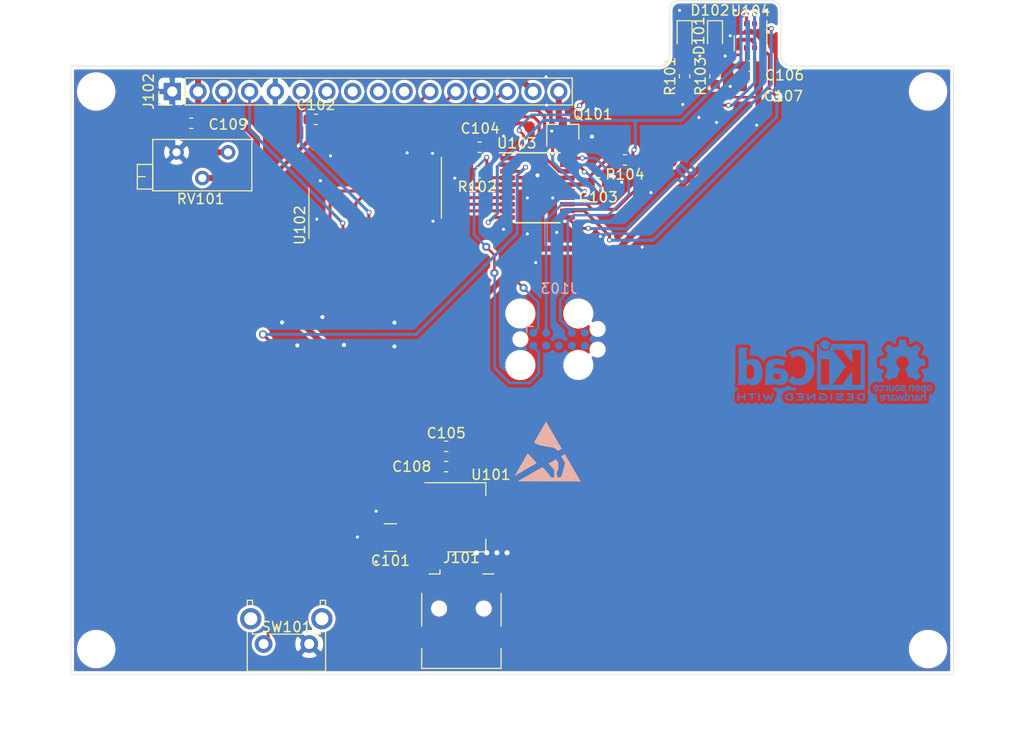
<source format=kicad_pcb>
(kicad_pcb (version 20171130) (host pcbnew 5.1.4)

  (general
    (thickness 1.6)
    (drawings 15)
    (tracks 497)
    (zones 0)
    (modules 33)
    (nets 44)
  )

  (page A4)
  (layers
    (0 F.Cu signal)
    (31 B.Cu signal)
    (32 B.Adhes user)
    (33 F.Adhes user)
    (34 B.Paste user)
    (35 F.Paste user)
    (36 B.SilkS user)
    (37 F.SilkS user)
    (38 B.Mask user)
    (39 F.Mask user)
    (40 Dwgs.User user)
    (41 Cmts.User user)
    (42 Eco1.User user)
    (43 Eco2.User user)
    (44 Edge.Cuts user)
    (45 Margin user)
    (46 B.CrtYd user)
    (47 F.CrtYd user)
    (48 B.Fab user)
    (49 F.Fab user)
  )

  (setup
    (last_trace_width 0.25)
    (user_trace_width 0.3)
    (user_trace_width 0.4)
    (user_trace_width 0.6)
    (trace_clearance 0.2)
    (zone_clearance 0.3)
    (zone_45_only no)
    (trace_min 0.25)
    (via_size 0.8)
    (via_drill 0.4)
    (via_min_size 0.4)
    (via_min_drill 0.3)
    (user_via 0.5 0.3)
    (user_via 0.8 0.5)
    (uvia_size 0.3)
    (uvia_drill 0.1)
    (uvias_allowed no)
    (uvia_min_size 0.2)
    (uvia_min_drill 0.1)
    (edge_width 0.05)
    (segment_width 0.2)
    (pcb_text_width 0.3)
    (pcb_text_size 1.5 1.5)
    (mod_edge_width 0.12)
    (mod_text_size 1 1)
    (mod_text_width 0.15)
    (pad_size 0.7874 0.7874)
    (pad_drill 0)
    (pad_to_mask_clearance 0.051)
    (solder_mask_min_width 0.25)
    (aux_axis_origin 0 0)
    (visible_elements FFFFFF7F)
    (pcbplotparams
      (layerselection 0x010f0_ffffffff)
      (usegerberextensions true)
      (usegerberattributes false)
      (usegerberadvancedattributes false)
      (creategerberjobfile false)
      (excludeedgelayer true)
      (linewidth 0.100000)
      (plotframeref false)
      (viasonmask true)
      (mode 1)
      (useauxorigin false)
      (hpglpennumber 1)
      (hpglpenspeed 20)
      (hpglpendiameter 15.000000)
      (psnegative false)
      (psa4output false)
      (plotreference true)
      (plotvalue false)
      (plotinvisibletext false)
      (padsonsilk false)
      (subtractmaskfromsilk false)
      (outputformat 1)
      (mirror false)
      (drillshape 0)
      (scaleselection 1)
      (outputdirectory "gerber/"))
  )

  (net 0 "")
  (net 1 +5V)
  (net 2 GND)
  (net 3 +3V3)
  (net 4 "Net-(D101-Pad2)")
  (net 5 "Net-(D102-Pad2)")
  (net 6 "Net-(J101-Pad2)")
  (net 7 "Net-(J101-Pad3)")
  (net 8 "Net-(J101-Pad4)")
  (net 9 "Net-(J102-Pad3)")
  (net 10 "Net-(J102-Pad4)")
  (net 11 "Net-(J102-Pad6)")
  (net 12 "Net-(J102-Pad7)")
  (net 13 "Net-(J102-Pad8)")
  (net 14 "Net-(J102-Pad9)")
  (net 15 "Net-(J102-Pad10)")
  (net 16 "Net-(J102-Pad11)")
  (net 17 "Net-(J102-Pad12)")
  (net 18 "Net-(J102-Pad13)")
  (net 19 "Net-(J102-Pad14)")
  (net 20 "Net-(J102-Pad16)")
  (net 21 /BL_EN)
  (net 22 "Net-(R101-Pad1)")
  (net 23 /~CS)
  (net 24 "Net-(SW101-Pad2)")
  (net 25 /SWDIO)
  (net 26 /SWCLK)
  (net 27 /LCD_D2)
  (net 28 /LCD_D1)
  (net 29 /LCD_D0)
  (net 30 "Net-(U102-Pad7)")
  (net 31 /LCD_D3)
  (net 32 "Net-(U102-Pad9)")
  (net 33 /LCD_E)
  (net 34 /LCD_RS)
  (net 35 /SCK)
  (net 36 /MISO)
  (net 37 /MOSI)
  (net 38 "Net-(J103-Pad5)")
  (net 39 "Net-(J103-Pad6)")
  (net 40 "Net-(J103-Pad7)")
  (net 41 "Net-(J103-Pad8)")
  (net 42 "Net-(J103-Pad9)")
  (net 43 /~RST)

  (net_class Default "This is the default net class."
    (clearance 0.2)
    (trace_width 0.25)
    (via_dia 0.8)
    (via_drill 0.4)
    (uvia_dia 0.3)
    (uvia_drill 0.1)
    (diff_pair_width 0.25)
    (diff_pair_gap 0.25)
    (add_net +3V3)
    (add_net +5V)
    (add_net /BL_EN)
    (add_net /LCD_D0)
    (add_net /LCD_D1)
    (add_net /LCD_D2)
    (add_net /LCD_D3)
    (add_net /LCD_E)
    (add_net /LCD_RS)
    (add_net /MISO)
    (add_net /MOSI)
    (add_net /SCK)
    (add_net /SWCLK)
    (add_net /SWDIO)
    (add_net /~CS)
    (add_net /~RST)
    (add_net GND)
    (add_net "Net-(D101-Pad2)")
    (add_net "Net-(D102-Pad2)")
    (add_net "Net-(J101-Pad2)")
    (add_net "Net-(J101-Pad3)")
    (add_net "Net-(J101-Pad4)")
    (add_net "Net-(J102-Pad10)")
    (add_net "Net-(J102-Pad11)")
    (add_net "Net-(J102-Pad12)")
    (add_net "Net-(J102-Pad13)")
    (add_net "Net-(J102-Pad14)")
    (add_net "Net-(J102-Pad16)")
    (add_net "Net-(J102-Pad3)")
    (add_net "Net-(J102-Pad4)")
    (add_net "Net-(J102-Pad6)")
    (add_net "Net-(J102-Pad7)")
    (add_net "Net-(J102-Pad8)")
    (add_net "Net-(J102-Pad9)")
    (add_net "Net-(J103-Pad5)")
    (add_net "Net-(J103-Pad6)")
    (add_net "Net-(J103-Pad7)")
    (add_net "Net-(J103-Pad8)")
    (add_net "Net-(J103-Pad9)")
    (add_net "Net-(R101-Pad1)")
    (add_net "Net-(SW101-Pad2)")
    (add_net "Net-(U102-Pad7)")
    (add_net "Net-(U102-Pad9)")
  )

  (module Symbol:KiCad-Logo2_5mm_Copper (layer B.Cu) (tedit 0) (tstamp 5D66633F)
    (at 85 63 180)
    (descr "KiCad Logo")
    (tags "Logo KiCad")
    (attr virtual)
    (fp_text reference REF** (at 0 5.08) (layer B.SilkS) hide
      (effects (font (size 1 1) (thickness 0.15)) (justify mirror))
    )
    (fp_text value KiCad-Logo2_5mm_Copper (at 0 -5.08) (layer B.Fab) hide
      (effects (font (size 1 1) (thickness 0.15)) (justify mirror))
    )
    (fp_poly (pts (xy 6.228823 -2.274533) (xy 6.260202 -2.296776) (xy 6.287911 -2.324485) (xy 6.287911 -2.63392)
      (xy 6.287838 -2.725799) (xy 6.287495 -2.79784) (xy 6.286692 -2.85278) (xy 6.285241 -2.89336)
      (xy 6.282952 -2.922317) (xy 6.279636 -2.942391) (xy 6.275105 -2.956321) (xy 6.269169 -2.966845)
      (xy 6.264514 -2.9731) (xy 6.233783 -2.997673) (xy 6.198496 -3.000341) (xy 6.166245 -2.985271)
      (xy 6.155588 -2.976374) (xy 6.148464 -2.964557) (xy 6.144167 -2.945526) (xy 6.141991 -2.914992)
      (xy 6.141228 -2.868662) (xy 6.141155 -2.832871) (xy 6.141155 -2.698045) (xy 5.644444 -2.698045)
      (xy 5.644444 -2.8207) (xy 5.643931 -2.876787) (xy 5.641876 -2.915333) (xy 5.637508 -2.941361)
      (xy 5.630056 -2.959897) (xy 5.621047 -2.9731) (xy 5.590144 -2.997604) (xy 5.555196 -3.000506)
      (xy 5.521738 -2.983089) (xy 5.512604 -2.973959) (xy 5.506152 -2.961855) (xy 5.501897 -2.943001)
      (xy 5.499352 -2.91362) (xy 5.498029 -2.869937) (xy 5.497443 -2.808175) (xy 5.497375 -2.794)
      (xy 5.496891 -2.677631) (xy 5.496641 -2.581727) (xy 5.496723 -2.504177) (xy 5.497231 -2.442869)
      (xy 5.498262 -2.39569) (xy 5.499913 -2.36053) (xy 5.502279 -2.335276) (xy 5.505457 -2.317817)
      (xy 5.509544 -2.306041) (xy 5.514634 -2.297835) (xy 5.520266 -2.291645) (xy 5.552128 -2.271844)
      (xy 5.585357 -2.274533) (xy 5.616735 -2.296776) (xy 5.629433 -2.311126) (xy 5.637526 -2.326978)
      (xy 5.642042 -2.349554) (xy 5.644006 -2.384078) (xy 5.644444 -2.435776) (xy 5.644444 -2.551289)
      (xy 6.141155 -2.551289) (xy 6.141155 -2.432756) (xy 6.141662 -2.378148) (xy 6.143698 -2.341275)
      (xy 6.148035 -2.317307) (xy 6.155447 -2.301415) (xy 6.163733 -2.291645) (xy 6.195594 -2.271844)
      (xy 6.228823 -2.274533)) (layer B.Cu) (width 0.01))
    (fp_poly (pts (xy 4.963065 -2.269163) (xy 5.041772 -2.269542) (xy 5.102863 -2.270333) (xy 5.148817 -2.27167)
      (xy 5.182114 -2.273683) (xy 5.205236 -2.276506) (xy 5.220662 -2.280269) (xy 5.230871 -2.285105)
      (xy 5.235813 -2.288822) (xy 5.261457 -2.321358) (xy 5.264559 -2.355138) (xy 5.248711 -2.385826)
      (xy 5.238348 -2.398089) (xy 5.227196 -2.40645) (xy 5.211035 -2.411657) (xy 5.185642 -2.414457)
      (xy 5.146798 -2.415596) (xy 5.09028 -2.415821) (xy 5.07918 -2.415822) (xy 4.933244 -2.415822)
      (xy 4.933244 -2.686756) (xy 4.933148 -2.772154) (xy 4.932711 -2.837864) (xy 4.931712 -2.886774)
      (xy 4.929928 -2.921773) (xy 4.927137 -2.945749) (xy 4.923117 -2.961593) (xy 4.917645 -2.972191)
      (xy 4.910666 -2.980267) (xy 4.877734 -3.000112) (xy 4.843354 -2.998548) (xy 4.812176 -2.975906)
      (xy 4.809886 -2.9731) (xy 4.802429 -2.962492) (xy 4.796747 -2.950081) (xy 4.792601 -2.93285)
      (xy 4.78975 -2.907784) (xy 4.787954 -2.871867) (xy 4.786972 -2.822083) (xy 4.786564 -2.755417)
      (xy 4.786489 -2.679589) (xy 4.786489 -2.415822) (xy 4.647127 -2.415822) (xy 4.587322 -2.415418)
      (xy 4.545918 -2.41384) (xy 4.518748 -2.410547) (xy 4.501646 -2.404992) (xy 4.490443 -2.396631)
      (xy 4.489083 -2.395178) (xy 4.472725 -2.361939) (xy 4.474172 -2.324362) (xy 4.492978 -2.291645)
      (xy 4.50025 -2.285298) (xy 4.509627 -2.280266) (xy 4.523609 -2.276396) (xy 4.544696 -2.273537)
      (xy 4.575389 -2.271535) (xy 4.618189 -2.270239) (xy 4.675595 -2.269498) (xy 4.75011 -2.269158)
      (xy 4.844233 -2.269068) (xy 4.86426 -2.269067) (xy 4.963065 -2.269163)) (layer B.Cu) (width 0.01))
    (fp_poly (pts (xy 4.188614 -2.275877) (xy 4.212327 -2.290647) (xy 4.238978 -2.312227) (xy 4.238978 -2.633773)
      (xy 4.238893 -2.72783) (xy 4.238529 -2.801932) (xy 4.237724 -2.858704) (xy 4.236313 -2.900768)
      (xy 4.234133 -2.930748) (xy 4.231021 -2.951267) (xy 4.226814 -2.964949) (xy 4.221348 -2.974416)
      (xy 4.217472 -2.979082) (xy 4.186034 -2.999575) (xy 4.150233 -2.998739) (xy 4.118873 -2.981264)
      (xy 4.092222 -2.959684) (xy 4.092222 -2.312227) (xy 4.118873 -2.290647) (xy 4.144594 -2.274949)
      (xy 4.1656 -2.269067) (xy 4.188614 -2.275877)) (layer B.Cu) (width 0.01))
    (fp_poly (pts (xy 3.744665 -2.271034) (xy 3.764255 -2.278035) (xy 3.76501 -2.278377) (xy 3.791613 -2.298678)
      (xy 3.80627 -2.319561) (xy 3.809138 -2.329352) (xy 3.808996 -2.342361) (xy 3.804961 -2.360895)
      (xy 3.796146 -2.387257) (xy 3.781669 -2.423752) (xy 3.760645 -2.472687) (xy 3.732188 -2.536365)
      (xy 3.695415 -2.617093) (xy 3.675175 -2.661216) (xy 3.638625 -2.739985) (xy 3.604315 -2.812423)
      (xy 3.573552 -2.87588) (xy 3.547648 -2.927708) (xy 3.52791 -2.965259) (xy 3.51565 -2.985884)
      (xy 3.513224 -2.988733) (xy 3.482183 -3.001302) (xy 3.447121 -2.999619) (xy 3.419 -2.984332)
      (xy 3.417854 -2.983089) (xy 3.406668 -2.966154) (xy 3.387904 -2.93317) (xy 3.363875 -2.88838)
      (xy 3.336897 -2.836032) (xy 3.327201 -2.816742) (xy 3.254014 -2.67015) (xy 3.17424 -2.829393)
      (xy 3.145767 -2.884415) (xy 3.11935 -2.932132) (xy 3.097148 -2.968893) (xy 3.081319 -2.991044)
      (xy 3.075954 -2.995741) (xy 3.034257 -3.002102) (xy 2.999849 -2.988733) (xy 2.989728 -2.974446)
      (xy 2.972214 -2.942692) (xy 2.948735 -2.896597) (xy 2.92072 -2.839285) (xy 2.889599 -2.77388)
      (xy 2.856799 -2.703507) (xy 2.82375 -2.631291) (xy 2.791881 -2.560355) (xy 2.762619 -2.493825)
      (xy 2.737395 -2.434826) (xy 2.717636 -2.386481) (xy 2.704772 -2.351915) (xy 2.700231 -2.334253)
      (xy 2.700277 -2.333613) (xy 2.711326 -2.311388) (xy 2.73341 -2.288753) (xy 2.73471 -2.287768)
      (xy 2.761853 -2.272425) (xy 2.786958 -2.272574) (xy 2.796368 -2.275466) (xy 2.807834 -2.281718)
      (xy 2.82001 -2.294014) (xy 2.834357 -2.314908) (xy 2.852336 -2.346949) (xy 2.875407 -2.392688)
      (xy 2.90503 -2.454677) (xy 2.931745 -2.511898) (xy 2.96248 -2.578226) (xy 2.990021 -2.637874)
      (xy 3.012938 -2.687725) (xy 3.029798 -2.724664) (xy 3.039173 -2.745573) (xy 3.04054 -2.748845)
      (xy 3.046689 -2.743497) (xy 3.060822 -2.721109) (xy 3.081057 -2.684946) (xy 3.105515 -2.638277)
      (xy 3.115248 -2.619022) (xy 3.148217 -2.554004) (xy 3.173643 -2.506654) (xy 3.193612 -2.474219)
      (xy 3.21021 -2.453946) (xy 3.225524 -2.443082) (xy 3.24164 -2.438875) (xy 3.252143 -2.4384)
      (xy 3.27067 -2.440042) (xy 3.286904 -2.446831) (xy 3.303035 -2.461566) (xy 3.321251 -2.487044)
      (xy 3.343739 -2.526061) (xy 3.372689 -2.581414) (xy 3.388662 -2.612903) (xy 3.41457 -2.663087)
      (xy 3.437167 -2.704704) (xy 3.454458 -2.734242) (xy 3.46445 -2.748189) (xy 3.465809 -2.74877)
      (xy 3.472261 -2.737793) (xy 3.486708 -2.70929) (xy 3.507703 -2.666244) (xy 3.533797 -2.611638)
      (xy 3.563546 -2.548454) (xy 3.57818 -2.517071) (xy 3.61625 -2.436078) (xy 3.646905 -2.373756)
      (xy 3.671737 -2.328071) (xy 3.692337 -2.296989) (xy 3.710298 -2.278478) (xy 3.72721 -2.270504)
      (xy 3.744665 -2.271034)) (layer B.Cu) (width 0.01))
    (fp_poly (pts (xy 1.018309 -2.269275) (xy 1.147288 -2.273636) (xy 1.256991 -2.286861) (xy 1.349226 -2.309741)
      (xy 1.425802 -2.34307) (xy 1.488527 -2.387638) (xy 1.539212 -2.444236) (xy 1.579663 -2.513658)
      (xy 1.580459 -2.515351) (xy 1.604601 -2.577483) (xy 1.613203 -2.632509) (xy 1.606231 -2.687887)
      (xy 1.583654 -2.751073) (xy 1.579372 -2.760689) (xy 1.550172 -2.816966) (xy 1.517356 -2.860451)
      (xy 1.475002 -2.897417) (xy 1.41719 -2.934135) (xy 1.413831 -2.936052) (xy 1.363504 -2.960227)
      (xy 1.306621 -2.978282) (xy 1.239527 -2.990839) (xy 1.158565 -2.998522) (xy 1.060082 -3.001953)
      (xy 1.025286 -3.002251) (xy 0.859594 -3.002845) (xy 0.836197 -2.9731) (xy 0.829257 -2.963319)
      (xy 0.823842 -2.951897) (xy 0.819765 -2.936095) (xy 0.816837 -2.913175) (xy 0.814867 -2.880396)
      (xy 0.814225 -2.856089) (xy 0.970844 -2.856089) (xy 1.064726 -2.856089) (xy 1.119664 -2.854483)
      (xy 1.17606 -2.850255) (xy 1.222345 -2.844292) (xy 1.225139 -2.84379) (xy 1.307348 -2.821736)
      (xy 1.371114 -2.7886) (xy 1.418452 -2.742847) (xy 1.451382 -2.682939) (xy 1.457108 -2.667061)
      (xy 1.462721 -2.642333) (xy 1.460291 -2.617902) (xy 1.448467 -2.5854) (xy 1.44134 -2.569434)
      (xy 1.418 -2.527006) (xy 1.38988 -2.49724) (xy 1.35894 -2.476511) (xy 1.296966 -2.449537)
      (xy 1.217651 -2.429998) (xy 1.125253 -2.418746) (xy 1.058333 -2.41627) (xy 0.970844 -2.415822)
      (xy 0.970844 -2.856089) (xy 0.814225 -2.856089) (xy 0.813668 -2.835021) (xy 0.81305 -2.774311)
      (xy 0.812825 -2.695526) (xy 0.8128 -2.63392) (xy 0.8128 -2.324485) (xy 0.840509 -2.296776)
      (xy 0.852806 -2.285544) (xy 0.866103 -2.277853) (xy 0.884672 -2.27304) (xy 0.912786 -2.270446)
      (xy 0.954717 -2.26941) (xy 1.014737 -2.26927) (xy 1.018309 -2.269275)) (layer B.Cu) (width 0.01))
    (fp_poly (pts (xy 0.230343 -2.26926) (xy 0.306701 -2.270174) (xy 0.365217 -2.272311) (xy 0.408255 -2.276175)
      (xy 0.438183 -2.282267) (xy 0.457368 -2.29109) (xy 0.468176 -2.303146) (xy 0.472973 -2.318939)
      (xy 0.474127 -2.33897) (xy 0.474133 -2.341335) (xy 0.473131 -2.363992) (xy 0.468396 -2.381503)
      (xy 0.457333 -2.394574) (xy 0.437348 -2.403913) (xy 0.405846 -2.410227) (xy 0.360232 -2.414222)
      (xy 0.297913 -2.416606) (xy 0.216293 -2.418086) (xy 0.191277 -2.418414) (xy -0.0508 -2.421467)
      (xy -0.054186 -2.486378) (xy -0.057571 -2.551289) (xy 0.110576 -2.551289) (xy 0.176266 -2.551531)
      (xy 0.223172 -2.552556) (xy 0.255083 -2.554811) (xy 0.275791 -2.558742) (xy 0.289084 -2.564798)
      (xy 0.298755 -2.573424) (xy 0.298817 -2.573493) (xy 0.316356 -2.607112) (xy 0.315722 -2.643448)
      (xy 0.297314 -2.674423) (xy 0.293671 -2.677607) (xy 0.280741 -2.685812) (xy 0.263024 -2.691521)
      (xy 0.23657 -2.695162) (xy 0.197432 -2.697167) (xy 0.141662 -2.697964) (xy 0.105994 -2.698045)
      (xy -0.056445 -2.698045) (xy -0.056445 -2.856089) (xy 0.190161 -2.856089) (xy 0.27158 -2.856231)
      (xy 0.33341 -2.856814) (xy 0.378637 -2.858068) (xy 0.410248 -2.860227) (xy 0.431231 -2.863523)
      (xy 0.444573 -2.868189) (xy 0.453261 -2.874457) (xy 0.45545 -2.876733) (xy 0.471614 -2.90828)
      (xy 0.472797 -2.944168) (xy 0.459536 -2.975285) (xy 0.449043 -2.985271) (xy 0.438129 -2.990769)
      (xy 0.421217 -2.995022) (xy 0.395633 -2.99818) (xy 0.358701 -3.000392) (xy 0.307746 -3.001806)
      (xy 0.240094 -3.002572) (xy 0.153069 -3.002838) (xy 0.133394 -3.002845) (xy 0.044911 -3.002787)
      (xy -0.023773 -3.002467) (xy -0.075436 -3.001667) (xy -0.112855 -3.000167) (xy -0.13881 -2.997749)
      (xy -0.156078 -2.994194) (xy -0.167438 -2.989282) (xy -0.175668 -2.982795) (xy -0.180183 -2.978138)
      (xy -0.186979 -2.969889) (xy -0.192288 -2.959669) (xy -0.196294 -2.9448) (xy -0.199179 -2.922602)
      (xy -0.201126 -2.890393) (xy -0.202319 -2.845496) (xy -0.202939 -2.785228) (xy -0.203171 -2.706911)
      (xy -0.2032 -2.640994) (xy -0.203129 -2.548628) (xy -0.202792 -2.476117) (xy -0.202002 -2.420737)
      (xy -0.200574 -2.379765) (xy -0.198321 -2.350478) (xy -0.195057 -2.330153) (xy -0.190596 -2.316066)
      (xy -0.184752 -2.305495) (xy -0.179803 -2.298811) (xy -0.156406 -2.269067) (xy 0.133774 -2.269067)
      (xy 0.230343 -2.26926)) (layer B.Cu) (width 0.01))
    (fp_poly (pts (xy -1.300114 -2.273448) (xy -1.276548 -2.287273) (xy -1.245735 -2.309881) (xy -1.206078 -2.342338)
      (xy -1.15598 -2.385708) (xy -1.093843 -2.441058) (xy -1.018072 -2.509451) (xy -0.931334 -2.588084)
      (xy -0.750711 -2.751878) (xy -0.745067 -2.532029) (xy -0.743029 -2.456351) (xy -0.741063 -2.399994)
      (xy -0.738734 -2.359706) (xy -0.735606 -2.332235) (xy -0.731245 -2.314329) (xy -0.725216 -2.302737)
      (xy -0.717084 -2.294208) (xy -0.712772 -2.290623) (xy -0.678241 -2.27167) (xy -0.645383 -2.274441)
      (xy -0.619318 -2.290633) (xy -0.592667 -2.312199) (xy -0.589352 -2.627151) (xy -0.588435 -2.719779)
      (xy -0.587968 -2.792544) (xy -0.588113 -2.848161) (xy -0.589032 -2.889342) (xy -0.590887 -2.918803)
      (xy -0.593839 -2.939255) (xy -0.59805 -2.953413) (xy -0.603682 -2.963991) (xy -0.609927 -2.972474)
      (xy -0.623439 -2.988207) (xy -0.636883 -2.998636) (xy -0.652124 -3.002639) (xy -0.671026 -2.999094)
      (xy -0.695455 -2.986879) (xy -0.727273 -2.964871) (xy -0.768348 -2.931949) (xy -0.820542 -2.886991)
      (xy -0.885722 -2.828875) (xy -0.959556 -2.762099) (xy -1.224845 -2.521458) (xy -1.230489 -2.740589)
      (xy -1.232531 -2.816128) (xy -1.234502 -2.872354) (xy -1.236839 -2.912524) (xy -1.239981 -2.939896)
      (xy -1.244364 -2.957728) (xy -1.250424 -2.969279) (xy -1.2586 -2.977807) (xy -1.262784 -2.981282)
      (xy -1.299765 -3.000372) (xy -1.334708 -2.997493) (xy -1.365136 -2.9731) (xy -1.372097 -2.963286)
      (xy -1.377523 -2.951826) (xy -1.381603 -2.935968) (xy -1.384529 -2.912963) (xy -1.386492 -2.880062)
      (xy -1.387683 -2.834516) (xy -1.388292 -2.773573) (xy -1.388511 -2.694486) (xy -1.388534 -2.635956)
      (xy -1.38846 -2.544407) (xy -1.388113 -2.472687) (xy -1.387301 -2.418045) (xy -1.385833 -2.377732)
      (xy -1.383519 -2.348998) (xy -1.380167 -2.329093) (xy -1.375588 -2.315268) (xy -1.369589 -2.304772)
      (xy -1.365136 -2.298811) (xy -1.35385 -2.284691) (xy -1.343301 -2.274029) (xy -1.331893 -2.267892)
      (xy -1.31803 -2.267343) (xy -1.300114 -2.273448)) (layer B.Cu) (width 0.01))
    (fp_poly (pts (xy -1.950081 -2.274599) (xy -1.881565 -2.286095) (xy -1.828943 -2.303967) (xy -1.794708 -2.327499)
      (xy -1.785379 -2.340924) (xy -1.775893 -2.372148) (xy -1.782277 -2.400395) (xy -1.80243 -2.427182)
      (xy -1.833745 -2.439713) (xy -1.879183 -2.438696) (xy -1.914326 -2.431906) (xy -1.992419 -2.418971)
      (xy -2.072226 -2.417742) (xy -2.161555 -2.428241) (xy -2.186229 -2.43269) (xy -2.269291 -2.456108)
      (xy -2.334273 -2.490945) (xy -2.380461 -2.536604) (xy -2.407145 -2.592494) (xy -2.412663 -2.621388)
      (xy -2.409051 -2.680012) (xy -2.385729 -2.731879) (xy -2.344824 -2.775978) (xy -2.288459 -2.811299)
      (xy -2.21876 -2.836829) (xy -2.137852 -2.851559) (xy -2.04786 -2.854478) (xy -1.95091 -2.844575)
      (xy -1.945436 -2.843641) (xy -1.906875 -2.836459) (xy -1.885494 -2.829521) (xy -1.876227 -2.819227)
      (xy -1.874006 -2.801976) (xy -1.873956 -2.792841) (xy -1.873956 -2.754489) (xy -1.942431 -2.754489)
      (xy -2.0029 -2.750347) (xy -2.044165 -2.737147) (xy -2.068175 -2.71373) (xy -2.076877 -2.678936)
      (xy -2.076983 -2.674394) (xy -2.071892 -2.644654) (xy -2.054433 -2.623419) (xy -2.021939 -2.609366)
      (xy -1.971743 -2.601173) (xy -1.923123 -2.598161) (xy -1.852456 -2.596433) (xy -1.801198 -2.59907)
      (xy -1.766239 -2.6088) (xy -1.74447 -2.628353) (xy -1.73278 -2.660456) (xy -1.72806 -2.707838)
      (xy -1.7272 -2.770071) (xy -1.728609 -2.839535) (xy -1.732848 -2.886786) (xy -1.739936 -2.912012)
      (xy -1.741311 -2.913988) (xy -1.780228 -2.945508) (xy -1.837286 -2.97047) (xy -1.908869 -2.98834)
      (xy -1.991358 -2.998586) (xy -2.081139 -3.000673) (xy -2.174592 -2.994068) (xy -2.229556 -2.985956)
      (xy -2.315766 -2.961554) (xy -2.395892 -2.921662) (xy -2.462977 -2.869887) (xy -2.473173 -2.859539)
      (xy -2.506302 -2.816035) (xy -2.536194 -2.762118) (xy -2.559357 -2.705592) (xy -2.572298 -2.654259)
      (xy -2.573858 -2.634544) (xy -2.567218 -2.593419) (xy -2.549568 -2.542252) (xy -2.524297 -2.488394)
      (xy -2.494789 -2.439195) (xy -2.468719 -2.406334) (xy -2.407765 -2.357452) (xy -2.328969 -2.318545)
      (xy -2.235157 -2.290494) (xy -2.12915 -2.274179) (xy -2.032 -2.270192) (xy -1.950081 -2.274599)) (layer B.Cu) (width 0.01))
    (fp_poly (pts (xy -2.923822 -2.291645) (xy -2.917242 -2.299218) (xy -2.912079 -2.308987) (xy -2.908164 -2.323571)
      (xy -2.905324 -2.345585) (xy -2.903387 -2.377648) (xy -2.902183 -2.422375) (xy -2.901539 -2.482385)
      (xy -2.901284 -2.560294) (xy -2.901245 -2.635956) (xy -2.901314 -2.729802) (xy -2.901638 -2.803689)
      (xy -2.902386 -2.860232) (xy -2.903732 -2.902049) (xy -2.905846 -2.931757) (xy -2.9089 -2.951973)
      (xy -2.913066 -2.965314) (xy -2.918516 -2.974398) (xy -2.923822 -2.980267) (xy -2.956826 -2.999947)
      (xy -2.991991 -2.998181) (xy -3.023455 -2.976717) (xy -3.030684 -2.968337) (xy -3.036334 -2.958614)
      (xy -3.040599 -2.944861) (xy -3.043673 -2.924389) (xy -3.045752 -2.894512) (xy -3.04703 -2.852541)
      (xy -3.047701 -2.795789) (xy -3.047959 -2.721567) (xy -3.048 -2.637537) (xy -3.048 -2.324485)
      (xy -3.020291 -2.296776) (xy -2.986137 -2.273463) (xy -2.953006 -2.272623) (xy -2.923822 -2.291645)) (layer B.Cu) (width 0.01))
    (fp_poly (pts (xy -3.691703 -2.270351) (xy -3.616888 -2.275581) (xy -3.547306 -2.28375) (xy -3.487002 -2.29455)
      (xy -3.44002 -2.307673) (xy -3.410406 -2.322813) (xy -3.40586 -2.327269) (xy -3.390054 -2.36185)
      (xy -3.394847 -2.397351) (xy -3.419364 -2.427725) (xy -3.420534 -2.428596) (xy -3.434954 -2.437954)
      (xy -3.450008 -2.442876) (xy -3.471005 -2.443473) (xy -3.503257 -2.439861) (xy -3.552073 -2.432154)
      (xy -3.556 -2.431505) (xy -3.628739 -2.422569) (xy -3.707217 -2.418161) (xy -3.785927 -2.418119)
      (xy -3.859361 -2.422279) (xy -3.922011 -2.430479) (xy -3.96837 -2.442557) (xy -3.971416 -2.443771)
      (xy -4.005048 -2.462615) (xy -4.016864 -2.481685) (xy -4.007614 -2.500439) (xy -3.978047 -2.518337)
      (xy -3.928911 -2.534837) (xy -3.860957 -2.549396) (xy -3.815645 -2.556406) (xy -3.721456 -2.569889)
      (xy -3.646544 -2.582214) (xy -3.587717 -2.594449) (xy -3.541785 -2.607661) (xy -3.505555 -2.622917)
      (xy -3.475838 -2.641285) (xy -3.449442 -2.663831) (xy -3.42823 -2.685971) (xy -3.403065 -2.716819)
      (xy -3.390681 -2.743345) (xy -3.386808 -2.776026) (xy -3.386667 -2.787995) (xy -3.389576 -2.827712)
      (xy -3.401202 -2.857259) (xy -3.421323 -2.883486) (xy -3.462216 -2.923576) (xy -3.507817 -2.954149)
      (xy -3.561513 -2.976203) (xy -3.626692 -2.990735) (xy -3.706744 -2.998741) (xy -3.805057 -3.001218)
      (xy -3.821289 -3.001177) (xy -3.886849 -2.999818) (xy -3.951866 -2.99673) (xy -4.009252 -2.992356)
      (xy -4.051922 -2.98714) (xy -4.055372 -2.986541) (xy -4.097796 -2.976491) (xy -4.13378 -2.963796)
      (xy -4.15415 -2.95219) (xy -4.173107 -2.921572) (xy -4.174427 -2.885918) (xy -4.158085 -2.854144)
      (xy -4.154429 -2.850551) (xy -4.139315 -2.839876) (xy -4.120415 -2.835276) (xy -4.091162 -2.836059)
      (xy -4.055651 -2.840127) (xy -4.01597 -2.843762) (xy -3.960345 -2.846828) (xy -3.895406 -2.849053)
      (xy -3.827785 -2.850164) (xy -3.81 -2.850237) (xy -3.742128 -2.849964) (xy -3.692454 -2.848646)
      (xy -3.65661 -2.845827) (xy -3.630224 -2.84105) (xy -3.608926 -2.833857) (xy -3.596126 -2.827867)
      (xy -3.568 -2.811233) (xy -3.550068 -2.796168) (xy -3.547447 -2.791897) (xy -3.552976 -2.774263)
      (xy -3.57926 -2.757192) (xy -3.624478 -2.741458) (xy -3.686808 -2.727838) (xy -3.705171 -2.724804)
      (xy -3.80109 -2.709738) (xy -3.877641 -2.697146) (xy -3.93778 -2.686111) (xy -3.98446 -2.67572)
      (xy -4.020637 -2.665056) (xy -4.049265 -2.653205) (xy -4.073298 -2.639251) (xy -4.095692 -2.622281)
      (xy -4.119402 -2.601378) (xy -4.12738 -2.594049) (xy -4.155353 -2.566699) (xy -4.17016 -2.545029)
      (xy -4.175952 -2.520232) (xy -4.176889 -2.488983) (xy -4.166575 -2.427705) (xy -4.135752 -2.37564)
      (xy -4.084595 -2.332958) (xy -4.013283 -2.299825) (xy -3.9624 -2.284964) (xy -3.9071 -2.275366)
      (xy -3.840853 -2.269936) (xy -3.767706 -2.268367) (xy -3.691703 -2.270351)) (layer B.Cu) (width 0.01))
    (fp_poly (pts (xy -4.712794 -2.269146) (xy -4.643386 -2.269518) (xy -4.590997 -2.270385) (xy -4.552847 -2.271946)
      (xy -4.526159 -2.274403) (xy -4.508153 -2.277957) (xy -4.496049 -2.28281) (xy -4.487069 -2.289161)
      (xy -4.483818 -2.292084) (xy -4.464043 -2.323142) (xy -4.460482 -2.358828) (xy -4.473491 -2.39051)
      (xy -4.479506 -2.396913) (xy -4.489235 -2.403121) (xy -4.504901 -2.40791) (xy -4.529408 -2.411514)
      (xy -4.565661 -2.414164) (xy -4.616565 -2.416095) (xy -4.685026 -2.417539) (xy -4.747617 -2.418418)
      (xy -4.995334 -2.421467) (xy -4.998719 -2.486378) (xy -5.002105 -2.551289) (xy -4.833958 -2.551289)
      (xy -4.760959 -2.551919) (xy -4.707517 -2.554553) (xy -4.670628 -2.560309) (xy -4.647288 -2.570304)
      (xy -4.634494 -2.585656) (xy -4.629242 -2.607482) (xy -4.628445 -2.627738) (xy -4.630923 -2.652592)
      (xy -4.640277 -2.670906) (xy -4.659383 -2.683637) (xy -4.691118 -2.691741) (xy -4.738359 -2.696176)
      (xy -4.803983 -2.697899) (xy -4.839801 -2.698045) (xy -5.000978 -2.698045) (xy -5.000978 -2.856089)
      (xy -4.752622 -2.856089) (xy -4.671213 -2.856202) (xy -4.609342 -2.856712) (xy -4.563968 -2.85787)
      (xy -4.532054 -2.85993) (xy -4.510559 -2.863146) (xy -4.496443 -2.867772) (xy -4.486668 -2.874059)
      (xy -4.481689 -2.878667) (xy -4.46461 -2.90556) (xy -4.459111 -2.929467) (xy -4.466963 -2.958667)
      (xy -4.481689 -2.980267) (xy -4.489546 -2.987066) (xy -4.499688 -2.992346) (xy -4.514844 -2.996298)
      (xy -4.537741 -2.999113) (xy -4.571109 -3.000982) (xy -4.617675 -3.002098) (xy -4.680167 -3.002651)
      (xy -4.761314 -3.002833) (xy -4.803422 -3.002845) (xy -4.893598 -3.002765) (xy -4.963924 -3.002398)
      (xy -5.017129 -3.001552) (xy -5.05594 -3.000036) (xy -5.083087 -2.997659) (xy -5.101298 -2.994229)
      (xy -5.1133 -2.989554) (xy -5.121822 -2.983444) (xy -5.125156 -2.980267) (xy -5.131755 -2.97267)
      (xy -5.136927 -2.96287) (xy -5.140846 -2.948239) (xy -5.143684 -2.926152) (xy -5.145615 -2.893982)
      (xy -5.146812 -2.849103) (xy -5.147448 -2.788889) (xy -5.147697 -2.710713) (xy -5.147734 -2.637923)
      (xy -5.1477 -2.544707) (xy -5.147465 -2.471431) (xy -5.14683 -2.415458) (xy -5.145594 -2.374151)
      (xy -5.143556 -2.344872) (xy -5.140517 -2.324984) (xy -5.136277 -2.31185) (xy -5.130635 -2.302832)
      (xy -5.123391 -2.295293) (xy -5.121606 -2.293612) (xy -5.112945 -2.286172) (xy -5.102882 -2.280409)
      (xy -5.088625 -2.276112) (xy -5.067383 -2.273064) (xy -5.036364 -2.271051) (xy -4.992777 -2.26986)
      (xy -4.933831 -2.269275) (xy -4.856734 -2.269083) (xy -4.802001 -2.269067) (xy -4.712794 -2.269146)) (layer B.Cu) (width 0.01))
    (fp_poly (pts (xy -6.121371 -2.269066) (xy -6.081889 -2.269467) (xy -5.9662 -2.272259) (xy -5.869311 -2.28055)
      (xy -5.787919 -2.295232) (xy -5.718723 -2.317193) (xy -5.65842 -2.347322) (xy -5.603708 -2.38651)
      (xy -5.584167 -2.403532) (xy -5.55175 -2.443363) (xy -5.52252 -2.497413) (xy -5.499991 -2.557323)
      (xy -5.487679 -2.614739) (xy -5.4864 -2.635956) (xy -5.494417 -2.694769) (xy -5.515899 -2.759013)
      (xy -5.546999 -2.819821) (xy -5.583866 -2.86833) (xy -5.589854 -2.874182) (xy -5.640579 -2.915321)
      (xy -5.696125 -2.947435) (xy -5.759696 -2.971365) (xy -5.834494 -2.987953) (xy -5.923722 -2.998041)
      (xy -6.030582 -3.002469) (xy -6.079528 -3.002845) (xy -6.141762 -3.002545) (xy -6.185528 -3.001292)
      (xy -6.214931 -2.998554) (xy -6.234079 -2.993801) (xy -6.247077 -2.986501) (xy -6.254045 -2.980267)
      (xy -6.260626 -2.972694) (xy -6.265788 -2.962924) (xy -6.269703 -2.94834) (xy -6.272543 -2.926326)
      (xy -6.27448 -2.894264) (xy -6.275684 -2.849536) (xy -6.276328 -2.789526) (xy -6.276583 -2.711617)
      (xy -6.276622 -2.635956) (xy -6.27687 -2.535041) (xy -6.276817 -2.454427) (xy -6.275857 -2.415822)
      (xy -6.129867 -2.415822) (xy -6.129867 -2.856089) (xy -6.036734 -2.856004) (xy -5.980693 -2.854396)
      (xy -5.921999 -2.850256) (xy -5.873028 -2.844464) (xy -5.871538 -2.844226) (xy -5.792392 -2.82509)
      (xy -5.731002 -2.795287) (xy -5.684305 -2.752878) (xy -5.654635 -2.706961) (xy -5.636353 -2.656026)
      (xy -5.637771 -2.6082) (xy -5.658988 -2.556933) (xy -5.700489 -2.503899) (xy -5.757998 -2.4646)
      (xy -5.83275 -2.438331) (xy -5.882708 -2.429035) (xy -5.939416 -2.422507) (xy -5.999519 -2.417782)
      (xy -6.050639 -2.415817) (xy -6.053667 -2.415808) (xy -6.129867 -2.415822) (xy -6.275857 -2.415822)
      (xy -6.27526 -2.391851) (xy -6.270998 -2.345055) (xy -6.26283 -2.311778) (xy -6.249556 -2.289759)
      (xy -6.229974 -2.276739) (xy -6.202883 -2.270457) (xy -6.167082 -2.268653) (xy -6.121371 -2.269066)) (layer B.Cu) (width 0.01))
    (fp_poly (pts (xy -2.273043 2.973429) (xy -2.176768 2.949191) (xy -2.090184 2.906359) (xy -2.015373 2.846581)
      (xy -1.954418 2.771506) (xy -1.909399 2.68278) (xy -1.883136 2.58647) (xy -1.877286 2.489205)
      (xy -1.89214 2.395346) (xy -1.92584 2.307489) (xy -1.976528 2.22823) (xy -2.042345 2.160164)
      (xy -2.121434 2.105888) (xy -2.211934 2.067998) (xy -2.2632 2.055574) (xy -2.307698 2.048053)
      (xy -2.341999 2.045081) (xy -2.37496 2.046906) (xy -2.415434 2.053775) (xy -2.448531 2.06075)
      (xy -2.541947 2.092259) (xy -2.625619 2.143383) (xy -2.697665 2.212571) (xy -2.7562 2.298272)
      (xy -2.770148 2.325511) (xy -2.786586 2.361878) (xy -2.796894 2.392418) (xy -2.80246 2.42455)
      (xy -2.804669 2.465693) (xy -2.804948 2.511778) (xy -2.800861 2.596135) (xy -2.787446 2.665414)
      (xy -2.762256 2.726039) (xy -2.722846 2.784433) (xy -2.684298 2.828698) (xy -2.612406 2.894516)
      (xy -2.537313 2.939947) (xy -2.454562 2.96715) (xy -2.376928 2.977424) (xy -2.273043 2.973429)) (layer B.Cu) (width 0.01))
    (fp_poly (pts (xy 6.186507 0.527755) (xy 6.186526 0.293338) (xy 6.186552 0.080397) (xy 6.186625 -0.112168)
      (xy 6.186782 -0.285459) (xy 6.187064 -0.440576) (xy 6.187509 -0.57862) (xy 6.188156 -0.700692)
      (xy 6.189045 -0.807894) (xy 6.190213 -0.901326) (xy 6.191701 -0.98209) (xy 6.193546 -1.051286)
      (xy 6.195789 -1.110015) (xy 6.198469 -1.159379) (xy 6.201623 -1.200478) (xy 6.205292 -1.234413)
      (xy 6.209513 -1.262286) (xy 6.214327 -1.285198) (xy 6.219773 -1.304249) (xy 6.225888 -1.32054)
      (xy 6.232712 -1.335173) (xy 6.240285 -1.349249) (xy 6.248645 -1.363868) (xy 6.253839 -1.372974)
      (xy 6.288104 -1.433689) (xy 5.429955 -1.433689) (xy 5.429955 -1.337733) (xy 5.429224 -1.29437)
      (xy 5.427272 -1.261205) (xy 5.424463 -1.243424) (xy 5.423221 -1.241778) (xy 5.411799 -1.248662)
      (xy 5.389084 -1.266505) (xy 5.366385 -1.285879) (xy 5.3118 -1.326614) (xy 5.242321 -1.367617)
      (xy 5.16527 -1.405123) (xy 5.087965 -1.435364) (xy 5.057113 -1.445012) (xy 4.988616 -1.459578)
      (xy 4.905764 -1.469539) (xy 4.816371 -1.474583) (xy 4.728248 -1.474396) (xy 4.649207 -1.468666)
      (xy 4.611511 -1.462858) (xy 4.473414 -1.424797) (xy 4.346113 -1.367073) (xy 4.230292 -1.290211)
      (xy 4.126637 -1.194739) (xy 4.035833 -1.081179) (xy 3.969031 -0.970381) (xy 3.914164 -0.853625)
      (xy 3.872163 -0.734276) (xy 3.842167 -0.608283) (xy 3.823311 -0.471594) (xy 3.814732 -0.320158)
      (xy 3.814006 -0.242711) (xy 3.8161 -0.185934) (xy 4.645217 -0.185934) (xy 4.645424 -0.279002)
      (xy 4.648337 -0.366692) (xy 4.654 -0.443772) (xy 4.662455 -0.505009) (xy 4.665038 -0.51735)
      (xy 4.69684 -0.624633) (xy 4.738498 -0.711658) (xy 4.790363 -0.778642) (xy 4.852781 -0.825805)
      (xy 4.9261 -0.853365) (xy 5.010669 -0.861541) (xy 5.106835 -0.850551) (xy 5.170311 -0.834829)
      (xy 5.219454 -0.816639) (xy 5.273583 -0.790791) (xy 5.314244 -0.767089) (xy 5.3848 -0.720721)
      (xy 5.3848 0.42947) (xy 5.317392 0.473038) (xy 5.238867 0.51396) (xy 5.154681 0.540611)
      (xy 5.069557 0.552535) (xy 4.988216 0.549278) (xy 4.91538 0.530385) (xy 4.883426 0.514816)
      (xy 4.825501 0.471819) (xy 4.776544 0.415047) (xy 4.73539 0.342425) (xy 4.700874 0.251879)
      (xy 4.671833 0.141334) (xy 4.670552 0.135467) (xy 4.660381 0.073212) (xy 4.652739 -0.004594)
      (xy 4.64767 -0.09272) (xy 4.645217 -0.185934) (xy 3.8161 -0.185934) (xy 3.821857 -0.029895)
      (xy 3.843802 0.165941) (xy 3.879786 0.344668) (xy 3.929759 0.506155) (xy 3.993668 0.650274)
      (xy 4.071462 0.776894) (xy 4.163089 0.885885) (xy 4.268497 0.977117) (xy 4.313662 1.008068)
      (xy 4.414611 1.064215) (xy 4.517901 1.103826) (xy 4.627989 1.127986) (xy 4.74933 1.137781)
      (xy 4.841836 1.136735) (xy 4.97149 1.125769) (xy 5.084084 1.103954) (xy 5.182875 1.070286)
      (xy 5.271121 1.023764) (xy 5.319986 0.989552) (xy 5.349353 0.967638) (xy 5.371043 0.952667)
      (xy 5.379253 0.948267) (xy 5.380868 0.959096) (xy 5.382159 0.989749) (xy 5.383138 1.037474)
      (xy 5.383817 1.099521) (xy 5.38421 1.173138) (xy 5.38433 1.255573) (xy 5.384188 1.344075)
      (xy 5.383797 1.435893) (xy 5.383171 1.528276) (xy 5.38232 1.618472) (xy 5.38126 1.703729)
      (xy 5.380001 1.781297) (xy 5.378556 1.848424) (xy 5.376938 1.902359) (xy 5.375161 1.94035)
      (xy 5.374669 1.947333) (xy 5.367092 2.017749) (xy 5.355531 2.072898) (xy 5.337792 2.120019)
      (xy 5.311682 2.166353) (xy 5.305415 2.175933) (xy 5.280983 2.212622) (xy 6.186311 2.212622)
      (xy 6.186507 0.527755)) (layer B.Cu) (width 0.01))
    (fp_poly (pts (xy 2.673574 1.133448) (xy 2.825492 1.113433) (xy 2.960756 1.079798) (xy 3.080239 1.032275)
      (xy 3.184815 0.970595) (xy 3.262424 0.907035) (xy 3.331265 0.832901) (xy 3.385006 0.753129)
      (xy 3.42791 0.660909) (xy 3.443384 0.617839) (xy 3.456244 0.578858) (xy 3.467446 0.542711)
      (xy 3.47712 0.507566) (xy 3.485396 0.47159) (xy 3.492403 0.43295) (xy 3.498272 0.389815)
      (xy 3.503131 0.340351) (xy 3.50711 0.282727) (xy 3.51034 0.215109) (xy 3.512949 0.135666)
      (xy 3.515067 0.042564) (xy 3.516824 -0.066027) (xy 3.518349 -0.191942) (xy 3.519772 -0.337012)
      (xy 3.521025 -0.479778) (xy 3.522351 -0.635968) (xy 3.523556 -0.771239) (xy 3.524766 -0.887246)
      (xy 3.526106 -0.985645) (xy 3.5277 -1.068093) (xy 3.529675 -1.136246) (xy 3.532156 -1.19176)
      (xy 3.535269 -1.236292) (xy 3.539138 -1.271498) (xy 3.543889 -1.299034) (xy 3.549648 -1.320556)
      (xy 3.556539 -1.337722) (xy 3.564689 -1.352186) (xy 3.574223 -1.365606) (xy 3.585266 -1.379638)
      (xy 3.589566 -1.385071) (xy 3.605386 -1.40791) (xy 3.612422 -1.423463) (xy 3.612444 -1.423922)
      (xy 3.601567 -1.426121) (xy 3.570582 -1.428147) (xy 3.521957 -1.429942) (xy 3.458163 -1.431451)
      (xy 3.381669 -1.432616) (xy 3.294944 -1.43338) (xy 3.200457 -1.433686) (xy 3.18955 -1.433689)
      (xy 2.766657 -1.433689) (xy 2.763395 -1.337622) (xy 2.760133 -1.241556) (xy 2.698044 -1.292543)
      (xy 2.600714 -1.360057) (xy 2.490813 -1.414749) (xy 2.404349 -1.444978) (xy 2.335278 -1.459666)
      (xy 2.251925 -1.469659) (xy 2.162159 -1.474646) (xy 2.073845 -1.474313) (xy 1.994851 -1.468351)
      (xy 1.958622 -1.462638) (xy 1.818603 -1.424776) (xy 1.692178 -1.369932) (xy 1.58026 -1.298924)
      (xy 1.483762 -1.212568) (xy 1.4036 -1.111679) (xy 1.340687 -0.997076) (xy 1.296312 -0.870984)
      (xy 1.283978 -0.814401) (xy 1.276368 -0.752202) (xy 1.272739 -0.677363) (xy 1.272245 -0.643467)
      (xy 1.27231 -0.640282) (xy 2.032248 -0.640282) (xy 2.041541 -0.715333) (xy 2.069728 -0.77916)
      (xy 2.118197 -0.834798) (xy 2.123254 -0.839211) (xy 2.171548 -0.874037) (xy 2.223257 -0.89662)
      (xy 2.283989 -0.90854) (xy 2.359352 -0.911383) (xy 2.377459 -0.910978) (xy 2.431278 -0.908325)
      (xy 2.471308 -0.902909) (xy 2.506324 -0.892745) (xy 2.545103 -0.87585) (xy 2.555745 -0.870672)
      (xy 2.616396 -0.834844) (xy 2.663215 -0.792212) (xy 2.675952 -0.776973) (xy 2.720622 -0.720462)
      (xy 2.720622 -0.524586) (xy 2.720086 -0.445939) (xy 2.718396 -0.387988) (xy 2.715428 -0.348875)
      (xy 2.711057 -0.326741) (xy 2.706972 -0.320274) (xy 2.691047 -0.317111) (xy 2.657264 -0.314488)
      (xy 2.61034 -0.312655) (xy 2.554993 -0.311857) (xy 2.546106 -0.311842) (xy 2.42533 -0.317096)
      (xy 2.32266 -0.333263) (xy 2.236106 -0.360961) (xy 2.163681 -0.400808) (xy 2.108751 -0.447758)
      (xy 2.064204 -0.505645) (xy 2.03948 -0.568693) (xy 2.032248 -0.640282) (xy 1.27231 -0.640282)
      (xy 1.274178 -0.549712) (xy 1.282522 -0.470812) (xy 1.298768 -0.39959) (xy 1.324405 -0.328864)
      (xy 1.348401 -0.276493) (xy 1.40702 -0.181196) (xy 1.485117 -0.09317) (xy 1.580315 -0.014017)
      (xy 1.690238 0.05466) (xy 1.81251 0.111259) (xy 1.944755 0.154179) (xy 2.009422 0.169118)
      (xy 2.145604 0.191223) (xy 2.294049 0.205806) (xy 2.445505 0.212187) (xy 2.572064 0.210555)
      (xy 2.73395 0.203776) (xy 2.72653 0.262755) (xy 2.707238 0.361908) (xy 2.676104 0.442628)
      (xy 2.632269 0.505534) (xy 2.574871 0.551244) (xy 2.503048 0.580378) (xy 2.415941 0.593553)
      (xy 2.312686 0.591389) (xy 2.274711 0.587388) (xy 2.13352 0.56222) (xy 1.996707 0.521186)
      (xy 1.902178 0.483185) (xy 1.857018 0.46381) (xy 1.818585 0.44824) (xy 1.792234 0.438595)
      (xy 1.784546 0.436548) (xy 1.774802 0.445626) (xy 1.758083 0.474595) (xy 1.734232 0.523783)
      (xy 1.703093 0.593516) (xy 1.664507 0.684121) (xy 1.65791 0.699911) (xy 1.627853 0.772228)
      (xy 1.600874 0.837575) (xy 1.578136 0.893094) (xy 1.560806 0.935928) (xy 1.550048 0.963219)
      (xy 1.546941 0.972058) (xy 1.55694 0.976813) (xy 1.583217 0.98209) (xy 1.611489 0.985769)
      (xy 1.641646 0.990526) (xy 1.689433 0.999972) (xy 1.750612 1.01318) (xy 1.820946 1.029224)
      (xy 1.896194 1.04718) (xy 1.924755 1.054203) (xy 2.029816 1.079791) (xy 2.11748 1.099853)
      (xy 2.192068 1.115031) (xy 2.257903 1.125965) (xy 2.319307 1.133296) (xy 2.380602 1.137665)
      (xy 2.44611 1.139713) (xy 2.504128 1.140111) (xy 2.673574 1.133448)) (layer B.Cu) (width 0.01))
    (fp_poly (pts (xy 0.328429 2.050929) (xy 0.48857 2.029755) (xy 0.65251 1.989615) (xy 0.822313 1.930111)
      (xy 1.000043 1.850846) (xy 1.01131 1.845301) (xy 1.069005 1.817275) (xy 1.120552 1.793198)
      (xy 1.162191 1.774751) (xy 1.190162 1.763614) (xy 1.199733 1.761067) (xy 1.21895 1.756059)
      (xy 1.223561 1.751853) (xy 1.218458 1.74142) (xy 1.202418 1.715132) (xy 1.177288 1.675743)
      (xy 1.144914 1.626009) (xy 1.107143 1.568685) (xy 1.065822 1.506524) (xy 1.022798 1.442282)
      (xy 0.979917 1.378715) (xy 0.939026 1.318575) (xy 0.901971 1.26462) (xy 0.8706 1.219603)
      (xy 0.846759 1.186279) (xy 0.832294 1.167403) (xy 0.830309 1.165213) (xy 0.820191 1.169862)
      (xy 0.79785 1.187038) (xy 0.76728 1.21356) (xy 0.751536 1.228036) (xy 0.655047 1.303318)
      (xy 0.548336 1.358759) (xy 0.432832 1.393859) (xy 0.309962 1.40812) (xy 0.240561 1.406949)
      (xy 0.119423 1.389788) (xy 0.010205 1.353906) (xy -0.087418 1.299041) (xy -0.173772 1.22493)
      (xy -0.249185 1.131312) (xy -0.313982 1.017924) (xy -0.351399 0.931333) (xy -0.395252 0.795634)
      (xy -0.427572 0.64815) (xy -0.448443 0.492686) (xy -0.457949 0.333044) (xy -0.456173 0.173027)
      (xy -0.443197 0.016439) (xy -0.419106 -0.132918) (xy -0.383982 -0.27124) (xy -0.337908 -0.394724)
      (xy -0.321627 -0.428978) (xy -0.25338 -0.543064) (xy -0.172921 -0.639557) (xy -0.08143 -0.71767)
      (xy 0.019911 -0.776617) (xy 0.12992 -0.815612) (xy 0.247415 -0.833868) (xy 0.288883 -0.835211)
      (xy 0.410441 -0.82429) (xy 0.530878 -0.791474) (xy 0.648666 -0.737439) (xy 0.762277 -0.662865)
      (xy 0.853685 -0.584539) (xy 0.900215 -0.540008) (xy 1.081483 -0.837271) (xy 1.12658 -0.911433)
      (xy 1.167819 -0.979646) (xy 1.203735 -1.039459) (xy 1.232866 -1.08842) (xy 1.25375 -1.124079)
      (xy 1.264924 -1.143984) (xy 1.266375 -1.147079) (xy 1.258146 -1.156718) (xy 1.232567 -1.173999)
      (xy 1.192873 -1.197283) (xy 1.142297 -1.224934) (xy 1.084074 -1.255315) (xy 1.021437 -1.28679)
      (xy 0.957621 -1.317722) (xy 0.89586 -1.346473) (xy 0.839388 -1.371408) (xy 0.791438 -1.390889)
      (xy 0.767986 -1.399318) (xy 0.634221 -1.437133) (xy 0.496327 -1.462136) (xy 0.348622 -1.47514)
      (xy 0.221833 -1.477468) (xy 0.153878 -1.476373) (xy 0.088277 -1.474275) (xy 0.030847 -1.471434)
      (xy -0.012597 -1.468106) (xy -0.026702 -1.466422) (xy -0.165716 -1.437587) (xy -0.307243 -1.392468)
      (xy -0.444725 -1.33375) (xy -0.571606 -1.26412) (xy -0.649111 -1.211441) (xy -0.776519 -1.103239)
      (xy -0.894822 -0.976671) (xy -1.001828 -0.834866) (xy -1.095348 -0.680951) (xy -1.17319 -0.518053)
      (xy -1.217044 -0.400756) (xy -1.267292 -0.217128) (xy -1.300791 -0.022581) (xy -1.317551 0.178675)
      (xy -1.317584 0.382432) (xy -1.300899 0.584479) (xy -1.267507 0.780608) (xy -1.21742 0.966609)
      (xy -1.213603 0.978197) (xy -1.150719 1.14025) (xy -1.073972 1.288168) (xy -0.980758 1.426135)
      (xy -0.868473 1.558339) (xy -0.824608 1.603601) (xy -0.688466 1.727543) (xy -0.548509 1.830085)
      (xy -0.402589 1.912344) (xy -0.248558 1.975436) (xy -0.084268 2.020477) (xy 0.011289 2.037967)
      (xy 0.170023 2.053534) (xy 0.328429 2.050929)) (layer B.Cu) (width 0.01))
    (fp_poly (pts (xy -2.9464 2.510946) (xy -2.935535 2.397007) (xy -2.903918 2.289384) (xy -2.853015 2.190385)
      (xy -2.784293 2.102316) (xy -2.699219 2.027484) (xy -2.602232 1.969616) (xy -2.495964 1.929995)
      (xy -2.38895 1.911427) (xy -2.2833 1.912566) (xy -2.181125 1.93207) (xy -2.084534 1.968594)
      (xy -1.995638 2.020795) (xy -1.916546 2.087327) (xy -1.849369 2.166848) (xy -1.796217 2.258013)
      (xy -1.759199 2.359477) (xy -1.740427 2.469898) (xy -1.738489 2.519794) (xy -1.738489 2.607733)
      (xy -1.68656 2.607733) (xy -1.650253 2.604889) (xy -1.623355 2.593089) (xy -1.596249 2.569351)
      (xy -1.557867 2.530969) (xy -1.557867 0.339398) (xy -1.557876 0.077261) (xy -1.557908 -0.163241)
      (xy -1.557972 -0.383048) (xy -1.558076 -0.583101) (xy -1.558227 -0.764344) (xy -1.558434 -0.927716)
      (xy -1.558706 -1.07416) (xy -1.55905 -1.204617) (xy -1.559474 -1.320029) (xy -1.559987 -1.421338)
      (xy -1.560597 -1.509484) (xy -1.561312 -1.58541) (xy -1.56214 -1.650057) (xy -1.563089 -1.704367)
      (xy -1.564167 -1.74928) (xy -1.565383 -1.78574) (xy -1.566745 -1.814687) (xy -1.568261 -1.837063)
      (xy -1.569938 -1.853809) (xy -1.571786 -1.865868) (xy -1.573813 -1.87418) (xy -1.576025 -1.879687)
      (xy -1.577108 -1.881537) (xy -1.581271 -1.888549) (xy -1.584805 -1.894996) (xy -1.588635 -1.9009)
      (xy -1.593682 -1.906286) (xy -1.600871 -1.911178) (xy -1.611123 -1.915598) (xy -1.625364 -1.919572)
      (xy -1.644514 -1.923121) (xy -1.669499 -1.92627) (xy -1.70124 -1.929042) (xy -1.740662 -1.931461)
      (xy -1.788686 -1.933551) (xy -1.846237 -1.935335) (xy -1.914237 -1.936837) (xy -1.99361 -1.93808)
      (xy -2.085279 -1.939089) (xy -2.190166 -1.939885) (xy -2.309196 -1.940494) (xy -2.44329 -1.940939)
      (xy -2.593373 -1.941243) (xy -2.760367 -1.94143) (xy -2.945196 -1.941524) (xy -3.148783 -1.941548)
      (xy -3.37205 -1.941525) (xy -3.615922 -1.94148) (xy -3.881321 -1.941437) (xy -3.919704 -1.941432)
      (xy -4.186682 -1.941389) (xy -4.432002 -1.941318) (xy -4.656583 -1.941213) (xy -4.861345 -1.941066)
      (xy -5.047206 -1.940869) (xy -5.215088 -1.940616) (xy -5.365908 -1.9403) (xy -5.500587 -1.939913)
      (xy -5.620044 -1.939447) (xy -5.725199 -1.938897) (xy -5.816971 -1.938253) (xy -5.896279 -1.937511)
      (xy -5.964043 -1.936661) (xy -6.021182 -1.935697) (xy -6.068617 -1.934611) (xy -6.107266 -1.933397)
      (xy -6.138049 -1.932047) (xy -6.161885 -1.930555) (xy -6.179694 -1.928911) (xy -6.192395 -1.927111)
      (xy -6.200908 -1.925145) (xy -6.205266 -1.923477) (xy -6.213728 -1.919906) (xy -6.221497 -1.91727)
      (xy -6.228602 -1.914634) (xy -6.235073 -1.911062) (xy -6.240939 -1.905621) (xy -6.246229 -1.897375)
      (xy -6.250974 -1.88539) (xy -6.255202 -1.868731) (xy -6.258943 -1.846463) (xy -6.262227 -1.817652)
      (xy -6.265083 -1.781363) (xy -6.26754 -1.736661) (xy -6.269629 -1.682611) (xy -6.271378 -1.618279)
      (xy -6.272817 -1.54273) (xy -6.273976 -1.45503) (xy -6.274883 -1.354243) (xy -6.275569 -1.239434)
      (xy -6.276063 -1.10967) (xy -6.276395 -0.964015) (xy -6.276593 -0.801535) (xy -6.276687 -0.621295)
      (xy -6.276708 -0.42236) (xy -6.276685 -0.203796) (xy -6.276646 0.035332) (xy -6.276622 0.29596)
      (xy -6.276622 0.338111) (xy -6.276636 0.601008) (xy -6.276661 0.842268) (xy -6.276671 1.062835)
      (xy -6.276642 1.263648) (xy -6.276548 1.445651) (xy -6.276362 1.609784) (xy -6.276059 1.756989)
      (xy -6.275614 1.888208) (xy -6.275034 1.998133) (xy -5.972197 1.998133) (xy -5.932407 1.940289)
      (xy -5.921236 1.924521) (xy -5.911166 1.910559) (xy -5.902138 1.897216) (xy -5.894097 1.883307)
      (xy -5.886986 1.867644) (xy -5.880747 1.849042) (xy -5.875325 1.826314) (xy -5.870662 1.798273)
      (xy -5.866701 1.763733) (xy -5.863385 1.721508) (xy -5.860659 1.670411) (xy -5.858464 1.609256)
      (xy -5.856745 1.536856) (xy -5.855444 1.452025) (xy -5.854505 1.353578) (xy -5.85387 1.240326)
      (xy -5.853484 1.111084) (xy -5.853288 0.964666) (xy -5.853227 0.799884) (xy -5.853243 0.615553)
      (xy -5.85328 0.410487) (xy -5.853289 0.287867) (xy -5.853265 0.070918) (xy -5.853231 -0.124642)
      (xy -5.853243 -0.299999) (xy -5.853358 -0.456341) (xy -5.85363 -0.594857) (xy -5.854118 -0.716734)
      (xy -5.854876 -0.82316) (xy -5.855962 -0.915322) (xy -5.857431 -0.994409) (xy -5.85934 -1.061608)
      (xy -5.861744 -1.118107) (xy -5.864701 -1.165093) (xy -5.868266 -1.203755) (xy -5.872495 -1.23528)
      (xy -5.877446 -1.260855) (xy -5.883173 -1.28167) (xy -5.889733 -1.298911) (xy -5.897183 -1.313765)
      (xy -5.905579 -1.327422) (xy -5.914976 -1.341069) (xy -5.925432 -1.355893) (xy -5.931523 -1.364783)
      (xy -5.970296 -1.4224) (xy -5.438732 -1.4224) (xy -5.315483 -1.422365) (xy -5.212987 -1.422215)
      (xy -5.12942 -1.421878) (xy -5.062956 -1.421286) (xy -5.011771 -1.420367) (xy -4.974041 -1.419051)
      (xy -4.94794 -1.417269) (xy -4.931644 -1.414951) (xy -4.923328 -1.412026) (xy -4.921168 -1.408424)
      (xy -4.923339 -1.404075) (xy -4.924535 -1.402645) (xy -4.949685 -1.365573) (xy -4.975583 -1.312772)
      (xy -4.999192 -1.25077) (xy -5.007461 -1.224357) (xy -5.012078 -1.206416) (xy -5.015979 -1.185355)
      (xy -5.019248 -1.159089) (xy -5.021966 -1.125532) (xy -5.024215 -1.082599) (xy -5.026077 -1.028204)
      (xy -5.027636 -0.960262) (xy -5.028972 -0.876688) (xy -5.030169 -0.775395) (xy -5.031308 -0.6543)
      (xy -5.031685 -0.6096) (xy -5.032702 -0.484449) (xy -5.03346 -0.380082) (xy -5.033903 -0.294707)
      (xy -5.03397 -0.226533) (xy -5.033605 -0.173765) (xy -5.032748 -0.134614) (xy -5.031341 -0.107285)
      (xy -5.029325 -0.089986) (xy -5.026643 -0.080926) (xy -5.023236 -0.078312) (xy -5.019044 -0.080351)
      (xy -5.014571 -0.084667) (xy -5.004216 -0.097602) (xy -4.982158 -0.126676) (xy -4.949957 -0.169759)
      (xy -4.909174 -0.224718) (xy -4.86137 -0.289423) (xy -4.808105 -0.361742) (xy -4.75094 -0.439544)
      (xy -4.691437 -0.520698) (xy -4.631155 -0.603072) (xy -4.571655 -0.684536) (xy -4.514498 -0.762957)
      (xy -4.461245 -0.836204) (xy -4.413457 -0.902147) (xy -4.372693 -0.958654) (xy -4.340516 -1.003593)
      (xy -4.318485 -1.034834) (xy -4.313917 -1.041466) (xy -4.290996 -1.078369) (xy -4.264188 -1.126359)
      (xy -4.238789 -1.175897) (xy -4.235568 -1.182577) (xy -4.21389 -1.230772) (xy -4.201304 -1.268334)
      (xy -4.195574 -1.30416) (xy -4.194456 -1.3462) (xy -4.19509 -1.4224) (xy -3.040651 -1.4224)
      (xy -3.131815 -1.328669) (xy -3.178612 -1.278775) (xy -3.228899 -1.222295) (xy -3.274944 -1.168026)
      (xy -3.295369 -1.142673) (xy -3.325807 -1.103128) (xy -3.365862 -1.049916) (xy -3.414361 -0.984667)
      (xy -3.470135 -0.909011) (xy -3.532011 -0.824577) (xy -3.598819 -0.732994) (xy -3.669387 -0.635892)
      (xy -3.742545 -0.534901) (xy -3.817121 -0.43165) (xy -3.891944 -0.327768) (xy -3.965843 -0.224885)
      (xy -4.037646 -0.124631) (xy -4.106184 -0.028636) (xy -4.170284 0.061473) (xy -4.228775 0.144064)
      (xy -4.280486 0.217508) (xy -4.324247 0.280176) (xy -4.358885 0.330439) (xy -4.38323 0.366666)
      (xy -4.396111 0.387229) (xy -4.397869 0.391332) (xy -4.38991 0.402658) (xy -4.369115 0.429838)
      (xy -4.336847 0.471171) (xy -4.29447 0.524956) (xy -4.243347 0.589494) (xy -4.184841 0.663082)
      (xy -4.120314 0.744022) (xy -4.051131 0.830612) (xy -3.978653 0.921152) (xy -3.904246 1.01394)
      (xy -3.844517 1.088298) (xy -2.833511 1.088298) (xy -2.827602 1.075341) (xy -2.813272 1.053092)
      (xy -2.812225 1.051609) (xy -2.793438 1.021456) (xy -2.773791 0.984625) (xy -2.769892 0.976489)
      (xy -2.766356 0.96806) (xy -2.76323 0.957941) (xy -2.760486 0.94474) (xy -2.758092 0.927062)
      (xy -2.756019 0.903516) (xy -2.754235 0.872707) (xy -2.752712 0.833243) (xy -2.751419 0.783731)
      (xy -2.750326 0.722777) (xy -2.749403 0.648989) (xy -2.748619 0.560972) (xy -2.747945 0.457335)
      (xy -2.74735 0.336684) (xy -2.746805 0.197626) (xy -2.746279 0.038768) (xy -2.745745 -0.140089)
      (xy -2.745206 -0.325207) (xy -2.744772 -0.489145) (xy -2.744509 -0.633303) (xy -2.744484 -0.759079)
      (xy -2.744765 -0.867871) (xy -2.745419 -0.961077) (xy -2.746514 -1.040097) (xy -2.748118 -1.106328)
      (xy -2.750297 -1.16117) (xy -2.753119 -1.206021) (xy -2.756651 -1.242278) (xy -2.760961 -1.271341)
      (xy -2.766117 -1.294609) (xy -2.772185 -1.313479) (xy -2.779233 -1.329351) (xy -2.787329 -1.343622)
      (xy -2.79654 -1.357691) (xy -2.80504 -1.370158) (xy -2.822176 -1.396452) (xy -2.832322 -1.414037)
      (xy -2.833511 -1.417257) (xy -2.822604 -1.418334) (xy -2.791411 -1.419335) (xy -2.742223 -1.420235)
      (xy -2.677333 -1.42101) (xy -2.59903 -1.421637) (xy -2.509607 -1.422091) (xy -2.411356 -1.422349)
      (xy -2.342445 -1.4224) (xy -2.237452 -1.42218) (xy -2.14061 -1.421548) (xy -2.054107 -1.420549)
      (xy -1.980132 -1.419227) (xy -1.920874 -1.417626) (xy -1.87852 -1.415791) (xy -1.85526 -1.413765)
      (xy -1.851378 -1.412493) (xy -1.859076 -1.397591) (xy -1.867074 -1.38956) (xy -1.880246 -1.372434)
      (xy -1.897485 -1.342183) (xy -1.909407 -1.317622) (xy -1.936045 -1.258711) (xy -1.93912 -0.081845)
      (xy -1.942195 1.095022) (xy -2.387853 1.095022) (xy -2.48567 1.094858) (xy -2.576064 1.094389)
      (xy -2.65663 1.093653) (xy -2.724962 1.092684) (xy -2.778656 1.09152) (xy -2.815305 1.090197)
      (xy -2.832504 1.088751) (xy -2.833511 1.088298) (xy -3.844517 1.088298) (xy -3.82927 1.107278)
      (xy -3.75509 1.199463) (xy -3.683069 1.288796) (xy -3.614569 1.373576) (xy -3.550955 1.452102)
      (xy -3.493588 1.522674) (xy -3.443833 1.583591) (xy -3.403052 1.633153) (xy -3.385888 1.653822)
      (xy -3.299596 1.754484) (xy -3.222997 1.837741) (xy -3.154183 1.905562) (xy -3.091248 1.959911)
      (xy -3.081867 1.967278) (xy -3.042356 1.997883) (xy -4.174116 1.998133) (xy -4.168827 1.950156)
      (xy -4.17213 1.892812) (xy -4.193661 1.824537) (xy -4.233635 1.744788) (xy -4.278943 1.672505)
      (xy -4.295161 1.64986) (xy -4.323214 1.612304) (xy -4.36143 1.561979) (xy -4.408137 1.501027)
      (xy -4.461661 1.431589) (xy -4.520331 1.355806) (xy -4.582475 1.27582) (xy -4.646421 1.193772)
      (xy -4.710495 1.111804) (xy -4.773027 1.032057) (xy -4.832343 0.956673) (xy -4.886771 0.887793)
      (xy -4.934639 0.827558) (xy -4.974275 0.778111) (xy -5.004006 0.741592) (xy -5.022161 0.720142)
      (xy -5.02522 0.716844) (xy -5.028079 0.724851) (xy -5.030293 0.755145) (xy -5.031857 0.807444)
      (xy -5.032767 0.881469) (xy -5.03302 0.976937) (xy -5.032613 1.093566) (xy -5.031704 1.213555)
      (xy -5.030382 1.345667) (xy -5.028857 1.457406) (xy -5.026881 1.550975) (xy -5.024206 1.628581)
      (xy -5.020582 1.692426) (xy -5.015761 1.744717) (xy -5.009494 1.787656) (xy -5.001532 1.823449)
      (xy -4.991627 1.8543) (xy -4.979531 1.882414) (xy -4.964993 1.909995) (xy -4.950311 1.935034)
      (xy -4.912314 1.998133) (xy -5.972197 1.998133) (xy -6.275034 1.998133) (xy -6.275001 2.004383)
      (xy -6.274195 2.106456) (xy -6.27317 2.195367) (xy -6.2719 2.272059) (xy -6.27036 2.337473)
      (xy -6.268524 2.392551) (xy -6.266367 2.438235) (xy -6.263863 2.475466) (xy -6.260987 2.505187)
      (xy -6.257713 2.528338) (xy -6.254015 2.545861) (xy -6.249869 2.558699) (xy -6.245247 2.567792)
      (xy -6.240126 2.574082) (xy -6.234478 2.578512) (xy -6.228279 2.582022) (xy -6.221504 2.585555)
      (xy -6.215508 2.589124) (xy -6.210275 2.5917) (xy -6.202099 2.594028) (xy -6.189886 2.596122)
      (xy -6.172541 2.597993) (xy -6.148969 2.599653) (xy -6.118077 2.601116) (xy -6.078768 2.602392)
      (xy -6.02995 2.603496) (xy -5.970527 2.604439) (xy -5.899404 2.605233) (xy -5.815488 2.605891)
      (xy -5.717683 2.606425) (xy -5.604894 2.606847) (xy -5.476029 2.607171) (xy -5.329991 2.607408)
      (xy -5.165686 2.60757) (xy -4.98202 2.60767) (xy -4.777897 2.60772) (xy -4.566753 2.607733)
      (xy -2.9464 2.607733) (xy -2.9464 2.510946)) (layer B.Cu) (width 0.01))
  )

  (module Symbol:OSHW-Logo_5.7x6mm_Copper (layer B.Cu) (tedit 0) (tstamp 5D661426)
    (at 95 63 180)
    (descr "Open Source Hardware Logo")
    (tags "Logo OSHW")
    (attr virtual)
    (fp_text reference REF** (at 0 0) (layer B.SilkS) hide
      (effects (font (size 1 1) (thickness 0.15)) (justify mirror))
    )
    (fp_text value OSHW-Logo_5.7x6mm_Copper (at 0.75 0) (layer B.Fab) hide
      (effects (font (size 1 1) (thickness 0.15)) (justify mirror))
    )
    (fp_poly (pts (xy 0.376964 2.709982) (xy 0.433812 2.40843) (xy 0.853338 2.235488) (xy 1.104984 2.406605)
      (xy 1.175458 2.45425) (xy 1.239163 2.49679) (xy 1.293126 2.532285) (xy 1.334373 2.55879)
      (xy 1.359934 2.574364) (xy 1.366895 2.577722) (xy 1.379435 2.569086) (xy 1.406231 2.545208)
      (xy 1.44428 2.509141) (xy 1.490579 2.463933) (xy 1.542123 2.412636) (xy 1.595909 2.358299)
      (xy 1.648935 2.303972) (xy 1.698195 2.252705) (xy 1.740687 2.207549) (xy 1.773407 2.171554)
      (xy 1.793351 2.14777) (xy 1.798119 2.13981) (xy 1.791257 2.125135) (xy 1.77202 2.092986)
      (xy 1.74243 2.046508) (xy 1.70451 1.988844) (xy 1.660282 1.92314) (xy 1.634654 1.885664)
      (xy 1.587941 1.817232) (xy 1.546432 1.75548) (xy 1.51214 1.703481) (xy 1.48708 1.664308)
      (xy 1.473264 1.641035) (xy 1.471188 1.636145) (xy 1.475895 1.622245) (xy 1.488723 1.58985)
      (xy 1.507738 1.543515) (xy 1.531003 1.487794) (xy 1.556584 1.427242) (xy 1.582545 1.366414)
      (xy 1.60695 1.309864) (xy 1.627863 1.262148) (xy 1.643349 1.227819) (xy 1.651472 1.211432)
      (xy 1.651952 1.210788) (xy 1.664707 1.207659) (xy 1.698677 1.200679) (xy 1.75034 1.190533)
      (xy 1.816176 1.177908) (xy 1.892664 1.163491) (xy 1.93729 1.155177) (xy 2.019021 1.139616)
      (xy 2.092843 1.124808) (xy 2.155021 1.111564) (xy 2.201822 1.100695) (xy 2.229509 1.093011)
      (xy 2.235074 1.090573) (xy 2.240526 1.07407) (xy 2.244924 1.0368) (xy 2.248272 0.98312)
      (xy 2.250574 0.917388) (xy 2.251832 0.843963) (xy 2.252048 0.767204) (xy 2.251227 0.691468)
      (xy 2.249371 0.621114) (xy 2.246482 0.5605) (xy 2.242565 0.513984) (xy 2.237622 0.485925)
      (xy 2.234657 0.480084) (xy 2.216934 0.473083) (xy 2.179381 0.463073) (xy 2.126964 0.451231)
      (xy 2.064652 0.438733) (xy 2.0429 0.43469) (xy 1.938024 0.41548) (xy 1.85518 0.400009)
      (xy 1.79163 0.387663) (xy 1.744637 0.377827) (xy 1.711463 0.369886) (xy 1.689371 0.363224)
      (xy 1.675624 0.357227) (xy 1.667484 0.351281) (xy 1.666345 0.350106) (xy 1.654977 0.331174)
      (xy 1.637635 0.294331) (xy 1.61605 0.244087) (xy 1.591954 0.184954) (xy 1.567079 0.121444)
      (xy 1.543157 0.058068) (xy 1.521919 -0.000662) (xy 1.505097 -0.050235) (xy 1.494422 -0.086139)
      (xy 1.491627 -0.103862) (xy 1.49186 -0.104483) (xy 1.501331 -0.11897) (xy 1.522818 -0.150844)
      (xy 1.554063 -0.196789) (xy 1.592807 -0.253485) (xy 1.636793 -0.317617) (xy 1.649319 -0.335842)
      (xy 1.693984 -0.401914) (xy 1.733288 -0.4622) (xy 1.765088 -0.513235) (xy 1.787245 -0.55156)
      (xy 1.797617 -0.573711) (xy 1.798119 -0.576432) (xy 1.789405 -0.590736) (xy 1.765325 -0.619072)
      (xy 1.728976 -0.658396) (xy 1.683453 -0.705661) (xy 1.631852 -0.757823) (xy 1.577267 -0.811835)
      (xy 1.522794 -0.864653) (xy 1.471529 -0.913231) (xy 1.426567 -0.954523) (xy 1.391004 -0.985485)
      (xy 1.367935 -1.00307) (xy 1.361554 -1.005941) (xy 1.346699 -0.999178) (xy 1.316286 -0.980939)
      (xy 1.275268 -0.954297) (xy 1.243709 -0.932852) (xy 1.186525 -0.893503) (xy 1.118806 -0.847171)
      (xy 1.05088 -0.800913) (xy 1.014361 -0.776155) (xy 0.890752 -0.692547) (xy 0.786991 -0.74865)
      (xy 0.73972 -0.773228) (xy 0.699523 -0.792331) (xy 0.672326 -0.803227) (xy 0.665402 -0.804743)
      (xy 0.657077 -0.793549) (xy 0.640654 -0.761917) (xy 0.617357 -0.712765) (xy 0.588414 -0.64901)
      (xy 0.55505 -0.573571) (xy 0.518491 -0.489364) (xy 0.479964 -0.399308) (xy 0.440694 -0.306321)
      (xy 0.401908 -0.21332) (xy 0.36483 -0.123223) (xy 0.330689 -0.038948) (xy 0.300708 0.036587)
      (xy 0.276116 0.100466) (xy 0.258136 0.149769) (xy 0.247997 0.181579) (xy 0.246366 0.192504)
      (xy 0.259291 0.206439) (xy 0.287589 0.22906) (xy 0.325346 0.255667) (xy 0.328515 0.257772)
      (xy 0.4261 0.335886) (xy 0.504786 0.427018) (xy 0.563891 0.528255) (xy 0.602732 0.636682)
      (xy 0.620628 0.749386) (xy 0.616897 0.863452) (xy 0.590857 0.975966) (xy 0.541825 1.084015)
      (xy 0.5274 1.107655) (xy 0.452369 1.203113) (xy 0.36373 1.279768) (xy 0.264549 1.33722)
      (xy 0.157895 1.375071) (xy 0.046836 1.392922) (xy -0.065561 1.390375) (xy -0.176227 1.36703)
      (xy -0.282094 1.32249) (xy -0.380095 1.256355) (xy -0.41041 1.229513) (xy -0.487562 1.145488)
      (xy -0.543782 1.057034) (xy -0.582347 0.957885) (xy -0.603826 0.859697) (xy -0.609128 0.749303)
      (xy -0.591448 0.63836) (xy -0.552581 0.530619) (xy -0.494323 0.429831) (xy -0.418469 0.339744)
      (xy -0.326817 0.264108) (xy -0.314772 0.256136) (xy -0.276611 0.230026) (xy -0.247601 0.207405)
      (xy -0.233732 0.192961) (xy -0.233531 0.192504) (xy -0.236508 0.176879) (xy -0.248311 0.141418)
      (xy -0.267714 0.089038) (xy -0.293488 0.022655) (xy -0.324409 -0.054814) (xy -0.359249 -0.14045)
      (xy -0.396783 -0.231337) (xy -0.435783 -0.324559) (xy -0.475023 -0.417197) (xy -0.513276 -0.506335)
      (xy -0.549317 -0.589055) (xy -0.581917 -0.662441) (xy -0.609852 -0.723575) (xy -0.631895 -0.769541)
      (xy -0.646818 -0.797421) (xy -0.652828 -0.804743) (xy -0.671191 -0.799041) (xy -0.705552 -0.783749)
      (xy -0.749984 -0.761599) (xy -0.774417 -0.74865) (xy -0.878178 -0.692547) (xy -1.001787 -0.776155)
      (xy -1.064886 -0.818987) (xy -1.13397 -0.866122) (xy -1.198707 -0.910503) (xy -1.231134 -0.932852)
      (xy -1.276741 -0.963477) (xy -1.31536 -0.987747) (xy -1.341952 -1.002587) (xy -1.35059 -1.005724)
      (xy -1.363161 -0.997261) (xy -1.390984 -0.973636) (xy -1.431361 -0.937302) (xy -1.481595 -0.890711)
      (xy -1.538988 -0.836317) (xy -1.575286 -0.801392) (xy -1.63879 -0.738996) (xy -1.693673 -0.683188)
      (xy -1.737714 -0.636354) (xy -1.768695 -0.600882) (xy -1.784398 -0.579161) (xy -1.785905 -0.574752)
      (xy -1.778914 -0.557985) (xy -1.759594 -0.524082) (xy -1.730091 -0.476476) (xy -1.692545 -0.418599)
      (xy -1.6491 -0.353884) (xy -1.636745 -0.335842) (xy -1.591727 -0.270267) (xy -1.55134 -0.211228)
      (xy -1.51784 -0.162042) (xy -1.493486 -0.126028) (xy -1.480536 -0.106502) (xy -1.479285 -0.104483)
      (xy -1.481156 -0.088922) (xy -1.491087 -0.054709) (xy -1.507347 -0.006355) (xy -1.528205 0.051629)
      (xy -1.551927 0.11473) (xy -1.576784 0.178437) (xy -1.601042 0.238239) (xy -1.622971 0.289624)
      (xy -1.640838 0.328081) (xy -1.652913 0.349098) (xy -1.653771 0.350106) (xy -1.661154 0.356112)
      (xy -1.673625 0.362052) (xy -1.69392 0.36854) (xy -1.724778 0.376191) (xy -1.768934 0.38562)
      (xy -1.829126 0.397441) (xy -1.908093 0.412271) (xy -2.00857 0.430723) (xy -2.030325 0.43469)
      (xy -2.094802 0.447147) (xy -2.151011 0.459334) (xy -2.193987 0.470074) (xy -2.21876 0.478191)
      (xy -2.222082 0.480084) (xy -2.227556 0.496862) (xy -2.232006 0.534355) (xy -2.235428 0.588206)
      (xy -2.237819 0.654056) (xy -2.239177 0.727547) (xy -2.239499 0.80432) (xy -2.238781 0.880017)
      (xy -2.237021 0.95028) (xy -2.234216 1.01075) (xy -2.230362 1.05707) (xy -2.225457 1.084881)
      (xy -2.2225 1.090573) (xy -2.206037 1.096314) (xy -2.168551 1.105655) (xy -2.113775 1.117785)
      (xy -2.045445 1.131893) (xy -1.967294 1.14717) (xy -1.924716 1.155177) (xy -1.843929 1.170279)
      (xy -1.771887 1.18396) (xy -1.712111 1.195533) (xy -1.668121 1.204313) (xy -1.643439 1.209613)
      (xy -1.639377 1.210788) (xy -1.632511 1.224035) (xy -1.617998 1.255943) (xy -1.597771 1.301953)
      (xy -1.573766 1.357508) (xy -1.547918 1.418047) (xy -1.52216 1.479014) (xy -1.498427 1.535849)
      (xy -1.478654 1.583994) (xy -1.464776 1.61889) (xy -1.458726 1.635979) (xy -1.458614 1.636726)
      (xy -1.465472 1.650207) (xy -1.484698 1.68123) (xy -1.514272 1.726711) (xy -1.552173 1.783568)
      (xy -1.59638 1.848717) (xy -1.622079 1.886138) (xy -1.668907 1.954753) (xy -1.710499 2.017048)
      (xy -1.744825 2.069871) (xy -1.769857 2.110073) (xy -1.783565 2.1345) (xy -1.785544 2.139976)
      (xy -1.777034 2.152722) (xy -1.753507 2.179937) (xy -1.717968 2.218572) (xy -1.673423 2.265577)
      (xy -1.622877 2.317905) (xy -1.569336 2.372505) (xy -1.515805 2.42633) (xy -1.465289 2.47633)
      (xy -1.420794 2.519457) (xy -1.385325 2.552661) (xy -1.361887 2.572894) (xy -1.354046 2.577722)
      (xy -1.34128 2.570933) (xy -1.310744 2.551858) (xy -1.26541 2.522439) (xy -1.208244 2.484619)
      (xy -1.142216 2.440339) (xy -1.09241 2.406605) (xy -0.840764 2.235488) (xy -0.631001 2.321959)
      (xy -0.421237 2.40843) (xy -0.364389 2.709982) (xy -0.30754 3.011534) (xy 0.320115 3.011534)
      (xy 0.376964 2.709982)) (layer B.Cu) (width 0.01))
    (fp_poly (pts (xy 1.79946 -1.45803) (xy 1.842711 -1.471245) (xy 1.870558 -1.487941) (xy 1.879629 -1.501145)
      (xy 1.877132 -1.516797) (xy 1.860931 -1.541385) (xy 1.847232 -1.5588) (xy 1.818992 -1.590283)
      (xy 1.797775 -1.603529) (xy 1.779688 -1.602664) (xy 1.726035 -1.58901) (xy 1.68663 -1.58963)
      (xy 1.654632 -1.605104) (xy 1.64389 -1.614161) (xy 1.609505 -1.646027) (xy 1.609505 -2.062179)
      (xy 1.471188 -2.062179) (xy 1.471188 -1.458614) (xy 1.540347 -1.458614) (xy 1.581869 -1.460256)
      (xy 1.603291 -1.466087) (xy 1.609502 -1.477461) (xy 1.609505 -1.477798) (xy 1.612439 -1.489713)
      (xy 1.625704 -1.488159) (xy 1.644084 -1.479563) (xy 1.682046 -1.463568) (xy 1.712872 -1.453945)
      (xy 1.752536 -1.451478) (xy 1.79946 -1.45803)) (layer B.Cu) (width 0.01))
    (fp_poly (pts (xy -0.754012 -1.469002) (xy -0.722717 -1.48395) (xy -0.692409 -1.505541) (xy -0.669318 -1.530391)
      (xy -0.6525 -1.562087) (xy -0.641006 -1.604214) (xy -0.633891 -1.660358) (xy -0.630207 -1.734106)
      (xy -0.629008 -1.829044) (xy -0.628989 -1.838985) (xy -0.628713 -2.062179) (xy -0.76703 -2.062179)
      (xy -0.76703 -1.856418) (xy -0.767128 -1.780189) (xy -0.767809 -1.724939) (xy -0.769651 -1.686501)
      (xy -0.773233 -1.660706) (xy -0.779132 -1.643384) (xy -0.787927 -1.630368) (xy -0.80018 -1.617507)
      (xy -0.843047 -1.589873) (xy -0.889843 -1.584745) (xy -0.934424 -1.602217) (xy -0.949928 -1.615221)
      (xy -0.96131 -1.627447) (xy -0.969481 -1.64054) (xy -0.974974 -1.658615) (xy -0.97832 -1.685787)
      (xy -0.980051 -1.72617) (xy -0.980697 -1.783879) (xy -0.980792 -1.854132) (xy -0.980792 -2.062179)
      (xy -1.119109 -2.062179) (xy -1.119109 -1.458614) (xy -1.04995 -1.458614) (xy -1.008428 -1.460256)
      (xy -0.987006 -1.466087) (xy -0.980795 -1.477461) (xy -0.980792 -1.477798) (xy -0.97791 -1.488938)
      (xy -0.965199 -1.487674) (xy -0.939926 -1.475434) (xy -0.882605 -1.457424) (xy -0.817037 -1.455421)
      (xy -0.754012 -1.469002)) (layer B.Cu) (width 0.01))
    (fp_poly (pts (xy 2.677898 -1.456457) (xy 2.710096 -1.464279) (xy 2.771825 -1.492921) (xy 2.82461 -1.536667)
      (xy 2.861141 -1.589117) (xy 2.86616 -1.600893) (xy 2.873045 -1.63174) (xy 2.877864 -1.677371)
      (xy 2.879505 -1.723492) (xy 2.879505 -1.810693) (xy 2.697178 -1.810693) (xy 2.621979 -1.810978)
      (xy 2.569003 -1.812704) (xy 2.535325 -1.817181) (xy 2.51802 -1.82572) (xy 2.514163 -1.83963)
      (xy 2.520829 -1.860222) (xy 2.53277 -1.884315) (xy 2.56608 -1.924525) (xy 2.612368 -1.944558)
      (xy 2.668944 -1.943905) (xy 2.733031 -1.922101) (xy 2.788417 -1.895193) (xy 2.834375 -1.931532)
      (xy 2.880333 -1.967872) (xy 2.837096 -2.007819) (xy 2.779374 -2.045563) (xy 2.708386 -2.06832)
      (xy 2.632029 -2.074688) (xy 2.558199 -2.063268) (xy 2.546287 -2.059393) (xy 2.481399 -2.025506)
      (xy 2.43313 -1.974986) (xy 2.400465 -1.906325) (xy 2.382385 -1.818014) (xy 2.382175 -1.816121)
      (xy 2.380556 -1.719878) (xy 2.3871 -1.685542) (xy 2.514852 -1.685542) (xy 2.526584 -1.690822)
      (xy 2.558438 -1.694867) (xy 2.605397 -1.697176) (xy 2.635154 -1.697525) (xy 2.690648 -1.697306)
      (xy 2.725346 -1.695916) (xy 2.743601 -1.692251) (xy 2.749766 -1.68521) (xy 2.748195 -1.67369)
      (xy 2.746878 -1.669233) (xy 2.724382 -1.627355) (xy 2.689003 -1.593604) (xy 2.65778 -1.578773)
      (xy 2.616301 -1.579668) (xy 2.574269 -1.598164) (xy 2.539012 -1.628786) (xy 2.517854 -1.666062)
      (xy 2.514852 -1.685542) (xy 2.3871 -1.685542) (xy 2.39669 -1.635229) (xy 2.428698 -1.564191)
      (xy 2.474701 -1.508779) (xy 2.532821 -1.471009) (xy 2.60118 -1.452896) (xy 2.677898 -1.456457)) (layer B.Cu) (width 0.01))
    (fp_poly (pts (xy 2.217226 -1.46388) (xy 2.29008 -1.49483) (xy 2.313027 -1.509895) (xy 2.342354 -1.533048)
      (xy 2.360764 -1.551253) (xy 2.363961 -1.557183) (xy 2.354935 -1.57034) (xy 2.331837 -1.592667)
      (xy 2.313344 -1.60825) (xy 2.262728 -1.648926) (xy 2.22276 -1.615295) (xy 2.191874 -1.593584)
      (xy 2.161759 -1.58609) (xy 2.127292 -1.58792) (xy 2.072561 -1.601528) (xy 2.034886 -1.629772)
      (xy 2.011991 -1.675433) (xy 2.001597 -1.741289) (xy 2.001595 -1.741331) (xy 2.002494 -1.814939)
      (xy 2.016463 -1.868946) (xy 2.044328 -1.905716) (xy 2.063325 -1.918168) (xy 2.113776 -1.933673)
      (xy 2.167663 -1.933683) (xy 2.214546 -1.918638) (xy 2.225644 -1.911287) (xy 2.253476 -1.892511)
      (xy 2.275236 -1.889434) (xy 2.298704 -1.903409) (xy 2.324649 -1.92851) (xy 2.365716 -1.97088)
      (xy 2.320121 -2.008464) (xy 2.249674 -2.050882) (xy 2.170233 -2.071785) (xy 2.087215 -2.070272)
      (xy 2.032694 -2.056411) (xy 1.96897 -2.022135) (xy 1.918005 -1.968212) (xy 1.894851 -1.930149)
      (xy 1.876099 -1.875536) (xy 1.866715 -1.806369) (xy 1.866643 -1.731407) (xy 1.875824 -1.659409)
      (xy 1.894199 -1.599137) (xy 1.897093 -1.592958) (xy 1.939952 -1.532351) (xy 1.997979 -1.488224)
      (xy 2.066591 -1.461493) (xy 2.141201 -1.453073) (xy 2.217226 -1.46388)) (layer B.Cu) (width 0.01))
    (fp_poly (pts (xy 0.993367 -1.654342) (xy 0.994555 -1.746563) (xy 0.998897 -1.81661) (xy 1.007558 -1.867381)
      (xy 1.021704 -1.901772) (xy 1.0425 -1.922679) (xy 1.07111 -1.933) (xy 1.106535 -1.935636)
      (xy 1.143636 -1.932682) (xy 1.171818 -1.921889) (xy 1.192243 -1.90036) (xy 1.206079 -1.865199)
      (xy 1.214491 -1.81351) (xy 1.218643 -1.742394) (xy 1.219703 -1.654342) (xy 1.219703 -1.458614)
      (xy 1.35802 -1.458614) (xy 1.35802 -2.062179) (xy 1.288862 -2.062179) (xy 1.24717 -2.060489)
      (xy 1.225701 -2.054556) (xy 1.219703 -2.043293) (xy 1.216091 -2.033261) (xy 1.201714 -2.035383)
      (xy 1.172736 -2.04958) (xy 1.106319 -2.07148) (xy 1.035875 -2.069928) (xy 0.968377 -2.046147)
      (xy 0.936233 -2.027362) (xy 0.911715 -2.007022) (xy 0.893804 -1.981573) (xy 0.881479 -1.947458)
      (xy 0.873723 -1.901121) (xy 0.869516 -1.839007) (xy 0.86784 -1.757561) (xy 0.867624 -1.694578)
      (xy 0.867624 -1.458614) (xy 0.993367 -1.458614) (xy 0.993367 -1.654342)) (layer B.Cu) (width 0.01))
    (fp_poly (pts (xy 0.610762 -1.466055) (xy 0.674363 -1.500692) (xy 0.724123 -1.555372) (xy 0.747568 -1.599842)
      (xy 0.757634 -1.639121) (xy 0.764156 -1.695116) (xy 0.766951 -1.759621) (xy 0.765836 -1.824429)
      (xy 0.760626 -1.881334) (xy 0.754541 -1.911727) (xy 0.734014 -1.953306) (xy 0.698463 -1.997468)
      (xy 0.655619 -2.036087) (xy 0.613211 -2.061034) (xy 0.612177 -2.06143) (xy 0.559553 -2.072331)
      (xy 0.497188 -2.072601) (xy 0.437924 -2.062676) (xy 0.41504 -2.054722) (xy 0.356102 -2.0213)
      (xy 0.31389 -1.977511) (xy 0.286156 -1.919538) (xy 0.270651 -1.843565) (xy 0.267143 -1.803771)
      (xy 0.26759 -1.753766) (xy 0.402376 -1.753766) (xy 0.406917 -1.826732) (xy 0.419986 -1.882334)
      (xy 0.440756 -1.917861) (xy 0.455552 -1.92802) (xy 0.493464 -1.935104) (xy 0.538527 -1.933007)
      (xy 0.577487 -1.922812) (xy 0.587704 -1.917204) (xy 0.614659 -1.884538) (xy 0.632451 -1.834545)
      (xy 0.640024 -1.773705) (xy 0.636325 -1.708497) (xy 0.628057 -1.669253) (xy 0.60432 -1.623805)
      (xy 0.566849 -1.595396) (xy 0.52172 -1.585573) (xy 0.475011 -1.595887) (xy 0.439132 -1.621112)
      (xy 0.420277 -1.641925) (xy 0.409272 -1.662439) (xy 0.404026 -1.690203) (xy 0.402449 -1.732762)
      (xy 0.402376 -1.753766) (xy 0.26759 -1.753766) (xy 0.268094 -1.69758) (xy 0.285388 -1.610501)
      (xy 0.319029 -1.54253) (xy 0.369018 -1.493664) (xy 0.435356 -1.463899) (xy 0.449601 -1.460448)
      (xy 0.53521 -1.452345) (xy 0.610762 -1.466055)) (layer B.Cu) (width 0.01))
    (fp_poly (pts (xy 0.014017 -1.456452) (xy 0.061634 -1.465482) (xy 0.111034 -1.48437) (xy 0.116312 -1.486777)
      (xy 0.153774 -1.506476) (xy 0.179717 -1.524781) (xy 0.188103 -1.536508) (xy 0.180117 -1.555632)
      (xy 0.16072 -1.58385) (xy 0.15211 -1.594384) (xy 0.116628 -1.635847) (xy 0.070885 -1.608858)
      (xy 0.02735 -1.590878) (xy -0.02295 -1.581267) (xy -0.071188 -1.58066) (xy -0.108533 -1.589691)
      (xy -0.117495 -1.595327) (xy -0.134563 -1.621171) (xy -0.136637 -1.650941) (xy -0.123866 -1.674197)
      (xy -0.116312 -1.678708) (xy -0.093675 -1.684309) (xy -0.053885 -1.690892) (xy -0.004834 -1.697183)
      (xy 0.004215 -1.69817) (xy 0.082996 -1.711798) (xy 0.140136 -1.734946) (xy 0.17803 -1.769752)
      (xy 0.199079 -1.818354) (xy 0.205635 -1.877718) (xy 0.196577 -1.945198) (xy 0.167164 -1.998188)
      (xy 0.117278 -2.036783) (xy 0.0468 -2.061081) (xy -0.031435 -2.070667) (xy -0.095234 -2.070552)
      (xy -0.146984 -2.061845) (xy -0.182327 -2.049825) (xy -0.226983 -2.02888) (xy -0.268253 -2.004574)
      (xy -0.282921 -1.993876) (xy -0.320643 -1.963084) (xy -0.275148 -1.917049) (xy -0.229653 -1.871013)
      (xy -0.177928 -1.905243) (xy -0.126048 -1.930952) (xy -0.070649 -1.944399) (xy -0.017395 -1.945818)
      (xy 0.028049 -1.935443) (xy 0.060016 -1.913507) (xy 0.070338 -1.894998) (xy 0.068789 -1.865314)
      (xy 0.04314 -1.842615) (xy -0.00654 -1.82694) (xy -0.060969 -1.819695) (xy -0.144736 -1.805873)
      (xy -0.206967 -1.779796) (xy -0.248493 -1.740699) (xy -0.270147 -1.68782) (xy -0.273147 -1.625126)
      (xy -0.258329 -1.559642) (xy -0.224546 -1.510144) (xy -0.171495 -1.476408) (xy -0.098874 -1.458207)
      (xy -0.045072 -1.454639) (xy 0.014017 -1.456452)) (layer B.Cu) (width 0.01))
    (fp_poly (pts (xy -1.356699 -1.472614) (xy -1.344168 -1.478514) (xy -1.300799 -1.510283) (xy -1.25979 -1.556646)
      (xy -1.229168 -1.607696) (xy -1.220459 -1.631166) (xy -1.212512 -1.673091) (xy -1.207774 -1.723757)
      (xy -1.207199 -1.744679) (xy -1.207129 -1.810693) (xy -1.587083 -1.810693) (xy -1.578983 -1.845273)
      (xy -1.559104 -1.88617) (xy -1.524347 -1.921514) (xy -1.482998 -1.944282) (xy -1.456649 -1.94901)
      (xy -1.420916 -1.943273) (xy -1.378282 -1.928882) (xy -1.363799 -1.922262) (xy -1.31024 -1.895513)
      (xy -1.264533 -1.930376) (xy -1.238158 -1.953955) (xy -1.224124 -1.973417) (xy -1.223414 -1.979129)
      (xy -1.235951 -1.992973) (xy -1.263428 -2.014012) (xy -1.288366 -2.030425) (xy -1.355664 -2.05993)
      (xy -1.43111 -2.073284) (xy -1.505888 -2.069812) (xy -1.565495 -2.051663) (xy -1.626941 -2.012784)
      (xy -1.670608 -1.961595) (xy -1.697926 -1.895367) (xy -1.710322 -1.811371) (xy -1.711421 -1.772936)
      (xy -1.707022 -1.684861) (xy -1.706482 -1.682299) (xy -1.580582 -1.682299) (xy -1.577115 -1.690558)
      (xy -1.562863 -1.695113) (xy -1.53347 -1.697065) (xy -1.484575 -1.697517) (xy -1.465748 -1.697525)
      (xy -1.408467 -1.696843) (xy -1.372141 -1.694364) (xy -1.352604 -1.689443) (xy -1.34569 -1.681434)
      (xy -1.345445 -1.678862) (xy -1.353336 -1.658423) (xy -1.373085 -1.629789) (xy -1.381575 -1.619763)
      (xy -1.413094 -1.591408) (xy -1.445949 -1.580259) (xy -1.463651 -1.579327) (xy -1.511539 -1.590981)
      (xy -1.551699 -1.622285) (xy -1.577173 -1.667752) (xy -1.577625 -1.669233) (xy -1.580582 -1.682299)
      (xy -1.706482 -1.682299) (xy -1.692392 -1.61551) (xy -1.666038 -1.560025) (xy -1.633807 -1.520639)
      (xy -1.574217 -1.477931) (xy -1.504168 -1.455109) (xy -1.429661 -1.453046) (xy -1.356699 -1.472614)) (layer B.Cu) (width 0.01))
    (fp_poly (pts (xy -2.538261 -1.465148) (xy -2.472479 -1.494231) (xy -2.42254 -1.542793) (xy -2.388374 -1.610908)
      (xy -2.369907 -1.698651) (xy -2.368583 -1.712351) (xy -2.367546 -1.808939) (xy -2.380993 -1.893602)
      (xy -2.408108 -1.962221) (xy -2.422627 -1.984294) (xy -2.473201 -2.031011) (xy -2.537609 -2.061268)
      (xy -2.609666 -2.073824) (xy -2.683185 -2.067439) (xy -2.739072 -2.047772) (xy -2.787132 -2.014629)
      (xy -2.826412 -1.971175) (xy -2.827092 -1.970158) (xy -2.843044 -1.943338) (xy -2.85341 -1.916368)
      (xy -2.859688 -1.882332) (xy -2.863373 -1.83431) (xy -2.864997 -1.794931) (xy -2.865672 -1.759219)
      (xy -2.739955 -1.759219) (xy -2.738726 -1.79477) (xy -2.734266 -1.842094) (xy -2.726397 -1.872465)
      (xy -2.712207 -1.894072) (xy -2.698917 -1.906694) (xy -2.651802 -1.933122) (xy -2.602505 -1.936653)
      (xy -2.556593 -1.917639) (xy -2.533638 -1.896331) (xy -2.517096 -1.874859) (xy -2.507421 -1.854313)
      (xy -2.503174 -1.827574) (xy -2.50292 -1.787523) (xy -2.504228 -1.750638) (xy -2.507043 -1.697947)
      (xy -2.511505 -1.663772) (xy -2.519548 -1.64148) (xy -2.533103 -1.624442) (xy -2.543845 -1.614703)
      (xy -2.588777 -1.589123) (xy -2.637249 -1.587847) (xy -2.677894 -1.602999) (xy -2.712567 -1.634642)
      (xy -2.733224 -1.68662) (xy -2.739955 -1.759219) (xy -2.865672 -1.759219) (xy -2.866479 -1.716621)
      (xy -2.863948 -1.658056) (xy -2.856362 -1.614007) (xy -2.842681 -1.579248) (xy -2.821865 -1.548551)
      (xy -2.814147 -1.539436) (xy -2.765889 -1.494021) (xy -2.714128 -1.467493) (xy -2.650828 -1.456379)
      (xy -2.619961 -1.455471) (xy -2.538261 -1.465148)) (layer B.Cu) (width 0.01))
    (fp_poly (pts (xy 2.032581 -2.40497) (xy 2.092685 -2.420597) (xy 2.143021 -2.452848) (xy 2.167393 -2.47694)
      (xy 2.207345 -2.533895) (xy 2.230242 -2.599965) (xy 2.238108 -2.681182) (xy 2.238148 -2.687748)
      (xy 2.238218 -2.753763) (xy 1.858264 -2.753763) (xy 1.866363 -2.788342) (xy 1.880987 -2.819659)
      (xy 1.906581 -2.852291) (xy 1.911935 -2.8575) (xy 1.957943 -2.885694) (xy 2.01041 -2.890475)
      (xy 2.070803 -2.871926) (xy 2.08104 -2.866931) (xy 2.112439 -2.851745) (xy 2.13347 -2.843094)
      (xy 2.137139 -2.842293) (xy 2.149948 -2.850063) (xy 2.174378 -2.869072) (xy 2.186779 -2.87946)
      (xy 2.212476 -2.903321) (xy 2.220915 -2.919077) (xy 2.215058 -2.933571) (xy 2.211928 -2.937534)
      (xy 2.190725 -2.954879) (xy 2.155738 -2.975959) (xy 2.131337 -2.988265) (xy 2.062072 -3.009946)
      (xy 1.985388 -3.016971) (xy 1.912765 -3.008647) (xy 1.892426 -3.002686) (xy 1.829476 -2.968952)
      (xy 1.782815 -2.917045) (xy 1.752173 -2.846459) (xy 1.737282 -2.756692) (xy 1.735647 -2.709753)
      (xy 1.740421 -2.641413) (xy 1.86099 -2.641413) (xy 1.872652 -2.646465) (xy 1.903998 -2.650429)
      (xy 1.949571 -2.652768) (xy 1.980446 -2.653169) (xy 2.035981 -2.652783) (xy 2.071033 -2.650975)
      (xy 2.090262 -2.646773) (xy 2.09833 -2.639203) (xy 2.099901 -2.628218) (xy 2.089121 -2.594381)
      (xy 2.06198 -2.56094) (xy 2.026277 -2.535272) (xy 1.99056 -2.524772) (xy 1.942048 -2.534086)
      (xy 1.900053 -2.561013) (xy 1.870936 -2.599827) (xy 1.86099 -2.641413) (xy 1.740421 -2.641413)
      (xy 1.742599 -2.610236) (xy 1.764055 -2.530949) (xy 1.80047 -2.471263) (xy 1.852297 -2.430549)
      (xy 1.91999 -2.408179) (xy 1.956662 -2.403871) (xy 2.032581 -2.40497)) (layer B.Cu) (width 0.01))
    (fp_poly (pts (xy 1.635255 -2.401486) (xy 1.683595 -2.411015) (xy 1.711114 -2.425125) (xy 1.740064 -2.448568)
      (xy 1.698876 -2.500571) (xy 1.673482 -2.532064) (xy 1.656238 -2.547428) (xy 1.639102 -2.549776)
      (xy 1.614027 -2.542217) (xy 1.602257 -2.537941) (xy 1.55427 -2.531631) (xy 1.510324 -2.545156)
      (xy 1.47806 -2.57571) (xy 1.472819 -2.585452) (xy 1.467112 -2.611258) (xy 1.462706 -2.658817)
      (xy 1.459811 -2.724758) (xy 1.458631 -2.80571) (xy 1.458614 -2.817226) (xy 1.458614 -3.017822)
      (xy 1.320297 -3.017822) (xy 1.320297 -2.401683) (xy 1.389456 -2.401683) (xy 1.429333 -2.402725)
      (xy 1.450107 -2.407358) (xy 1.457789 -2.417849) (xy 1.458614 -2.427745) (xy 1.458614 -2.453806)
      (xy 1.491745 -2.427745) (xy 1.529735 -2.409965) (xy 1.58077 -2.401174) (xy 1.635255 -2.401486)) (layer B.Cu) (width 0.01))
    (fp_poly (pts (xy 1.038411 -2.405417) (xy 1.091411 -2.41829) (xy 1.106731 -2.42511) (xy 1.136428 -2.442974)
      (xy 1.15922 -2.463093) (xy 1.176083 -2.488962) (xy 1.187998 -2.524073) (xy 1.195942 -2.57192)
      (xy 1.200894 -2.635996) (xy 1.203831 -2.719794) (xy 1.204947 -2.775768) (xy 1.209052 -3.017822)
      (xy 1.138932 -3.017822) (xy 1.096393 -3.016038) (xy 1.074476 -3.009942) (xy 1.068812 -2.999706)
      (xy 1.065821 -2.988637) (xy 1.052451 -2.990754) (xy 1.034233 -2.999629) (xy 0.988624 -3.013233)
      (xy 0.930007 -3.016899) (xy 0.868354 -3.010903) (xy 0.813638 -2.995521) (xy 0.80873 -2.993386)
      (xy 0.758723 -2.958255) (xy 0.725756 -2.909419) (xy 0.710587 -2.852333) (xy 0.711746 -2.831824)
      (xy 0.835508 -2.831824) (xy 0.846413 -2.859425) (xy 0.878745 -2.879204) (xy 0.93091 -2.889819)
      (xy 0.958787 -2.891228) (xy 1.005247 -2.88762) (xy 1.036129 -2.873597) (xy 1.043664 -2.866931)
      (xy 1.064076 -2.830666) (xy 1.068812 -2.797773) (xy 1.068812 -2.753763) (xy 1.007513 -2.753763)
      (xy 0.936256 -2.757395) (xy 0.886276 -2.768818) (xy 0.854696 -2.788824) (xy 0.847626 -2.797743)
      (xy 0.835508 -2.831824) (xy 0.711746 -2.831824) (xy 0.713971 -2.792456) (xy 0.736663 -2.735244)
      (xy 0.767624 -2.69658) (xy 0.786376 -2.679864) (xy 0.804733 -2.668878) (xy 0.828619 -2.66218)
      (xy 0.863957 -2.658326) (xy 0.916669 -2.655873) (xy 0.937577 -2.655168) (xy 1.068812 -2.650879)
      (xy 1.06862 -2.611158) (xy 1.063537 -2.569405) (xy 1.045162 -2.544158) (xy 1.008039 -2.52803)
      (xy 1.007043 -2.527742) (xy 0.95441 -2.5214) (xy 0.902906 -2.529684) (xy 0.86463 -2.549827)
      (xy 0.849272 -2.559773) (xy 0.83273 -2.558397) (xy 0.807275 -2.543987) (xy 0.792328 -2.533817)
      (xy 0.763091 -2.512088) (xy 0.74498 -2.4958) (xy 0.742074 -2.491137) (xy 0.75404 -2.467005)
      (xy 0.789396 -2.438185) (xy 0.804753 -2.428461) (xy 0.848901 -2.411714) (xy 0.908398 -2.402227)
      (xy 0.974487 -2.400095) (xy 1.038411 -2.405417)) (layer B.Cu) (width 0.01))
    (fp_poly (pts (xy 0.281524 -2.404237) (xy 0.331255 -2.407971) (xy 0.461291 -2.797773) (xy 0.481678 -2.728614)
      (xy 0.493946 -2.685874) (xy 0.510085 -2.628115) (xy 0.527512 -2.564625) (xy 0.536726 -2.53057)
      (xy 0.571388 -2.401683) (xy 0.714391 -2.401683) (xy 0.671646 -2.536857) (xy 0.650596 -2.603342)
      (xy 0.625167 -2.683539) (xy 0.59861 -2.767193) (xy 0.574902 -2.841782) (xy 0.520902 -3.011535)
      (xy 0.462598 -3.015328) (xy 0.404295 -3.019122) (xy 0.372679 -2.914734) (xy 0.353182 -2.849889)
      (xy 0.331904 -2.7784) (xy 0.313308 -2.715263) (xy 0.312574 -2.71275) (xy 0.298684 -2.669969)
      (xy 0.286429 -2.640779) (xy 0.277846 -2.629741) (xy 0.276082 -2.631018) (xy 0.269891 -2.64813)
      (xy 0.258128 -2.684787) (xy 0.242225 -2.736378) (xy 0.223614 -2.798294) (xy 0.213543 -2.832352)
      (xy 0.159007 -3.017822) (xy 0.043264 -3.017822) (xy -0.049263 -2.725471) (xy -0.075256 -2.643462)
      (xy -0.098934 -2.568987) (xy -0.11918 -2.505544) (xy -0.134874 -2.456632) (xy -0.144898 -2.425749)
      (xy -0.147945 -2.416726) (xy -0.145533 -2.407487) (xy -0.126592 -2.403441) (xy -0.087177 -2.403846)
      (xy -0.081007 -2.404152) (xy -0.007914 -2.407971) (xy 0.039957 -2.58401) (xy 0.057553 -2.648211)
      (xy 0.073277 -2.704649) (xy 0.085746 -2.748422) (xy 0.093574 -2.77463) (xy 0.09502 -2.778903)
      (xy 0.101014 -2.77399) (xy 0.113101 -2.748532) (xy 0.129893 -2.705997) (xy 0.150003 -2.64985)
      (xy 0.167003 -2.59913) (xy 0.231794 -2.400504) (xy 0.281524 -2.404237)) (layer B.Cu) (width 0.01))
    (fp_poly (pts (xy -0.201188 -3.017822) (xy -0.270346 -3.017822) (xy -0.310488 -3.016645) (xy -0.331394 -3.011772)
      (xy -0.338922 -3.001186) (xy -0.339505 -2.994029) (xy -0.340774 -2.979676) (xy -0.348779 -2.976923)
      (xy -0.369815 -2.985771) (xy -0.386173 -2.994029) (xy -0.448977 -3.013597) (xy -0.517248 -3.014729)
      (xy -0.572752 -3.000135) (xy -0.624438 -2.964877) (xy -0.663838 -2.912835) (xy -0.685413 -2.85145)
      (xy -0.685962 -2.848018) (xy -0.689167 -2.810571) (xy -0.690761 -2.756813) (xy -0.690633 -2.716155)
      (xy -0.553279 -2.716155) (xy -0.550097 -2.770194) (xy -0.542859 -2.814735) (xy -0.53306 -2.839888)
      (xy -0.495989 -2.87426) (xy -0.451974 -2.886582) (xy -0.406584 -2.876618) (xy -0.367797 -2.846895)
      (xy -0.353108 -2.826905) (xy -0.344519 -2.80305) (xy -0.340496 -2.76823) (xy -0.339505 -2.71593)
      (xy -0.341278 -2.664139) (xy -0.345963 -2.618634) (xy -0.352603 -2.588181) (xy -0.35371 -2.585452)
      (xy -0.380491 -2.553) (xy -0.419579 -2.535183) (xy -0.463315 -2.532306) (xy -0.504038 -2.544674)
      (xy -0.534087 -2.572593) (xy -0.537204 -2.578148) (xy -0.546961 -2.612022) (xy -0.552277 -2.660728)
      (xy -0.553279 -2.716155) (xy -0.690633 -2.716155) (xy -0.690568 -2.69554) (xy -0.689664 -2.662563)
      (xy -0.683514 -2.580981) (xy -0.670733 -2.51973) (xy -0.649471 -2.474449) (xy -0.617878 -2.440779)
      (xy -0.587207 -2.421014) (xy -0.544354 -2.40712) (xy -0.491056 -2.402354) (xy -0.43648 -2.406236)
      (xy -0.389792 -2.418282) (xy -0.365124 -2.432693) (xy -0.339505 -2.455878) (xy -0.339505 -2.162773)
      (xy -0.201188 -2.162773) (xy -0.201188 -3.017822)) (layer B.Cu) (width 0.01))
    (fp_poly (pts (xy -0.993356 -2.40302) (xy -0.974539 -2.40866) (xy -0.968473 -2.421053) (xy -0.968218 -2.426647)
      (xy -0.967129 -2.44223) (xy -0.959632 -2.444676) (xy -0.939381 -2.433993) (xy -0.927351 -2.426694)
      (xy -0.8894 -2.411063) (xy -0.844072 -2.403334) (xy -0.796544 -2.40274) (xy -0.751995 -2.408513)
      (xy -0.715602 -2.419884) (xy -0.692543 -2.436088) (xy -0.687996 -2.456355) (xy -0.690291 -2.461843)
      (xy -0.70702 -2.484626) (xy -0.732963 -2.512647) (xy -0.737655 -2.517177) (xy -0.762383 -2.538005)
      (xy -0.783718 -2.544735) (xy -0.813555 -2.540038) (xy -0.825508 -2.536917) (xy -0.862705 -2.529421)
      (xy -0.888859 -2.532792) (xy -0.910946 -2.544681) (xy -0.931178 -2.560635) (xy -0.946079 -2.5807)
      (xy -0.956434 -2.608702) (xy -0.963029 -2.648467) (xy -0.966649 -2.703823) (xy -0.968078 -2.778594)
      (xy -0.968218 -2.82374) (xy -0.968218 -3.017822) (xy -1.09396 -3.017822) (xy -1.09396 -2.401683)
      (xy -1.031089 -2.401683) (xy -0.993356 -2.40302)) (layer B.Cu) (width 0.01))
    (fp_poly (pts (xy -1.38421 -2.406555) (xy -1.325055 -2.422339) (xy -1.280023 -2.450948) (xy -1.248246 -2.488419)
      (xy -1.238366 -2.504411) (xy -1.231073 -2.521163) (xy -1.225974 -2.542592) (xy -1.222679 -2.572616)
      (xy -1.220797 -2.615154) (xy -1.219937 -2.674122) (xy -1.219707 -2.75344) (xy -1.219703 -2.774484)
      (xy -1.219703 -3.017822) (xy -1.280059 -3.017822) (xy -1.318557 -3.015126) (xy -1.347023 -3.008295)
      (xy -1.354155 -3.004083) (xy -1.373652 -2.996813) (xy -1.393566 -3.004083) (xy -1.426353 -3.01316)
      (xy -1.473978 -3.016813) (xy -1.526764 -3.015228) (xy -1.575036 -3.008589) (xy -1.603218 -3.000072)
      (xy -1.657753 -2.965063) (xy -1.691835 -2.916479) (xy -1.707157 -2.851882) (xy -1.707299 -2.850223)
      (xy -1.705955 -2.821566) (xy -1.584356 -2.821566) (xy -1.573726 -2.854161) (xy -1.55641 -2.872505)
      (xy -1.521652 -2.886379) (xy -1.475773 -2.891917) (xy -1.428988 -2.889191) (xy -1.391514 -2.878274)
      (xy -1.381015 -2.871269) (xy -1.362668 -2.838904) (xy -1.35802 -2.802111) (xy -1.35802 -2.753763)
      (xy -1.427582 -2.753763) (xy -1.493667 -2.75885) (xy -1.543764 -2.773263) (xy -1.574929 -2.795729)
      (xy -1.584356 -2.821566) (xy -1.705955 -2.821566) (xy -1.703987 -2.779647) (xy -1.68071 -2.723845)
      (xy -1.636948 -2.681647) (xy -1.630899 -2.677808) (xy -1.604907 -2.665309) (xy -1.572735 -2.65774)
      (xy -1.52776 -2.654061) (xy -1.474331 -2.653216) (xy -1.35802 -2.653169) (xy -1.35802 -2.604411)
      (xy -1.362953 -2.566581) (xy -1.375543 -2.541236) (xy -1.377017 -2.539887) (xy -1.405034 -2.5288)
      (xy -1.447326 -2.524503) (xy -1.494064 -2.526615) (xy -1.535418 -2.534756) (xy -1.559957 -2.546965)
      (xy -1.573253 -2.556746) (xy -1.587294 -2.558613) (xy -1.606671 -2.5506) (xy -1.635976 -2.530739)
      (xy -1.679803 -2.497063) (xy -1.683825 -2.493909) (xy -1.681764 -2.482236) (xy -1.664568 -2.462822)
      (xy -1.638433 -2.441248) (xy -1.609552 -2.423096) (xy -1.600478 -2.418809) (xy -1.56738 -2.410256)
      (xy -1.51888 -2.404155) (xy -1.464695 -2.401708) (xy -1.462161 -2.401703) (xy -1.38421 -2.406555)) (layer B.Cu) (width 0.01))
    (fp_poly (pts (xy -1.908759 -1.469184) (xy -1.882247 -1.482282) (xy -1.849553 -1.505106) (xy -1.825725 -1.529996)
      (xy -1.809406 -1.561249) (xy -1.79924 -1.603166) (xy -1.793872 -1.660044) (xy -1.791944 -1.736184)
      (xy -1.791831 -1.768917) (xy -1.792161 -1.840656) (xy -1.793527 -1.891927) (xy -1.7965 -1.927404)
      (xy -1.801649 -1.951763) (xy -1.809543 -1.96968) (xy -1.817757 -1.981902) (xy -1.870187 -2.033905)
      (xy -1.93193 -2.065184) (xy -1.998536 -2.074592) (xy -2.065558 -2.06098) (xy -2.086792 -2.051354)
      (xy -2.137624 -2.024859) (xy -2.137624 -2.440052) (xy -2.100525 -2.420868) (xy -2.051643 -2.406025)
      (xy -1.991561 -2.402222) (xy -1.931564 -2.409243) (xy -1.886256 -2.425013) (xy -1.848675 -2.455047)
      (xy -1.816564 -2.498024) (xy -1.81415 -2.502436) (xy -1.803967 -2.523221) (xy -1.79653 -2.54417)
      (xy -1.791411 -2.569548) (xy -1.788181 -2.603618) (xy -1.786413 -2.650641) (xy -1.785677 -2.714882)
      (xy -1.785544 -2.787176) (xy -1.785544 -3.017822) (xy -1.923861 -3.017822) (xy -1.923861 -2.592533)
      (xy -1.962549 -2.559979) (xy -2.002738 -2.53394) (xy -2.040797 -2.529205) (xy -2.079066 -2.541389)
      (xy -2.099462 -2.55332) (xy -2.114642 -2.570313) (xy -2.125438 -2.595995) (xy -2.132683 -2.633991)
      (xy -2.137208 -2.687926) (xy -2.139844 -2.761425) (xy -2.140772 -2.810347) (xy -2.143911 -3.011535)
      (xy -2.209926 -3.015336) (xy -2.27594 -3.019136) (xy -2.27594 -1.77065) (xy -2.137624 -1.77065)
      (xy -2.134097 -1.840254) (xy -2.122215 -1.888569) (xy -2.10002 -1.918631) (xy -2.065559 -1.933471)
      (xy -2.030742 -1.936436) (xy -1.991329 -1.933028) (xy -1.965171 -1.919617) (xy -1.948814 -1.901896)
      (xy -1.935937 -1.882835) (xy -1.928272 -1.861601) (xy -1.924861 -1.831849) (xy -1.924749 -1.787236)
      (xy -1.925897 -1.74988) (xy -1.928532 -1.693604) (xy -1.932456 -1.656658) (xy -1.939063 -1.633223)
      (xy -1.949749 -1.61748) (xy -1.959833 -1.60838) (xy -2.00197 -1.588537) (xy -2.05184 -1.585332)
      (xy -2.080476 -1.592168) (xy -2.108828 -1.616464) (xy -2.127609 -1.663728) (xy -2.136712 -1.733624)
      (xy -2.137624 -1.77065) (xy -2.27594 -1.77065) (xy -2.27594 -1.458614) (xy -2.206782 -1.458614)
      (xy -2.16526 -1.460256) (xy -2.143838 -1.466087) (xy -2.137626 -1.477461) (xy -2.137624 -1.477798)
      (xy -2.134742 -1.488938) (xy -2.12203 -1.487673) (xy -2.096757 -1.475433) (xy -2.037869 -1.456707)
      (xy -1.971615 -1.454739) (xy -1.908759 -1.469184)) (layer B.Cu) (width 0.01))
  )

  (module Symbol:ESD-Logo_6.6x6mm_SilkScreen (layer B.Cu) (tedit 0) (tstamp 5D65E515)
    (at 60 71 180)
    (descr "Electrostatic discharge Logo")
    (tags "Logo ESD")
    (attr virtual)
    (fp_text reference REF** (at 0 0) (layer B.SilkS) hide
      (effects (font (size 1 1) (thickness 0.15)) (justify mirror))
    )
    (fp_text value ESD-Logo_6.6x6mm_SilkScreen (at 0.75 0) (layer B.Fab) hide
      (effects (font (size 1 1) (thickness 0.15)) (justify mirror))
    )
    (fp_poly (pts (xy 0.164043 2.914165) (xy 0.187065 2.876755) (xy 0.222534 2.817486) (xy 0.268996 2.738882)
      (xy 0.324996 2.643462) (xy 0.389081 2.53375) (xy 0.459796 2.412266) (xy 0.535687 2.281532)
      (xy 0.615299 2.14407) (xy 0.697178 2.002402) (xy 0.77987 1.859049) (xy 0.861921 1.716533)
      (xy 0.941876 1.577376) (xy 1.018281 1.444099) (xy 1.089682 1.319224) (xy 1.154624 1.205273)
      (xy 1.211653 1.104767) (xy 1.259315 1.020228) (xy 1.296155 0.954178) (xy 1.32072 0.909138)
      (xy 1.331554 0.88763) (xy 1.331951 0.886286) (xy 1.318501 0.868035) (xy 1.281114 0.840118)
      (xy 1.224235 0.805275) (xy 1.152312 0.766246) (xy 1.077015 0.729157) (xy 0.97456 0.684183)
      (xy 0.866817 0.643774) (xy 0.750073 0.607031) (xy 0.620618 0.573058) (xy 0.47474 0.540956)
      (xy 0.308726 0.509827) (xy 0.118866 0.478773) (xy -0.077531 0.449855) (xy -0.248166 0.4242)
      (xy -0.391455 0.398802) (xy -0.510992 0.372398) (xy -0.61037 0.343727) (xy -0.693182 0.311527)
      (xy -0.763022 0.274535) (xy -0.823482 0.231488) (xy -0.878155 0.181125) (xy -0.895786 0.162417)
      (xy -0.934 0.118861) (xy -0.962268 0.083318) (xy -0.975382 0.062417) (xy -0.975732 0.060703)
      (xy -0.98032 0.050194) (xy -0.996242 0.050076) (xy -1.026734 0.061746) (xy -1.075032 0.086604)
      (xy -1.144373 0.126048) (xy -1.192561 0.154413) (xy -1.264417 0.198753) (xy -1.320258 0.236721)
      (xy -1.356333 0.265584) (xy -1.368887 0.282612) (xy -1.368879 0.282736) (xy -1.361094 0.298963)
      (xy -1.339108 0.3396) (xy -1.304197 0.402433) (xy -1.257637 0.485248) (xy -1.200705 0.585828)
      (xy -1.134677 0.70196) (xy -1.060828 0.831429) (xy -0.980436 0.97202) (xy -0.894776 1.121518)
      (xy -0.805124 1.277708) (xy -0.712757 1.438376) (xy -0.618951 1.601307) (xy -0.524982 1.764287)
      (xy -0.432126 1.9251) (xy -0.34166 2.081532) (xy -0.254859 2.231367) (xy -0.173 2.372392)
      (xy -0.097359 2.502391) (xy -0.029213 2.619151) (xy 0.030163 2.720455) (xy 0.079493 2.804089)
      (xy 0.1175 2.867838) (xy 0.142907 2.909489) (xy 0.15444 2.926825) (xy 0.154923 2.927195)
      (xy 0.164043 2.914165)) (layer B.SilkS) (width 0.01))
    (fp_poly (pts (xy 1.987528 -0.234619) (xy 1.998908 -0.253693) (xy 2.024488 -0.297421) (xy 2.063002 -0.363619)
      (xy 2.113186 -0.450102) (xy 2.173775 -0.554685) (xy 2.243503 -0.675183) (xy 2.321107 -0.809412)
      (xy 2.40532 -0.955187) (xy 2.494879 -1.110323) (xy 2.586998 -1.27) (xy 2.681076 -1.433117)
      (xy 2.771402 -1.589709) (xy 2.856665 -1.737506) (xy 2.935557 -1.87424) (xy 3.006769 -1.997642)
      (xy 3.068991 -2.105444) (xy 3.120913 -2.195377) (xy 3.161228 -2.265173) (xy 3.188624 -2.312564)
      (xy 3.201507 -2.334786) (xy 3.222507 -2.37233) (xy 3.233925 -2.395831) (xy 3.234551 -2.39992)
      (xy 3.220636 -2.392242) (xy 3.181941 -2.370203) (xy 3.120487 -2.334971) (xy 3.038298 -2.287711)
      (xy 2.937396 -2.229589) (xy 2.819805 -2.161771) (xy 2.687546 -2.085424) (xy 2.542642 -2.001714)
      (xy 2.387117 -1.911806) (xy 2.222992 -1.816867) (xy 2.160549 -1.780732) (xy 1.993487 -1.684083)
      (xy 1.834074 -1.591938) (xy 1.684355 -1.505475) (xy 1.546376 -1.425871) (xy 1.422185 -1.354305)
      (xy 1.313827 -1.291955) (xy 1.223348 -1.239998) (xy 1.152796 -1.199613) (xy 1.104215 -1.171978)
      (xy 1.079654 -1.158272) (xy 1.077085 -1.156974) (xy 1.084569 -1.14522) (xy 1.110614 -1.113795)
      (xy 1.152559 -1.065594) (xy 1.207746 -1.00351) (xy 1.273517 -0.930439) (xy 1.347212 -0.849276)
      (xy 1.426173 -0.762916) (xy 1.50774 -0.674253) (xy 1.589254 -0.586182) (xy 1.668057 -0.501599)
      (xy 1.74149 -0.423397) (xy 1.806893 -0.354472) (xy 1.861608 -0.297719) (xy 1.902977 -0.256032)
      (xy 1.917164 -0.242363) (xy 1.96418 -0.198201) (xy 1.987528 -0.234619)) (layer B.SilkS) (width 0.01))
    (fp_poly (pts (xy -1.677906 -0.291158) (xy -1.645381 -0.303736) (xy -1.595807 -0.328712) (xy -1.524626 -0.367876)
      (xy -1.519084 -0.370988) (xy -1.453526 -0.408476) (xy -1.398202 -0.441319) (xy -1.358545 -0.466205)
      (xy -1.339988 -0.47982) (xy -1.339469 -0.480487) (xy -1.343952 -0.49939) (xy -1.364514 -0.541605)
      (xy -1.399817 -0.604832) (xy -1.44852 -0.686772) (xy -1.509282 -0.785122) (xy -1.580764 -0.897585)
      (xy -1.598555 -0.925165) (xy -1.644907 -1.001699) (xy -1.678658 -1.067556) (xy -1.696847 -1.116782)
      (xy -1.698714 -1.126507) (xy -1.697885 -1.169312) (xy -1.688606 -1.237209) (xy -1.672032 -1.325843)
      (xy -1.64932 -1.430859) (xy -1.621627 -1.547902) (xy -1.59011 -1.672616) (xy -1.555925 -1.800645)
      (xy -1.520229 -1.927634) (xy -1.484179 -2.049228) (xy -1.448932 -2.161072) (xy -1.415644 -2.25881)
      (xy -1.385472 -2.338087) (xy -1.364439 -2.385122) (xy -1.339663 -2.435225) (xy -1.31627 -2.483168)
      (xy -1.315003 -2.485793) (xy -1.276301 -2.53422) (xy -1.219816 -2.566828) (xy -1.154061 -2.582454)
      (xy -1.087549 -2.579937) (xy -1.028795 -2.558114) (xy -0.995742 -2.529382) (xy -0.948141 -2.450583)
      (xy -0.913261 -2.352378) (xy -0.894123 -2.244779) (xy -0.891412 -2.18378) (xy -0.90233 -2.069935)
      (xy -0.934376 -1.97566) (xy -0.989274 -1.896379) (xy -1.006393 -1.878733) (xy -1.057339 -1.829235)
      (xy -1.060837 -1.479362) (xy -1.064336 -1.129489) (xy -0.975182 -0.994531) (xy -0.933346 -0.933445)
      (xy -0.893055 -0.878493) (xy -0.860057 -0.837336) (xy -0.845874 -0.822192) (xy -0.805719 -0.78481)
      (xy -0.751335 -0.814098) (xy -0.716961 -0.835084) (xy -0.698154 -0.851378) (xy -0.696951 -0.854307)
      (xy -0.684097 -0.866728) (xy -0.662104 -0.875977) (xy -0.64085 -0.884313) (xy -0.608306 -0.900149)
      (xy -0.561678 -0.925033) (xy -0.498171 -0.960509) (xy -0.414992 -1.008123) (xy -0.309347 -1.069422)
      (xy -0.251938 -1.102932) (xy -0.184406 -1.143071) (xy -0.140115 -1.171659) (xy -0.115145 -1.192039)
      (xy -0.105577 -1.207553) (xy -0.107492 -1.221546) (xy -0.109089 -1.224796) (xy -0.124624 -1.245266)
      (xy -0.157864 -1.283665) (xy -0.204938 -1.335696) (xy -0.261972 -1.397066) (xy -0.3113 -1.44909)
      (xy -0.42497 -1.572567) (xy -0.513895 -1.679591) (xy -0.578866 -1.77124) (xy -0.620679 -1.848588)
      (xy -0.634783 -1.887866) (xy -0.640608 -1.922249) (xy -0.646625 -1.980899) (xy -0.652304 -2.057117)
      (xy -0.657116 -2.144202) (xy -0.659381 -2.199268) (xy -0.662541 -2.294464) (xy -0.663931 -2.364062)
      (xy -0.663142 -2.413409) (xy -0.659765 -2.447854) (xy -0.653392 -2.472743) (xy -0.643613 -2.493425)
      (xy -0.635933 -2.506053) (xy -0.591579 -2.554726) (xy -0.534426 -2.588645) (xy -0.474292 -2.603438)
      (xy -0.429227 -2.598086) (xy -0.388424 -2.57493) (xy -0.337276 -2.533462) (xy -0.282958 -2.480912)
      (xy -0.232643 -2.424516) (xy -0.193506 -2.371505) (xy -0.179095 -2.345889) (xy -0.157509 -2.310814)
      (xy -0.118247 -2.257389) (xy -0.064898 -2.189789) (xy -0.001048 -2.11219) (xy 0.069715 -2.028768)
      (xy 0.143804 -1.943698) (xy 0.217632 -1.861155) (xy 0.287611 -1.785316) (xy 0.350155 -1.720356)
      (xy 0.39926 -1.672669) (xy 0.453779 -1.625032) (xy 0.499642 -1.589908) (xy 0.531811 -1.570949)
      (xy 0.542489 -1.568864) (xy 0.558853 -1.577274) (xy 0.599671 -1.599846) (xy 0.662586 -1.635224)
      (xy 0.745244 -1.682054) (xy 0.845289 -1.738981) (xy 0.960366 -1.804649) (xy 1.088119 -1.877703)
      (xy 1.226194 -1.956788) (xy 1.372234 -2.040548) (xy 1.523884 -2.127629) (xy 1.67879 -2.216676)
      (xy 1.834595 -2.306332) (xy 1.988944 -2.395243) (xy 2.139482 -2.482054) (xy 2.283854 -2.565409)
      (xy 2.419704 -2.643954) (xy 2.544677 -2.716333) (xy 2.656417 -2.78119) (xy 2.75257 -2.837171)
      (xy 2.830779 -2.88292) (xy 2.888689 -2.917083) (xy 2.923946 -2.938304) (xy 2.934165 -2.944963)
      (xy 2.920402 -2.94628) (xy 2.877104 -2.947559) (xy 2.805714 -2.948796) (xy 2.707673 -2.949983)
      (xy 2.584422 -2.951115) (xy 2.437403 -2.952186) (xy 2.268057 -2.953189) (xy 2.077826 -2.954119)
      (xy 1.868151 -2.954968) (xy 1.640473 -2.955732) (xy 1.396235 -2.956403) (xy 1.136877 -2.956976)
      (xy 0.863841 -2.957444) (xy 0.578568 -2.957802) (xy 0.2825 -2.958042) (xy -0.022921 -2.958159)
      (xy -0.151076 -2.958171) (xy -3.25103 -2.958171) (xy -3.029947 -2.574847) (xy -2.983144 -2.49368)
      (xy -2.922898 -2.389166) (xy -2.851222 -2.264801) (xy -2.770131 -2.124082) (xy -2.681638 -1.970503)
      (xy -2.58776 -1.807562) (xy -2.490509 -1.638754) (xy -2.3919 -1.467575) (xy -2.293947 -1.297521)
      (xy -2.269175 -1.254512) (xy -2.178848 -1.097857) (xy -2.092711 -0.948803) (xy -2.012058 -0.809568)
      (xy -1.938184 -0.682371) (xy -1.872383 -0.569432) (xy -1.81595 -0.472968) (xy -1.770179 -0.3952)
      (xy -1.736365 -0.338346) (xy -1.715802 -0.304625) (xy -1.710047 -0.29604) (xy -1.697942 -0.289189)
      (xy -1.677906 -0.291158)) (layer B.SilkS) (width 0.01))
  )

  (module shimatta_artwork:shimatta_kanji_20mm_solder_mask (layer B.Cu) (tedit 0) (tstamp 5D65B0B3)
    (at 88 71.29 180)
    (fp_text reference G*** (at 0 0) (layer B.SilkS) hide
      (effects (font (size 1.524 1.524) (thickness 0.3)) (justify mirror))
    )
    (fp_text value LOGO (at 0.75 0) (layer B.SilkS) hide
      (effects (font (size 1.524 1.524) (thickness 0.3)) (justify mirror))
    )
    (fp_poly (pts (xy 9.428791 1.753801) (xy 9.567761 1.731641) (xy 9.667206 1.700045) (xy 9.761697 1.645722)
      (xy 9.822989 1.576357) (xy 9.855813 1.486306) (xy 9.858368 1.471966) (xy 9.862124 1.413942)
      (xy 9.846144 1.369373) (xy 9.819335 1.333673) (xy 9.781378 1.29583) (xy 9.735384 1.267393)
      (xy 9.673178 1.245282) (xy 9.586585 1.22642) (xy 9.495693 1.211812) (xy 9.397389 1.192146)
      (xy 9.273374 1.159472) (xy 9.133481 1.117016) (xy 8.987545 1.068002) (xy 8.845399 1.015655)
      (xy 8.716878 0.963201) (xy 8.66136 0.938204) (xy 8.588402 0.904309) (xy 8.53008 0.87777)
      (xy 8.494468 0.862231) (xy 8.487445 0.859693) (xy 8.474447 0.874529) (xy 8.460842 0.897485)
      (xy 8.444687 0.930782) (xy 8.440616 0.943057) (xy 8.456761 0.954676) (xy 8.501708 0.982387)
      (xy 8.57022 1.023082) (xy 8.657065 1.073654) (xy 8.757007 1.130996) (xy 8.763 1.13441)
      (xy 8.863594 1.192303) (xy 8.951369 1.243987) (xy 9.021081 1.286279) (xy 9.067485 1.315993)
      (xy 9.085336 1.329944) (xy 9.085385 1.330186) (xy 9.067291 1.336709) (xy 9.018671 1.344245)
      (xy 8.948012 1.351635) (xy 8.900733 1.355366) (xy 8.814954 1.359677) (xy 8.732203 1.359467)
      (xy 8.645159 1.353943) (xy 8.546496 1.342311) (xy 8.428892 1.323781) (xy 8.285022 1.297558)
      (xy 8.181769 1.277551) (xy 8.087012 1.260086) (xy 8.005697 1.247289) (xy 7.945677 1.240239)
      (xy 7.914804 1.240013) (xy 7.913115 1.240669) (xy 7.898633 1.267289) (xy 7.893539 1.306485)
      (xy 7.896969 1.33375) (xy 7.911797 1.356509) (xy 7.94483 1.38016) (xy 8.002873 1.410101)
      (xy 8.054731 1.434343) (xy 8.259047 1.524345) (xy 8.450867 1.601035) (xy 8.623126 1.661725)
      (xy 8.754126 1.700075) (xy 8.923632 1.734862) (xy 9.098237 1.755411) (xy 9.269453 1.761724)
      (xy 9.428791 1.753801)) (layer B.Mask) (width 0.01))
    (fp_poly (pts (xy 3.301209 1.629772) (xy 3.455957 1.617452) (xy 3.586106 1.595662) (xy 3.620461 1.586813)
      (xy 3.799648 1.524806) (xy 3.949231 1.448506) (xy 4.077466 1.353305) (xy 4.132385 1.301052)
      (xy 4.252335 1.152355) (xy 4.336366 0.989866) (xy 4.383796 0.816683) (xy 4.393941 0.635903)
      (xy 4.366121 0.450625) (xy 4.339226 0.361417) (xy 4.262261 0.200227) (xy 4.150017 0.051266)
      (xy 4.004678 -0.084345) (xy 3.828431 -0.205486) (xy 3.62346 -0.311038) (xy 3.39195 -0.399881)
      (xy 3.136087 -0.470894) (xy 2.858055 -0.522959) (xy 2.56004 -0.554955) (xy 2.54977 -0.555664)
      (xy 2.452095 -0.562584) (xy 2.352045 -0.570151) (xy 2.268301 -0.576945) (xy 2.254251 -0.578165)
      (xy 2.188341 -0.583117) (xy 2.151245 -0.581066) (xy 2.132887 -0.568837) (xy 2.123191 -0.543254)
      (xy 2.121415 -0.536295) (xy 2.114131 -0.495637) (xy 2.115569 -0.476534) (xy 2.13681 -0.470214)
      (xy 2.187543 -0.459437) (xy 2.258697 -0.446062) (xy 2.29725 -0.439298) (xy 2.600453 -0.375807)
      (xy 2.872729 -0.294923) (xy 3.113188 -0.197142) (xy 3.32094 -0.082957) (xy 3.495097 0.047136)
      (xy 3.634767 0.192644) (xy 3.739062 0.353072) (xy 3.745332 0.365489) (xy 3.799796 0.510355)
      (xy 3.824701 0.659415) (xy 3.821806 0.807143) (xy 3.792865 0.948013) (xy 3.739637 1.0765)
      (xy 3.663877 1.187078) (xy 3.567342 1.274223) (xy 3.451789 1.332407) (xy 3.436387 1.337282)
      (xy 3.329785 1.358) (xy 3.20153 1.366318) (xy 3.067026 1.362231) (xy 2.941678 1.345736)
      (xy 2.904282 1.337402) (xy 2.791716 1.300662) (xy 2.655402 1.242376) (xy 2.501756 1.165846)
      (xy 2.337192 1.074371) (xy 2.168124 0.971251) (xy 2.077079 0.911797) (xy 1.982701 0.849482)
      (xy 1.897066 0.794483) (xy 1.826482 0.750731) (xy 1.777255 0.722158) (xy 1.758369 0.713125)
      (xy 1.705349 0.713823) (xy 1.63319 0.738937) (xy 1.548908 0.783847) (xy 1.459517 0.843935)
      (xy 1.372034 0.914582) (xy 1.293475 0.991171) (xy 1.242341 1.052831) (xy 1.177176 1.155524)
      (xy 1.145756 1.240689) (xy 1.147669 1.309786) (xy 1.161677 1.339812) (xy 1.188745 1.371855)
      (xy 1.220071 1.383574) (xy 1.263202 1.374056) (xy 1.325686 1.342389) (xy 1.372393 1.314365)
      (xy 1.441864 1.275343) (xy 1.503115 1.252904) (xy 1.564969 1.2473) (xy 1.636248 1.25878)
      (xy 1.725773 1.287594) (xy 1.825982 1.32721) (xy 2.072117 1.421167) (xy 2.322841 1.502936)
      (xy 2.562838 1.567664) (xy 2.638504 1.584763) (xy 2.79051 1.610116) (xy 2.958372 1.626082)
      (xy 3.131976 1.632641) (xy 3.301209 1.629772)) (layer B.Mask) (width 0.01))
    (fp_poly (pts (xy -7.16573 3.644015) (xy -7.030481 3.628399) (xy -6.898306 3.608454) (xy -6.778602 3.585917)
      (xy -6.680766 3.562522) (xy -6.623226 3.543826) (xy -6.552282 3.503627) (xy -6.518969 3.457096)
      (xy -6.523039 3.407494) (xy -6.564241 3.35808) (xy -6.640956 3.312726) (xy -6.72123 3.276527)
      (xy -6.72123 1.953846) (xy -6.101652 1.953846) (xy -5.908326 2.177929) (xy -5.839612 2.256002)
      (xy -5.778657 2.322318) (xy -5.730438 2.371689) (xy -5.69993 2.398925) (xy -5.692898 2.402621)
      (xy -5.671923 2.389825) (xy -5.628642 2.354137) (xy -5.568405 2.300274) (xy -5.496558 2.232952)
      (xy -5.455081 2.19292) (xy -5.35528 2.092389) (xy -5.284164 2.012661) (xy -5.239564 1.950558)
      (xy -5.219311 1.902903) (xy -5.221236 1.866519) (xy -5.225852 1.857265) (xy -5.248293 1.85113)
      (xy -5.307629 1.846089) (xy -5.404272 1.842132) (xy -5.538636 1.839247) (xy -5.711135 1.837422)
      (xy -5.922182 1.836647) (xy -5.979922 1.836616) (xy -6.72123 1.836616) (xy -6.72123 -0.566615)
      (xy -6.259971 -0.566615) (xy -6.067574 -0.351692) (xy -5.999081 -0.276106) (xy -5.939554 -0.212155)
      (xy -5.893885 -0.164964) (xy -5.866969 -0.139654) (xy -5.862279 -0.136769) (xy -5.839937 -0.14918)
      (xy -5.795385 -0.182731) (xy -5.73498 -0.231894) (xy -5.665077 -0.291144) (xy -5.592032 -0.354955)
      (xy -5.522202 -0.417801) (xy -5.461942 -0.474155) (xy -5.417609 -0.518492) (xy -5.400017 -0.538674)
      (xy -5.367005 -0.588512) (xy -5.35926 -0.622387) (xy -5.366651 -0.641654) (xy -5.372793 -0.647595)
      (xy -5.384916 -0.652791) (xy -5.405554 -0.657303) (xy -5.437241 -0.661191) (xy -5.48251 -0.664515)
      (xy -5.543894 -0.667336) (xy -5.623926 -0.669713) (xy -5.725141 -0.671708) (xy -5.85007 -0.67338)
      (xy -6.001248 -0.67479) (xy -6.181207 -0.675998) (xy -6.392482 -0.677065) (xy -6.637605 -0.67805)
      (xy -6.919109 -0.679015) (xy -6.938394 -0.679077) (xy -7.220887 -0.67997) (xy -7.466876 -0.680669)
      (xy -7.678931 -0.681118) (xy -7.859624 -0.681261) (xy -8.011528 -0.681044) (xy -8.137214 -0.680411)
      (xy -8.239254 -0.679306) (xy -8.32022 -0.677674) (xy -8.382682 -0.67546) (xy -8.429214 -0.672608)
      (xy -8.462386 -0.669064) (xy -8.484771 -0.664771) (xy -8.49894 -0.659674) (xy -8.507465 -0.653718)
      (xy -8.512918 -0.646848) (xy -8.513997 -0.64515) (xy -8.533273 -0.606511) (xy -8.538307 -0.586419)
      (xy -8.518898 -0.580182) (xy -8.461154 -0.575092) (xy -8.365801 -0.571172) (xy -8.233566 -0.568445)
      (xy -8.065175 -0.566936) (xy -7.922846 -0.566615) (xy -7.307384 -0.566615) (xy -7.307384 1.836616)
      (xy -8.514275 1.836616) (xy -8.54583 1.884774) (xy -8.568455 1.922492) (xy -8.577384 1.94339)
      (xy -8.558611 1.94591) (xy -8.505349 1.948213) (xy -8.422187 1.950221) (xy -8.313714 1.951859)
      (xy -8.184518 1.953052) (xy -8.039187 1.953724) (xy -7.942384 1.953846) (xy -7.307384 1.953846)
      (xy -7.307384 3.657659) (xy -7.16573 3.644015)) (layer B.Mask) (width 0.01))
    (fp_poly (pts (xy 7.808064 0.395873) (xy 7.820909 0.35155) (xy 7.81349 0.27581) (xy 7.803742 0.231615)
      (xy 7.785801 0.109096) (xy 7.79887 0.006839) (xy 7.843916 -0.079884) (xy 7.874635 -0.11486)
      (xy 7.967303 -0.181671) (xy 8.093926 -0.23155) (xy 8.253218 -0.264447) (xy 8.443892 -0.280312)
      (xy 8.664663 -0.279096) (xy 8.914245 -0.260749) (xy 9.19135 -0.225221) (xy 9.47304 -0.176639)
      (xy 9.611859 -0.155568) (xy 9.723564 -0.15229) (xy 9.816229 -0.167606) (xy 9.89793 -0.202316)
      (xy 9.929424 -0.22186) (xy 9.997696 -0.283212) (xy 10.032198 -0.356505) (xy 10.037036 -0.450516)
      (xy 10.036934 -0.451773) (xy 10.019551 -0.537125) (xy 9.981122 -0.60896) (xy 9.919239 -0.66821)
      (xy 9.831497 -0.71581) (xy 9.715488 -0.752696) (xy 9.568805 -0.779801) (xy 9.389042 -0.79806)
      (xy 9.173792 -0.808407) (xy 9.114693 -0.809856) (xy 8.994114 -0.811858) (xy 8.883467 -0.812804)
      (xy 8.790078 -0.812701) (xy 8.721276 -0.811557) (xy 8.684846 -0.809444) (xy 8.638883 -0.803365)
      (xy 8.56704 -0.794119) (xy 8.482217 -0.783361) (xy 8.450385 -0.779361) (xy 8.230894 -0.738915)
      (xy 8.04091 -0.676709) (xy 7.881353 -0.593495) (xy 7.753145 -0.490023) (xy 7.657211 -0.367045)
      (xy 7.59447 -0.225311) (xy 7.565847 -0.065574) (xy 7.565408 -0.058531) (xy 7.562448 0.025892)
      (xy 7.566924 0.087191) (xy 7.581292 0.141001) (xy 7.605759 0.198179) (xy 7.643881 0.268184)
      (xy 7.687847 0.332317) (xy 7.730734 0.381887) (xy 7.765619 0.408201) (xy 7.774706 0.410308)
      (xy 7.808064 0.395873)) (layer B.Mask) (width 0.01))
    (fp_poly (pts (xy 7.338145 3.474443) (xy 7.446892 3.440014) (xy 7.562991 3.388053) (xy 7.677402 3.323667)
      (xy 7.781082 3.251965) (xy 7.864989 3.178057) (xy 7.920082 3.10705) (xy 7.921507 3.104439)
      (xy 7.959244 3.03404) (xy 7.81893 2.730595) (xy 7.772867 2.630313) (xy 7.733158 2.542594)
      (xy 7.702487 2.473468) (xy 7.683536 2.428966) (xy 7.678616 2.415191) (xy 7.695962 2.405068)
      (xy 7.743645 2.406271) (xy 7.815129 2.417185) (xy 7.903879 2.436192) (xy 8.00336 2.461677)
      (xy 8.107037 2.492023) (xy 8.208376 2.525615) (xy 8.30084 2.560835) (xy 8.344716 2.579933)
      (xy 8.438434 2.621079) (xy 8.508671 2.645305) (xy 8.566225 2.654449) (xy 8.621897 2.650345)
      (xy 8.679355 2.636833) (xy 8.767704 2.597385) (xy 8.837863 2.537316) (xy 8.884673 2.464285)
      (xy 8.902974 2.385949) (xy 8.892236 2.320845) (xy 8.849581 2.26) (xy 8.770149 2.200807)
      (xy 8.656228 2.144019) (xy 8.510109 2.090391) (xy 8.334081 2.040674) (xy 8.130434 1.995624)
      (xy 7.901456 1.955991) (xy 7.699682 1.928463) (xy 7.496055 1.903717) (xy 7.064105 0.624589)
      (xy 6.991253 0.40925) (xy 6.921584 0.204081) (xy 6.856174 0.012201) (xy 6.796095 -0.163273)
      (xy 6.742424 -0.319225) (xy 6.696235 -0.452538) (xy 6.658603 -0.560093) (xy 6.630602 -0.638775)
      (xy 6.613307 -0.685467) (xy 6.608432 -0.696984) (xy 6.548196 -0.768353) (xy 6.468858 -0.809727)
      (xy 6.379028 -0.81866) (xy 6.287319 -0.792703) (xy 6.281659 -0.789834) (xy 6.183737 -0.719536)
      (xy 6.117645 -0.627018) (xy 6.082975 -0.511562) (xy 6.077082 -0.429846) (xy 6.088269 -0.329409)
      (xy 6.12395 -0.222844) (xy 6.186639 -0.104136) (xy 6.259078 0.005238) (xy 6.317058 0.092554)
      (xy 6.37418 0.190956) (xy 6.432946 0.305617) (xy 6.495859 0.44171) (xy 6.565422 0.604407)
      (xy 6.644137 0.798883) (xy 6.649058 0.811302) (xy 6.698576 0.937705) (xy 6.750645 1.072924)
      (xy 6.803388 1.211851) (xy 6.854927 1.349379) (xy 6.903383 1.480396) (xy 6.94688 1.599796)
      (xy 6.983539 1.702469) (xy 7.011482 1.783306) (xy 7.028831 1.837198) (xy 7.033846 1.858104)
      (xy 7.015345 1.865235) (xy 6.963909 1.870215) (xy 6.885638 1.872683) (xy 6.792451 1.87238)
      (xy 6.689343 1.871214) (xy 6.615634 1.872673) (xy 6.561671 1.878103) (xy 6.517798 1.888851)
      (xy 6.474359 1.906264) (xy 6.44321 1.921096) (xy 6.324196 1.997966) (xy 6.220716 2.100695)
      (xy 6.142416 2.218832) (xy 6.1184 2.273068) (xy 6.087796 2.371327) (xy 6.076374 2.446686)
      (xy 6.082596 2.496419) (xy 6.104926 2.5178) (xy 6.141826 2.508101) (xy 6.19176 2.464595)
      (xy 6.212598 2.440172) (xy 6.281896 2.36957) (xy 6.361104 2.322749) (xy 6.458762 2.296368)
      (xy 6.583409 2.287084) (xy 6.604 2.286959) (xy 6.716122 2.289109) (xy 6.828914 2.294912)
      (xy 6.935173 2.303596) (xy 7.027694 2.314386) (xy 7.099275 2.326512) (xy 7.142712 2.339199)
      (xy 7.151763 2.345725) (xy 7.1613 2.373411) (xy 7.176626 2.431585) (xy 7.196021 2.512388)
      (xy 7.217765 2.607958) (xy 7.240139 2.710436) (xy 7.261423 2.81196) (xy 7.279899 2.904671)
      (xy 7.293846 2.980708) (xy 7.301117 3.028483) (xy 7.305167 3.07497) (xy 7.300115 3.108973)
      (xy 7.280462 3.141407) (xy 7.240706 3.183187) (xy 7.206953 3.215357) (xy 7.150084 3.267171)
      (xy 7.09965 3.309796) (xy 7.066126 3.334399) (xy 7.06502 3.335032) (xy 7.038815 3.363839)
      (xy 7.044428 3.397789) (xy 7.075931 3.431923) (xy 7.127394 3.461282) (xy 7.192887 3.480906)
      (xy 7.245794 3.486229) (xy 7.338145 3.474443)) (layer B.Mask) (width 0.01))
    (fp_poly (pts (xy -8.900627 3.686148) (xy -8.842414 3.668288) (xy -8.764568 3.642197) (xy -8.675465 3.610881)
      (xy -8.583481 3.577349) (xy -8.496994 3.544605) (xy -8.42438 3.515659) (xy -8.374017 3.493516)
      (xy -8.369508 3.491277) (xy -8.277195 3.438216) (xy -8.22267 3.390903) (xy -8.205385 3.347504)
      (xy -8.224792 3.306186) (xy -8.280344 3.265118) (xy -8.298961 3.255113) (xy -8.337113 3.234353)
      (xy -8.366557 3.21267) (xy -8.391987 3.183218) (xy -8.418101 3.139156) (xy -8.449593 3.073639)
      (xy -8.491159 2.979825) (xy -8.496937 2.966591) (xy -8.548331 2.852563) (xy -8.610388 2.720528)
      (xy -8.675268 2.586898) (xy -8.734797 2.468728) (xy -8.867489 2.21184) (xy -8.771283 2.152035)
      (xy -8.705668 2.103264) (xy -8.677637 2.059887) (xy -8.68668 2.018576) (xy -8.732288 1.976008)
      (xy -8.743219 1.96868) (xy -8.811362 1.924539) (xy -8.811738 0.517769) (xy -8.812113 -0.889)
      (xy -8.875479 -0.932013) (xy -8.977934 -0.988548) (xy -9.088107 -1.027523) (xy -9.195323 -1.046531)
      (xy -9.288907 -1.043165) (xy -9.32473 -1.033329) (xy -9.378461 -1.012743) (xy -9.378461 1.510364)
      (xy -9.568961 1.326369) (xy -9.685083 1.216199) (xy -9.784302 1.126131) (xy -9.86423 1.058185)
      (xy -9.92248 1.014379) (xy -9.956663 0.99673) (xy -9.95935 0.996462) (xy -9.988083 1.009886)
      (xy -10.000622 1.022071) (xy -10.00528 1.043101) (xy -9.992716 1.079674) (xy -9.960495 1.137038)
      (xy -9.914008 1.208794) (xy -9.717402 1.5262) (xy -9.533424 1.87007) (xy -9.367953 2.228378)
      (xy -9.226866 2.589099) (xy -9.196588 2.676769) (xy -9.157165 2.800379) (xy -9.115688 2.941245)
      (xy -9.07447 3.09045) (xy -9.035823 3.239075) (xy -9.002058 3.3782) (xy -8.975488 3.498907)
      (xy -8.958423 3.592278) (xy -8.957301 3.599962) (xy -8.947157 3.653955) (xy -8.93604 3.687421)
      (xy -8.930828 3.692769) (xy -8.900627 3.686148)) (layer B.Mask) (width 0.01))
    (fp_poly (pts (xy -3.838788 3.688729) (xy -3.763989 3.677918) (xy -3.672419 3.662305) (xy -3.574363 3.643857)
      (xy -3.48011 3.624543) (xy -3.399947 3.60633) (xy -3.344161 3.591186) (xy -3.331315 3.58657)
      (xy -3.283233 3.56018) (xy -3.253133 3.532073) (xy -3.250693 3.527326) (xy -3.253676 3.486941)
      (xy -3.283652 3.446101) (xy -3.321955 3.42193) (xy -3.347355 3.402506) (xy -3.390898 3.360148)
      (xy -3.445625 3.301872) (xy -3.484542 3.258039) (xy -3.616047 3.106616) (xy -1.188916 3.106616)
      (xy -0.994443 3.287346) (xy -0.921758 3.354128) (xy -0.85857 3.410747) (xy -0.810709 3.452087)
      (xy -0.784001 3.473031) (xy -0.781309 3.474482) (xy -0.757945 3.465597) (xy -0.712937 3.435671)
      (xy -0.653194 3.390341) (xy -0.585627 3.335241) (xy -0.517146 3.276008) (xy -0.454661 3.218278)
      (xy -0.405081 3.167687) (xy -0.404892 3.167477) (xy -0.364427 3.117627) (xy -0.338018 3.075387)
      (xy -0.332154 3.05723) (xy -0.345696 3.029063) (xy -0.38818 3.008895) (xy -0.462393 2.996103)
      (xy -0.571123 2.990066) (xy -0.636272 2.989385) (xy -0.840154 2.989385) (xy -0.840154 2.637693)
      (xy -0.839955 2.512617) (xy -0.838973 2.421319) (xy -0.836633 2.358498) (xy -0.832357 2.318856)
      (xy -0.82557 2.297091) (xy -0.815693 2.287906) (xy -0.802152 2.286001) (xy -0.801892 2.286)
      (xy -0.773311 2.298192) (xy -0.722344 2.331537) (xy -0.655775 2.381192) (xy -0.580392 2.442311)
      (xy -0.566873 2.453762) (xy -0.370116 2.621524) (xy -0.20152 2.487954) (xy -0.101103 2.405863)
      (xy -0.030828 2.341836) (xy 0.011944 2.292668) (xy 0.029851 2.255153) (xy 0.025534 2.226085)
      (xy 0.020288 2.218518) (xy 0.006592 2.208305) (xy -0.018542 2.20062) (xy -0.060041 2.195127)
      (xy -0.122832 2.19149) (xy -0.211843 2.189373) (xy -0.332 2.18844) (xy -0.422469 2.188308)
      (xy -0.840154 2.188308) (xy -0.840154 1.593302) (xy -0.685062 1.747483) (xy -0.529971 1.901665)
      (xy -0.416892 1.825179) (xy -0.334867 1.765382) (xy -0.256268 1.70045) (xy -0.186709 1.635942)
      (xy -0.131801 1.577421) (xy -0.097158 1.530448) (xy -0.088391 1.500584) (xy -0.088624 1.499911)
      (xy -0.098691 1.482757) (xy -0.117225 1.469664) (xy -0.149019 1.460093) (xy -0.198863 1.453502)
      (xy -0.271551 1.449351) (xy -0.371876 1.4471) (xy -0.504628 1.446209) (xy -0.565638 1.446113)
      (xy -0.700559 1.445507) (xy -0.800136 1.443739) (xy -0.868095 1.440561) (xy -0.908159 1.435727)
      (xy -0.924051 1.428988) (xy -0.922215 1.4224) (xy -0.89994 1.378095) (xy -0.914959 1.330448)
      (xy -0.957384 1.289539) (xy -1.016 1.247801) (xy -1.016 0.840154) (xy -0.954763 0.840154)
      (xy -0.922588 0.845115) (xy -0.885404 0.862752) (xy -0.837186 0.897197) (xy -0.771906 0.952581)
      (xy -0.712938 1.005923) (xy -0.532349 1.171691) (xy -0.437136 1.100731) (xy -0.362212 1.041551)
      (xy -0.288135 0.97735) (xy -0.223006 0.915706) (xy -0.174925 0.864198) (xy -0.154843 0.836626)
      (xy -0.150378 0.797665) (xy -0.167511 0.773126) (xy -0.183248 0.762647) (xy -0.210018 0.754793)
      (xy -0.252898 0.749212) (xy -0.316961 0.745549) (xy -0.407281 0.743451) (xy -0.528932 0.742563)
      (xy -0.607088 0.742462) (xy -1.016 0.742462) (xy -1.016 0) (xy -0.777399 0)
      (xy -0.593867 0.168471) (xy -0.410335 0.336941) (xy -0.301582 0.271047) (xy -0.201402 0.206185)
      (xy -0.109722 0.139119) (xy -0.033314 0.075413) (xy 0.021051 0.020627) (xy 0.044043 -0.012866)
      (xy 0.055086 -0.042142) (xy 0.056136 -0.065393) (xy 0.043528 -0.083305) (xy 0.013598 -0.096568)
      (xy -0.037319 -0.10587) (xy -0.11289 -0.111899) (xy -0.216779 -0.115343) (xy -0.352651 -0.11689)
      (xy -0.511734 -0.117231) (xy -1.016 -0.117231) (xy -1.016 -0.933208) (xy -1.087506 -0.987749)
      (xy -1.185199 -1.046446) (xy -1.289837 -1.082616) (xy -1.390375 -1.093543) (xy -1.465384 -1.080594)
      (xy -1.489548 -1.069612) (xy -1.508164 -1.052924) (xy -1.52195 -1.025778) (xy -1.531624 -0.983425)
      (xy -1.537903 -0.921114) (xy -1.541504 -0.834094) (xy -1.543143 -0.717615) (xy -1.543538 -0.566926)
      (xy -1.543538 -0.117231) (xy -2.789505 -0.117231) (xy -2.82106 -0.069072) (xy -2.843686 -0.031355)
      (xy -2.852615 -0.010456) (xy -2.834363 -0.00634) (xy -2.784749 -0.002986) (xy -2.711487 -0.000754)
      (xy -2.627923 0) (xy -2.40323 0) (xy -2.40323 0.742462) (xy -1.914769 0.742462)
      (xy -1.914769 0) (xy -1.543538 0) (xy -1.543538 0.742462) (xy -1.914769 0.742462)
      (xy -2.40323 0.742462) (xy -2.40323 1.051715) (xy -2.139645 0.945934) (xy -2.033634 0.903981)
      (xy -1.954204 0.874855) (xy -1.891918 0.856232) (xy -1.837336 0.845789) (xy -1.781019 0.841205)
      (xy -1.713529 0.840155) (xy -1.709799 0.840154) (xy -1.543538 0.840154) (xy -1.543538 1.445846)
      (xy -3.269734 1.445846) (xy -3.22478 1.397994) (xy -3.193696 1.350921) (xy -3.198734 1.311521)
      (xy -3.241062 1.276826) (xy -3.279299 1.259217) (xy -3.347723 1.215489) (xy -3.4213 1.139132)
      (xy -3.495173 1.035289) (xy -3.50324 1.022193) (xy -3.50304 1.010874) (xy -3.482699 1.003292)
      (xy -3.43701 0.998804) (xy -3.360771 0.996771) (xy -3.294315 0.996462) (xy -3.069766 0.996462)
      (xy -2.950823 1.106582) (xy -2.895677 1.15606) (xy -2.852243 1.192072) (xy -2.827588 1.208869)
      (xy -2.824715 1.209159) (xy -2.775384 1.154537) (xy -2.715674 1.084446) (xy -2.65204 1.006947)
      (xy -2.590935 0.9301) (xy -2.538814 0.861967) (xy -2.50213 0.810608) (xy -2.490487 0.791713)
      (xy -2.452077 0.719495) (xy -2.542253 0.638171) (xy -2.598689 0.57774) (xy -2.65799 0.499338)
      (xy -2.704546 0.424704) (xy -2.842318 0.207282) (xy -3.014183 -0.00561) (xy -3.215158 -0.209415)
      (xy -3.44026 -0.399573) (xy -3.684505 -0.571526) (xy -3.942909 -0.720716) (xy -3.974162 -0.736637)
      (xy -4.088406 -0.791489) (xy -4.208145 -0.844587) (xy -4.327462 -0.893763) (xy -4.440437 -0.936849)
      (xy -4.541154 -0.971675) (xy -4.623693 -0.996074) (xy -4.682137 -1.007877) (xy -4.709202 -1.005963)
      (xy -4.726996 -0.984631) (xy -4.71758 -0.956615) (xy -4.678522 -0.919173) (xy -4.607392 -0.86956)
      (xy -4.56464 -0.842757) (xy -4.403132 -0.737602) (xy -4.233187 -0.616258) (xy -4.067544 -0.488347)
      (xy -3.91894 -0.36349) (xy -3.863308 -0.313004) (xy -3.787703 -0.240715) (xy -3.739805 -0.190202)
      (xy -3.71731 -0.15821) (xy -3.717915 -0.141484) (xy -3.738587 -0.136769) (xy -3.78107 -0.117287)
      (xy -3.820654 -0.058853) (xy -3.857328 0.038514) (xy -3.871525 0.089701) (xy -3.906815 0.207959)
      (xy -3.947742 0.313481) (xy -3.990003 0.395869) (xy -4.010335 0.425196) (xy -4.029312 0.433861)
      (xy -4.061027 0.420594) (xy -4.112434 0.382371) (xy -4.11651 0.379044) (xy -4.166128 0.339461)
      (xy -4.23756 0.283857) (xy -4.321297 0.219579) (xy -4.407831 0.15397) (xy -4.408814 0.15323)
      (xy -4.496386 0.088548) (xy -4.558755 0.045947) (xy -4.600856 0.02263) (xy -4.627622 0.015805)
      (xy -4.642198 0.021044) (xy -4.665668 0.047567) (xy -4.669692 0.058518) (xy -4.658211 0.07954)
      (xy -4.627685 0.122519) (xy -4.583988 0.179311) (xy -4.569226 0.197779) (xy -4.448299 0.358015)
      (xy -4.322846 0.542513) (xy -4.294865 0.58749) (xy -3.890508 0.58749) (xy -3.8356 0.575698)
      (xy -3.688792 0.528463) (xy -3.57184 0.456138) (xy -3.484484 0.358533) (xy -3.448301 0.292551)
      (xy -3.426045 0.245503) (xy -3.410989 0.217928) (xy -3.408245 0.214923) (xy -3.396203 0.230153)
      (xy -3.368988 0.270413) (xy -3.33208 0.327556) (xy -3.325327 0.338219) (xy -3.293209 0.392001)
      (xy -3.252585 0.464244) (xy -3.207346 0.547503) (xy -3.16138 0.634332) (xy -3.118577 0.717286)
      (xy -3.082827 0.788919) (xy -3.058019 0.841786) (xy -3.048042 0.86844) (xy -3.048 0.869107)
      (xy -3.066402 0.872598) (xy -3.117068 0.875439) (xy -3.193188 0.877413) (xy -3.287952 0.878303)
      (xy -3.336192 0.878288) (xy -3.624384 0.877345) (xy -3.757446 0.732417) (xy -3.890508 0.58749)
      (xy -4.294865 0.58749) (xy -4.200895 0.738532) (xy -4.090472 0.933328) (xy -4.023013 1.064846)
      (xy -3.97584 1.163558) (xy -3.934287 1.253751) (xy -3.901728 1.327848) (xy -3.881541 1.378276)
      (xy -3.877172 1.392116) (xy -3.864379 1.445846) (xy -4.158466 1.445846) (xy -4.271732 1.446123)
      (xy -4.352365 1.447527) (xy -4.406807 1.45092) (xy -4.4415 1.457166) (xy -4.462888 1.467125)
      (xy -4.477412 1.481661) (xy -4.482969 1.489271) (xy -4.505622 1.526694) (xy -4.513384 1.547886)
      (xy -4.494954 1.553092) (xy -4.444093 1.557529) (xy -4.367445 1.560864) (xy -4.271653 1.562764)
      (xy -4.210538 1.563077) (xy -3.907692 1.563077) (xy -3.907692 2.187546) (xy -3.968842 2.188308)
      (xy -3.399692 2.188308) (xy -3.399692 1.563077) (xy -3.048 1.563077) (xy -3.048 2.188308)
      (xy -2.559538 2.188308) (xy -2.559538 1.563077) (xy -2.207846 1.563077) (xy -2.207846 2.188308)
      (xy -1.699846 2.188308) (xy -1.699846 1.563077) (xy -1.348154 1.563077) (xy -1.348154 2.188308)
      (xy -1.699846 2.188308) (xy -2.207846 2.188308) (xy -2.559538 2.188308) (xy -3.048 2.188308)
      (xy -3.399692 2.188308) (xy -3.968842 2.188308) (xy -4.330287 2.192812) (xy -4.469152 2.194669)
      (xy -4.574135 2.196694) (xy -4.650431 2.199452) (xy -4.703234 2.203508) (xy -4.737736 2.209429)
      (xy -4.759132 2.217781) (xy -4.772614 2.229129) (xy -4.782055 2.242039) (xy -4.811228 2.286)
      (xy -3.907692 2.286) (xy -3.907692 2.836336) (xy -3.961423 2.79507) (xy -4.064957 2.719143)
      (xy -4.180423 2.640194) (xy -4.292172 2.568698) (xy -4.358004 2.529707) (xy -4.419838 2.496305)
      (xy -4.458074 2.481376) (xy -4.482205 2.482607) (xy -4.499373 2.495286) (xy -4.510649 2.512321)
      (xy -4.509243 2.534879) (xy -4.492101 2.569936) (xy -4.456172 2.624472) (xy -4.421402 2.673524)
      (xy -4.28025 2.887249) (xy -4.222753 2.989385) (xy -3.399692 2.989385) (xy -3.399692 2.286)
      (xy -3.048 2.286) (xy -3.048 2.989385) (xy -2.559538 2.989385) (xy -2.559538 2.286)
      (xy -2.207846 2.286) (xy -2.207846 2.989385) (xy -1.699846 2.989385) (xy -1.699846 2.286)
      (xy -1.348154 2.286) (xy -1.348154 2.989385) (xy -1.699846 2.989385) (xy -2.207846 2.989385)
      (xy -2.559538 2.989385) (xy -3.048 2.989385) (xy -3.399692 2.989385) (xy -4.222753 2.989385)
      (xy -4.152701 3.113822) (xy -4.044642 3.341792) (xy -3.961957 3.559708) (xy -3.955336 3.580423)
      (xy -3.929027 3.650578) (xy -3.904108 3.686149) (xy -3.886527 3.692769) (xy -3.838788 3.688729)) (layer B.Mask) (width 0.01))
    (fp_poly (pts (xy -1.604197 -2.140316) (xy -1.583691 -2.16207) (xy -1.554825 -2.222457) (xy -1.564969 -2.280657)
      (xy -1.606016 -2.329961) (xy -1.663091 -2.36061) (xy -1.720121 -2.352623) (xy -1.769119 -2.316196)
      (xy -1.807529 -2.267479) (xy -1.812513 -2.223649) (xy -1.784674 -2.172211) (xy -1.776582 -2.161635)
      (xy -1.722409 -2.118489) (xy -1.66201 -2.111389) (xy -1.604197 -2.140316)) (layer B.Mask) (width 0.01))
    (fp_poly (pts (xy 0.160595 -2.6382) (xy 0.251543 -2.690716) (xy 0.305155 -2.746376) (xy 0.361462 -2.82013)
      (xy 0.367629 -3.172955) (xy 0.370974 -3.300648) (xy 0.375998 -3.407347) (xy 0.382346 -3.488043)
      (xy 0.389663 -3.537727) (xy 0.394445 -3.550659) (xy 0.426962 -3.567806) (xy 0.477705 -3.575506)
      (xy 0.481085 -3.575538) (xy 0.527206 -3.580264) (xy 0.545304 -3.598525) (xy 0.547077 -3.614615)
      (xy 0.545112 -3.629818) (xy 0.535291 -3.640467) (xy 0.511727 -3.647369) (xy 0.468532 -3.651332)
      (xy 0.399817 -3.653165) (xy 0.299695 -3.653676) (xy 0.262337 -3.653692) (xy 0.15131 -3.653332)
      (xy 0.073694 -3.65179) (xy 0.023827 -3.648375) (xy -0.003954 -3.642395) (xy -0.015312 -3.633159)
      (xy -0.01591 -3.619977) (xy -0.015862 -3.619724) (xy 0.006549 -3.589103) (xy 0.029532 -3.579886)
      (xy 0.081349 -3.570807) (xy 0.113572 -3.564328) (xy 0.158759 -3.55464) (xy 0.152649 -3.205149)
      (xy 0.150261 -3.080141) (xy 0.147568 -2.98807) (xy 0.14375 -2.922802) (xy 0.137985 -2.8782)
      (xy 0.129454 -2.848129) (xy 0.117336 -2.826454) (xy 0.10081 -2.807038) (xy 0.099171 -2.80529)
      (xy 0.036578 -2.76357) (xy -0.03513 -2.754361) (xy -0.107809 -2.775113) (xy -0.173313 -2.82328)
      (xy -0.2235 -2.896312) (xy -0.228621 -2.907851) (xy -0.242194 -2.959545) (xy -0.253632 -3.038622)
      (xy -0.26248 -3.135114) (xy -0.268284 -3.239052) (xy -0.270591 -3.340469) (xy -0.268945 -3.429395)
      (xy -0.262895 -3.495863) (xy -0.256582 -3.521807) (xy -0.234312 -3.559407) (xy -0.198201 -3.573968)
      (xy -0.16656 -3.575538) (xy -0.119225 -3.579843) (xy -0.100025 -3.59668) (xy -0.097692 -3.614615)
      (xy -0.099721 -3.630078) (xy -0.109812 -3.640817) (xy -0.13397 -3.64769) (xy -0.178201 -3.651554)
      (xy -0.248509 -3.653267) (xy -0.350899 -3.653687) (xy -0.37123 -3.653692) (xy -0.479474 -3.653402)
      (xy -0.554647 -3.651961) (xy -0.602754 -3.648509) (xy -0.629802 -3.642191) (xy -0.641794 -3.632147)
      (xy -0.644737 -3.61752) (xy -0.644769 -3.614615) (xy -0.637027 -3.587576) (xy -0.60689 -3.57675)
      (xy -0.577072 -3.575538) (xy -0.518134 -3.565276) (xy -0.489149 -3.537746) (xy -0.480668 -3.501652)
      (xy -0.474584 -3.435556) (xy -0.470888 -3.348461) (xy -0.46957 -3.249366) (xy -0.470621 -3.147275)
      (xy -0.474029 -3.051188) (xy -0.479786 -2.970106) (xy -0.487881 -2.913031) (xy -0.489839 -2.905077)
      (xy -0.526769 -2.821499) (xy -0.581001 -2.770807) (xy -0.645739 -2.754923) (xy -0.735999 -2.772852)
      (xy -0.809609 -2.825537) (xy -0.857691 -2.897328) (xy -0.874128 -2.935653) (xy -0.885556 -2.976451)
      (xy -0.892851 -3.027644) (xy -0.896891 -3.097155) (xy -0.898551 -3.192908) (xy -0.898769 -3.268719)
      (xy -0.898957 -3.381092) (xy -0.897858 -3.460528) (xy -0.89298 -3.513147) (xy -0.881827 -3.545071)
      (xy -0.861906 -3.56242) (xy -0.830724 -3.571314) (xy -0.785786 -3.577876) (xy -0.771993 -3.579886)
      (xy -0.737045 -3.599604) (xy -0.726599 -3.619724) (xy -0.727068 -3.632977) (xy -0.738204 -3.642272)
      (xy -0.765671 -3.648299) (xy -0.815131 -3.651751) (xy -0.892246 -3.653318) (xy -1.002681 -3.653692)
      (xy -1.004798 -3.653692) (xy -1.115579 -3.653422) (xy -1.193172 -3.652075) (xy -1.243464 -3.648841)
      (xy -1.272345 -3.642913) (xy -1.285701 -3.633483) (xy -1.289421 -3.619742) (xy -1.289538 -3.614615)
      (xy -1.281558 -3.587305) (xy -1.250719 -3.576588) (xy -1.223546 -3.575538) (xy -1.171735 -3.568031)
      (xy -1.136293 -3.549836) (xy -1.135183 -3.548583) (xy -1.126419 -3.520919) (xy -1.120558 -3.461291)
      (xy -1.117515 -3.367712) (xy -1.117204 -3.238197) (xy -1.118137 -3.152929) (xy -1.123461 -2.784231)
      (xy -1.2065 -2.778222) (xy -1.259273 -2.771553) (xy -1.283456 -2.75743) (xy -1.289521 -2.729362)
      (xy -1.289538 -2.72677) (xy -1.283524 -2.697315) (xy -1.26157 -2.677357) (xy -1.217814 -2.665198)
      (xy -1.146392 -2.659141) (xy -1.050192 -2.657497) (xy -0.898769 -2.657231) (xy -0.898769 -2.796998)
      (xy -0.84595 -2.734227) (xy -0.763361 -2.663556) (xy -0.667196 -2.625176) (xy -0.56548 -2.618811)
      (xy -0.466237 -2.644187) (xy -0.377492 -2.701029) (xy -0.331335 -2.751852) (xy -0.288541 -2.809733)
      (xy -0.232075 -2.745421) (xy -0.144368 -2.670997) (xy -0.044757 -2.628328) (xy 0.059363 -2.6174)
      (xy 0.160595 -2.6382)) (layer B.Mask) (width 0.01))
    (fp_poly (pts (xy -1.582615 -3.083342) (xy -1.58228 -3.233448) (xy -1.580547 -3.349095) (xy -1.576328 -3.434903)
      (xy -1.568531 -3.495488) (xy -1.556067 -3.535469) (xy -1.537846 -3.559462) (xy -1.512778 -3.572087)
      (xy -1.479772 -3.577961) (xy -1.465544 -3.579329) (xy -1.411112 -3.592934) (xy -1.390842 -3.6195)
      (xy -1.391255 -3.63262) (xy -1.401988 -3.641894) (xy -1.428615 -3.647979) (xy -1.476706 -3.651534)
      (xy -1.551833 -3.653217) (xy -1.659566 -3.653686) (xy -1.680307 -3.653692) (xy -1.793804 -3.653357)
      (xy -1.873798 -3.651914) (xy -1.92586 -3.648705) (xy -1.955563 -3.64307) (xy -1.968476 -3.634354)
      (xy -1.970172 -3.621896) (xy -1.969772 -3.6195) (xy -1.94684 -3.591502) (xy -1.89507 -3.579329)
      (xy -1.854041 -3.573348) (xy -1.823876 -3.56009) (xy -1.802917 -3.534231) (xy -1.789507 -3.490442)
      (xy -1.781989 -3.423396) (xy -1.778706 -3.327767) (xy -1.778 -3.203015) (xy -1.778767 -3.0925)
      (xy -1.780883 -2.991401) (xy -1.784064 -2.908196) (xy -1.788029 -2.851364) (xy -1.790211 -2.835519)
      (xy -1.800191 -2.798932) (xy -1.818621 -2.780954) (xy -1.85709 -2.775001) (xy -1.897673 -2.774461)
      (xy -1.954825 -2.772684) (xy -1.983001 -2.764085) (xy -1.992252 -2.743769) (xy -1.992923 -2.728057)
      (xy -1.985342 -2.69869) (xy -1.959152 -2.6783) (xy -1.909184 -2.665512) (xy -1.830268 -2.658951)
      (xy -1.726711 -2.657231) (xy -1.582615 -2.657231) (xy -1.582615 -3.083342)) (layer B.Mask) (width 0.01))
    (fp_poly (pts (xy -2.91123 -2.430945) (xy -2.901461 -2.796672) (xy -2.842846 -2.734314) (xy -2.752705 -2.662809)
      (xy -2.653214 -2.624266) (xy -2.551077 -2.617008) (xy -2.453001 -2.63936) (xy -2.365692 -2.689645)
      (xy -2.295854 -2.76619) (xy -2.250195 -2.867316) (xy -2.246092 -2.883435) (xy -2.239748 -2.930158)
      (xy -2.234338 -3.006749) (xy -2.230311 -3.104) (xy -2.228116 -3.212704) (xy -2.22785 -3.257666)
      (xy -2.227868 -3.372491) (xy -2.22676 -3.454252) (xy -2.222159 -3.508944) (xy -2.211699 -3.542561)
      (xy -2.193012 -3.561095) (xy -2.163733 -3.570542) (xy -2.121493 -3.576895) (xy -2.100609 -3.579886)
      (xy -2.06566 -3.599604) (xy -2.055215 -3.619724) (xy -2.055683 -3.632977) (xy -2.066819 -3.642272)
      (xy -2.094286 -3.648299) (xy -2.143746 -3.651751) (xy -2.220862 -3.653318) (xy -2.331296 -3.653692)
      (xy -2.333413 -3.653692) (xy -2.444194 -3.653422) (xy -2.521787 -3.652075) (xy -2.57208 -3.648841)
      (xy -2.60096 -3.642913) (xy -2.614317 -3.633483) (xy -2.618036 -3.619742) (xy -2.618154 -3.614615)
      (xy -2.609948 -3.587056) (xy -2.578457 -3.576447) (xy -2.553677 -3.575538) (xy -2.5133 -3.573452)
      (xy -2.48406 -3.563589) (xy -2.464167 -3.540546) (xy -2.451834 -3.498918) (xy -2.445274 -3.433301)
      (xy -2.4427 -3.338291) (xy -2.442307 -3.238849) (xy -2.444045 -3.100024) (xy -2.45012 -2.994317)
      (xy -2.461822 -2.915887) (xy -2.480444 -2.858894) (xy -2.507278 -2.817497) (xy -2.542283 -2.786784)
      (xy -2.613761 -2.758645) (xy -2.692497 -2.763385) (xy -2.769991 -2.798125) (xy -2.837745 -2.859986)
      (xy -2.862384 -2.895227) (xy -2.87811 -2.926302) (xy -2.889459 -2.963869) (xy -2.897366 -3.015172)
      (xy -2.902763 -3.087453) (xy -2.906584 -3.187955) (xy -2.90819 -3.250861) (xy -2.910513 -3.370015)
      (xy -2.90986 -3.455655) (xy -2.904363 -3.513325) (xy -2.892152 -3.548574) (xy -2.871359 -3.566947)
      (xy -2.840114 -3.57399) (xy -2.798884 -3.575239) (xy -2.753791 -3.580646) (xy -2.736686 -3.600511)
      (xy -2.735384 -3.614615) (xy -2.737349 -3.629818) (xy -2.74717 -3.640467) (xy -2.770734 -3.647369)
      (xy -2.81393 -3.651332) (xy -2.882644 -3.653165) (xy -2.982766 -3.653676) (xy -3.020125 -3.653692)
      (xy -3.131152 -3.653332) (xy -3.208767 -3.65179) (xy -3.258634 -3.648375) (xy -3.286416 -3.642395)
      (xy -3.297774 -3.633159) (xy -3.298371 -3.619977) (xy -3.298323 -3.619724) (xy -3.275912 -3.589103)
      (xy -3.252929 -3.579886) (xy -3.200774 -3.570769) (xy -3.169862 -3.564573) (xy -3.125648 -3.555128)
      (xy -3.130786 -2.876603) (xy -3.135923 -2.198077) (xy -3.22873 -2.192122) (xy -3.2852 -2.186309)
      (xy -3.312659 -2.174677) (xy -3.321171 -2.151626) (xy -3.321538 -2.140481) (xy -3.318178 -2.112275)
      (xy -3.303776 -2.09318) (xy -3.271855 -2.081173) (xy -3.215934 -2.074236) (xy -3.129534 -2.070346)
      (xy -3.093615 -2.069396) (xy -2.921 -2.065219) (xy -2.91123 -2.430945)) (layer B.Mask) (width 0.01))
    (fp_poly (pts (xy 4.134035 -2.624029) (xy 4.182149 -2.635312) (xy 4.230186 -2.656367) (xy 4.238703 -2.660758)
      (xy 4.295999 -2.692909) (xy 4.338535 -2.725226) (xy 4.368629 -2.76404) (xy 4.388598 -2.815684)
      (xy 4.400759 -2.886491) (xy 4.407429 -2.982792) (xy 4.410925 -3.11092) (xy 4.411305 -3.13242)
      (xy 4.413773 -3.268998) (xy 4.416709 -3.371269) (xy 4.421345 -3.443996) (xy 4.428912 -3.491941)
      (xy 4.440642 -3.519868) (xy 4.457766 -3.532538) (xy 4.481517 -3.534714) (xy 4.513124 -3.531159)
      (xy 4.514366 -3.530992) (xy 4.574801 -3.528252) (xy 4.602733 -3.542499) (xy 4.601888 -3.576081)
      (xy 4.599004 -3.584267) (xy 4.565512 -3.623526) (xy 4.505057 -3.654325) (xy 4.429621 -3.671409)
      (xy 4.396191 -3.673231) (xy 4.330445 -3.665009) (xy 4.281674 -3.635069) (xy 4.268221 -3.621531)
      (xy 4.236391 -3.582692) (xy 4.220665 -3.554692) (xy 4.220308 -3.552152) (xy 4.206786 -3.551941)
      (xy 4.172559 -3.571718) (xy 4.151963 -3.586602) (xy 4.037525 -3.652649) (xy 3.913524 -3.687153)
      (xy 3.788526 -3.689048) (xy 3.6711 -3.657264) (xy 3.653241 -3.648807) (xy 3.575561 -3.590347)
      (xy 3.530853 -3.512415) (xy 3.52127 -3.419334) (xy 3.525138 -3.391337) (xy 3.525834 -3.389277)
      (xy 3.751385 -3.389277) (xy 3.765893 -3.476624) (xy 3.806381 -3.537453) (xy 3.868297 -3.569636)
      (xy 3.947088 -3.571042) (xy 4.038201 -3.539541) (xy 4.054231 -3.530961) (xy 4.131154 -3.469167)
      (xy 4.179087 -3.385009) (xy 4.199659 -3.275234) (xy 4.200739 -3.238127) (xy 4.20077 -3.125409)
      (xy 4.147039 -3.137413) (xy 4.005283 -3.173125) (xy 3.898886 -3.210039) (xy 3.824142 -3.250513)
      (xy 3.777351 -3.296903) (xy 3.75481 -3.351567) (xy 3.751385 -3.389277) (xy 3.525834 -3.389277)
      (xy 3.550482 -3.316353) (xy 3.598369 -3.251214) (xy 3.671884 -3.194174) (xy 3.77411 -3.143485)
      (xy 3.908131 -3.0974) (xy 4.077031 -3.054171) (xy 4.147039 -3.038956) (xy 4.182239 -3.02674)
      (xy 4.197497 -3.001436) (xy 4.20077 -2.951207) (xy 4.190307 -2.855209) (xy 4.157338 -2.787629)
      (xy 4.104887 -2.746089) (xy 4.026609 -2.722112) (xy 3.934077 -2.717321) (xy 3.847506 -2.732499)
      (xy 3.83837 -2.735741) (xy 3.801509 -2.756724) (xy 3.794777 -2.787791) (xy 3.798021 -2.804125)
      (xy 3.812669 -2.863271) (xy 3.821682 -2.899549) (xy 3.816621 -2.950785) (xy 3.783408 -2.996248)
      (xy 3.732546 -3.024438) (xy 3.703957 -3.028461) (xy 3.655872 -3.011601) (xy 3.611064 -2.969855)
      (xy 3.581322 -2.916476) (xy 3.575612 -2.884172) (xy 3.592791 -2.818384) (xy 3.638481 -2.750973)
      (xy 3.704233 -2.693009) (xy 3.735965 -2.674057) (xy 3.80207 -2.647582) (xy 3.883198 -2.631325)
      (xy 3.985846 -2.623066) (xy 4.072911 -2.620589) (xy 4.134035 -2.624029)) (layer B.Mask) (width 0.01))
    (fp_poly (pts (xy 2.977889 -2.220577) (xy 2.989051 -2.233889) (xy 2.996212 -2.264192) (xy 3.000678 -2.318126)
      (xy 3.003756 -2.402331) (xy 3.004679 -2.437423) (xy 3.010203 -2.657231) (xy 3.165871 -2.657231)
      (xy 3.2432 -2.657756) (xy 3.289442 -2.661005) (xy 3.312586 -2.669483) (xy 3.320621 -2.685697)
      (xy 3.321539 -2.706077) (xy 3.319873 -2.730302) (xy 3.309561 -2.744808) (xy 3.282629 -2.752086)
      (xy 3.231105 -2.754626) (xy 3.165231 -2.754923) (xy 3.008923 -2.754923) (xy 3.008923 -3.116384)
      (xy 3.009198 -3.244484) (xy 3.0104 -3.339342) (xy 3.0131 -3.40679) (xy 3.017865 -3.452661)
      (xy 3.025266 -3.482788) (xy 3.035872 -3.503005) (xy 3.048 -3.516923) (xy 3.10635 -3.552186)
      (xy 3.168114 -3.552519) (xy 3.223333 -3.519711) (xy 3.251566 -3.480363) (xy 3.27189 -3.427198)
      (xy 3.288956 -3.360597) (xy 3.291638 -3.345961) (xy 3.303463 -3.293252) (xy 3.320872 -3.269071)
      (xy 3.351893 -3.262946) (xy 3.355285 -3.262923) (xy 3.38444 -3.265205) (xy 3.397578 -3.278679)
      (xy 3.398595 -3.313283) (xy 3.393567 -3.360604) (xy 3.365773 -3.486881) (xy 3.315386 -3.581707)
      (xy 3.241303 -3.646267) (xy 3.142419 -3.681748) (xy 3.088355 -3.688628) (xy 3.01614 -3.689982)
      (xy 2.964142 -3.679081) (xy 2.914397 -3.651992) (xy 2.911231 -3.64986) (xy 2.874127 -3.62076)
      (xy 2.845838 -3.586644) (xy 2.825182 -3.542043) (xy 2.810978 -3.481493) (xy 2.802044 -3.399525)
      (xy 2.797199 -3.290672) (xy 2.79526 -3.149469) (xy 2.795103 -3.112623) (xy 2.794 -2.75717)
      (xy 2.710962 -2.751162) (xy 2.655959 -2.743228) (xy 2.629795 -2.72651) (xy 2.623153 -2.706077)
      (xy 2.631409 -2.674445) (xy 2.668702 -2.64438) (xy 2.700291 -2.627923) (xy 2.771841 -2.584089)
      (xy 2.824234 -2.526111) (xy 2.863446 -2.445303) (xy 2.891324 -2.350359) (xy 2.91104 -2.278076)
      (xy 2.928744 -2.236994) (xy 2.948357 -2.219688) (xy 2.96142 -2.217615) (xy 2.977889 -2.220577)) (layer B.Mask) (width 0.01))
    (fp_poly (pts (xy 2.134779 -2.216303) (xy 2.147307 -2.228949) (xy 2.155214 -2.256355) (xy 2.159977 -2.305421)
      (xy 2.163072 -2.383045) (xy 2.164525 -2.437423) (xy 2.170049 -2.657231) (xy 2.327076 -2.657231)
      (xy 2.404733 -2.6578) (xy 2.450924 -2.660989) (xy 2.47326 -2.669015) (xy 2.47935 -2.684097)
      (xy 2.477859 -2.701192) (xy 2.471647 -2.723494) (xy 2.455225 -2.737184) (xy 2.420203 -2.744904)
      (xy 2.358189 -2.749299) (xy 2.320193 -2.75086) (xy 2.16877 -2.756567) (xy 2.16877 -3.112859)
      (xy 2.169342 -3.245244) (xy 2.171343 -3.344145) (xy 2.175197 -3.415141) (xy 2.181328 -3.46381)
      (xy 2.19016 -3.495732) (xy 2.199185 -3.512575) (xy 2.243766 -3.548597) (xy 2.297876 -3.553845)
      (xy 2.352703 -3.532052) (xy 2.399437 -3.486951) (xy 2.429266 -3.422273) (xy 2.43109 -3.414346)
      (xy 2.443721 -3.353742) (xy 2.452449 -3.311769) (xy 2.471087 -3.273712) (xy 2.512304 -3.262927)
      (xy 2.513582 -3.262923) (xy 2.543027 -3.264893) (xy 2.556494 -3.277318) (xy 2.557615 -3.309964)
      (xy 2.551165 -3.363995) (xy 2.520761 -3.487567) (xy 2.465044 -3.582903) (xy 2.382053 -3.653097)
      (xy 2.36024 -3.665318) (xy 2.291732 -3.686001) (xy 2.208022 -3.691374) (xy 2.128819 -3.681235)
      (xy 2.092499 -3.668058) (xy 2.047491 -3.634999) (xy 2.004847 -3.589185) (xy 2.004576 -3.588822)
      (xy 1.990478 -3.567274) (xy 1.979874 -3.541935) (xy 1.97215 -3.506993) (xy 1.96669 -3.456633)
      (xy 1.962881 -3.385044) (xy 1.960108 -3.286412) (xy 1.957757 -3.154925) (xy 1.957592 -3.144322)
      (xy 1.951569 -2.754923) (xy 1.864785 -2.754923) (xy 1.810898 -2.752753) (xy 1.785539 -2.74247)
      (xy 1.778236 -2.718408) (xy 1.778 -2.707988) (xy 1.78917 -2.669501) (xy 1.828657 -2.643689)
      (xy 1.84066 -2.63921) (xy 1.916877 -2.59926) (xy 1.975812 -2.536169) (xy 2.020275 -2.445345)
      (xy 2.053082 -2.322197) (xy 2.060796 -2.279902) (xy 2.072651 -2.231189) (xy 2.090988 -2.211978)
      (xy 2.116152 -2.211517) (xy 2.134779 -2.216303)) (layer B.Mask) (width 0.01))
    (fp_poly (pts (xy 1.281889 -2.625235) (xy 1.35408 -2.639007) (xy 1.418751 -2.666585) (xy 1.481804 -2.707759)
      (xy 1.490849 -2.715425) (xy 1.553308 -2.771207) (xy 1.563564 -3.129411) (xy 1.567715 -3.245141)
      (xy 1.572994 -3.348271) (xy 1.57893 -3.432072) (xy 1.585051 -3.489815) (xy 1.59052 -3.514271)
      (xy 1.621864 -3.532029) (xy 1.682841 -3.530784) (xy 1.732532 -3.52706) (xy 1.754343 -3.53598)
      (xy 1.758462 -3.554831) (xy 1.740226 -3.602654) (xy 1.689967 -3.640684) (xy 1.614362 -3.664558)
      (xy 1.584271 -3.668656) (xy 1.521456 -3.671511) (xy 1.480693 -3.661986) (xy 1.445805 -3.635793)
      (xy 1.440421 -3.630505) (xy 1.405182 -3.590236) (xy 1.384448 -3.557311) (xy 1.383959 -3.555952)
      (xy 1.369919 -3.545603) (xy 1.338585 -3.559455) (xy 1.298034 -3.588839) (xy 1.237128 -3.630119)
      (xy 1.174901 -3.662931) (xy 1.154739 -3.670815) (xy 1.067219 -3.688301) (xy 0.969072 -3.690589)
      (xy 0.877577 -3.678236) (xy 0.82469 -3.660184) (xy 0.744988 -3.605701) (xy 0.69927 -3.534893)
      (xy 0.683885 -3.441954) (xy 0.683846 -3.43619) (xy 0.686252 -3.401029) (xy 0.911215 -3.401029)
      (xy 0.915671 -3.46142) (xy 0.938699 -3.50419) (xy 0.96608 -3.530724) (xy 1.014251 -3.563687)
      (xy 1.064001 -3.572515) (xy 1.100877 -3.569299) (xy 1.16548 -3.552873) (xy 1.221927 -3.526276)
      (xy 1.228025 -3.522031) (xy 1.291206 -3.464621) (xy 1.331243 -3.399056) (xy 1.354073 -3.313462)
      (xy 1.361257 -3.255587) (xy 1.367045 -3.18541) (xy 1.366887 -3.146315) (xy 1.359234 -3.130556)
      (xy 1.342538 -3.130386) (xy 1.336539 -3.131936) (xy 1.296977 -3.141887) (xy 1.235589 -3.156274)
      (xy 1.191846 -3.166146) (xy 1.073844 -3.199818) (xy 0.990757 -3.242205) (xy 0.938825 -3.296458)
      (xy 0.914285 -3.365723) (xy 0.911215 -3.401029) (xy 0.686252 -3.401029) (xy 0.688232 -3.372117)
      (xy 0.706532 -3.323776) (xy 0.746465 -3.27193) (xy 0.752394 -3.265315) (xy 0.812501 -3.210537)
      (xy 0.889162 -3.163405) (xy 0.987601 -3.121827) (xy 1.113046 -3.083712) (xy 1.270722 -3.046968)
      (xy 1.326119 -3.035696) (xy 1.352917 -3.027456) (xy 1.364665 -3.00962) (xy 1.364603 -2.971489)
      (xy 1.35919 -2.926418) (xy 1.348005 -2.861639) (xy 1.334451 -2.809178) (xy 1.327644 -2.792185)
      (xy 1.289845 -2.757473) (xy 1.22536 -2.73215) (xy 1.146124 -2.719638) (xy 1.080054 -2.721162)
      (xy 1.001244 -2.738478) (xy 0.956495 -2.767989) (xy 0.947455 -2.80826) (xy 0.955478 -2.829513)
      (xy 0.975273 -2.895593) (xy 0.966716 -2.954334) (xy 0.936558 -2.99953) (xy 0.891551 -3.024976)
      (xy 0.838446 -3.024465) (xy 0.783995 -2.991793) (xy 0.781539 -2.989384) (xy 0.746802 -2.930557)
      (xy 0.744258 -2.86267) (xy 0.770445 -2.792651) (xy 0.821898 -2.727426) (xy 0.895153 -2.673923)
      (xy 0.951683 -2.649098) (xy 1.050558 -2.627276) (xy 1.167021 -2.619162) (xy 1.281889 -2.625235)) (layer B.Mask) (width 0.01))
    (fp_poly (pts (xy -3.948741 -2.077681) (xy -3.842571 -2.106575) (xy -3.745245 -2.159437) (xy -3.73239 -2.168381)
      (xy -3.676586 -2.208118) (xy -3.634238 -2.139597) (xy -3.599519 -2.096334) (xy -3.564972 -2.072617)
      (xy -3.556581 -2.071077) (xy -3.536411 -2.077165) (xy -3.521291 -2.098637) (xy -3.51037 -2.140308)
      (xy -3.502799 -2.206991) (xy -3.49773 -2.303499) (xy -3.494546 -2.422769) (xy -3.492947 -2.519225)
      (xy -3.493504 -2.583451) (xy -3.497349 -2.622281) (xy -3.505619 -2.642547) (xy -3.519446 -2.651084)
      (xy -3.532881 -2.653716) (xy -3.573956 -2.64517) (xy -3.587958 -2.624409) (xy -3.646019 -2.4834)
      (xy -3.713402 -2.367277) (xy -3.781292 -2.287532) (xy -3.873546 -2.221697) (xy -3.97294 -2.182951)
      (xy -4.073355 -2.169839) (xy -4.168668 -2.180907) (xy -4.252758 -2.214702) (xy -4.319504 -2.269769)
      (xy -4.362784 -2.344655) (xy -4.376615 -2.428933) (xy -4.365582 -2.497361) (xy -4.33035 -2.556287)
      (xy -4.267717 -2.607919) (xy -4.174483 -2.654462) (xy -4.047446 -2.698125) (xy -3.945975 -2.725816)
      (xy -3.85389 -2.75024) (xy -3.76859 -2.774776) (xy -3.701899 -2.795929) (xy -3.674447 -2.806076)
      (xy -3.567882 -2.870419) (xy -3.488399 -2.961286) (xy -3.438303 -3.074985) (xy -3.419896 -3.207823)
      (xy -3.41985 -3.214077) (xy -3.436648 -3.351761) (xy -3.486035 -3.470533) (xy -3.565609 -3.56705)
      (xy -3.67297 -3.637969) (xy -3.743839 -3.665108) (xy -3.837888 -3.683707) (xy -3.947419 -3.690817)
      (xy -4.056238 -3.686459) (xy -4.148147 -3.670652) (xy -4.167501 -3.664588) (xy -4.232348 -3.636065)
      (xy -4.30185 -3.59786) (xy -4.318672 -3.587181) (xy -4.39565 -3.53624) (xy -4.439863 -3.604494)
      (xy -4.48072 -3.653504) (xy -4.524176 -3.672151) (xy -4.537807 -3.672989) (xy -4.591538 -3.673231)
      (xy -4.591538 -3.048) (xy -4.544595 -3.048) (xy -4.518453 -3.052519) (xy -4.498508 -3.071374)
      (xy -4.479553 -3.112508) (xy -4.457089 -3.181544) (xy -4.400463 -3.312708) (xy -4.318273 -3.42679)
      (xy -4.217406 -3.515052) (xy -4.173966 -3.540862) (xy -4.086335 -3.57143) (xy -3.983094 -3.585212)
      (xy -3.878704 -3.58206) (xy -3.787626 -3.561828) (xy -3.751451 -3.545174) (xy -3.670291 -3.478418)
      (xy -3.61732 -3.394384) (xy -3.595281 -3.301169) (xy -3.606916 -3.206866) (xy -3.623386 -3.167162)
      (xy -3.647083 -3.129684) (xy -3.679122 -3.098577) (xy -3.725539 -3.070884) (xy -3.792369 -3.043648)
      (xy -3.885646 -3.013911) (xy -4.003738 -2.980792) (xy -4.141027 -2.941904) (xy -4.24642 -2.907553)
      (xy -4.326391 -2.874894) (xy -4.387417 -2.841084) (xy -4.435975 -2.803278) (xy -4.458411 -2.781135)
      (xy -4.517275 -2.699588) (xy -4.546855 -2.605673) (xy -4.552461 -2.526341) (xy -4.536364 -2.386709)
      (xy -4.489333 -2.270099) (xy -4.413262 -2.178332) (xy -4.310042 -2.11323) (xy -4.181568 -2.076613)
      (xy -4.077097 -2.068906) (xy -3.948741 -2.077681)) (layer B.Mask) (width 0.01))
  )

  (module MountingHole:MountingHole_3.2mm_M3 (layer F.Cu) (tedit 56D1B4CB) (tstamp 5D65A3A5)
    (at 15.5 90.5)
    (descr "Mounting Hole 3.2mm, no annular, M3")
    (tags "mounting hole 3.2mm no annular m3")
    (attr virtual)
    (fp_text reference REF** (at 0 -4.2) (layer F.SilkS) hide
      (effects (font (size 1 1) (thickness 0.15)))
    )
    (fp_text value MountingHole_3.2mm_M3 (at 0 4.2) (layer F.Fab)
      (effects (font (size 1 1) (thickness 0.15)))
    )
    (fp_text user %R (at 0.3 0) (layer F.Fab)
      (effects (font (size 1 1) (thickness 0.15)))
    )
    (fp_circle (center 0 0) (end 3.2 0) (layer Cmts.User) (width 0.15))
    (fp_circle (center 0 0) (end 3.45 0) (layer F.CrtYd) (width 0.05))
    (pad 1 np_thru_hole circle (at 0 0) (size 3.2 3.2) (drill 3.2) (layers *.Cu *.Mask))
  )

  (module MountingHole:MountingHole_3.2mm_M3 (layer F.Cu) (tedit 56D1B4CB) (tstamp 5D65A397)
    (at 97.5 90.5)
    (descr "Mounting Hole 3.2mm, no annular, M3")
    (tags "mounting hole 3.2mm no annular m3")
    (attr virtual)
    (fp_text reference REF** (at 0 -4.2) (layer F.SilkS) hide
      (effects (font (size 1 1) (thickness 0.15)))
    )
    (fp_text value MountingHole_3.2mm_M3 (at 0 4.2) (layer F.Fab)
      (effects (font (size 1 1) (thickness 0.15)))
    )
    (fp_circle (center 0 0) (end 3.45 0) (layer F.CrtYd) (width 0.05))
    (fp_circle (center 0 0) (end 3.2 0) (layer Cmts.User) (width 0.15))
    (fp_text user %R (at 0.3 0) (layer F.Fab)
      (effects (font (size 1 1) (thickness 0.15)))
    )
    (pad 1 np_thru_hole circle (at 0 0) (size 3.2 3.2) (drill 3.2) (layers *.Cu *.Mask))
  )

  (module MountingHole:MountingHole_3.2mm_M3 (layer F.Cu) (tedit 56D1B4CB) (tstamp 5D65A389)
    (at 97.5 35.5)
    (descr "Mounting Hole 3.2mm, no annular, M3")
    (tags "mounting hole 3.2mm no annular m3")
    (attr virtual)
    (fp_text reference REF** (at 0 -4.2) (layer F.SilkS) hide
      (effects (font (size 1 1) (thickness 0.15)))
    )
    (fp_text value MountingHole_3.2mm_M3 (at 0 4.2) (layer F.Fab)
      (effects (font (size 1 1) (thickness 0.15)))
    )
    (fp_text user %R (at 0.3 0) (layer F.Fab)
      (effects (font (size 1 1) (thickness 0.15)))
    )
    (fp_circle (center 0 0) (end 3.2 0) (layer Cmts.User) (width 0.15))
    (fp_circle (center 0 0) (end 3.45 0) (layer F.CrtYd) (width 0.05))
    (pad 1 np_thru_hole circle (at 0 0) (size 3.2 3.2) (drill 3.2) (layers *.Cu *.Mask))
  )

  (module MountingHole:MountingHole_3.2mm_M3 (layer F.Cu) (tedit 56D1B4CB) (tstamp 5D65A36B)
    (at 15.5 35.5)
    (descr "Mounting Hole 3.2mm, no annular, M3")
    (tags "mounting hole 3.2mm no annular m3")
    (attr virtual)
    (fp_text reference REF** (at 0 -4.2) (layer F.SilkS) hide
      (effects (font (size 1 1) (thickness 0.15)))
    )
    (fp_text value MountingHole_3.2mm_M3 (at 0 4.2) (layer F.Fab)
      (effects (font (size 1 1) (thickness 0.15)))
    )
    (fp_circle (center 0 0) (end 3.45 0) (layer F.CrtYd) (width 0.05))
    (fp_circle (center 0 0) (end 3.2 0) (layer Cmts.User) (width 0.15))
    (fp_text user %R (at 0.3 0) (layer F.Fab)
      (effects (font (size 1 1) (thickness 0.15)))
    )
    (pad 1 np_thru_hole circle (at 0 0) (size 3.2 3.2) (drill 3.2) (layers *.Cu *.Mask))
  )

  (module Capacitor_SMD:C_1210_3225Metric (layer F.Cu) (tedit 5B301BBE) (tstamp 5D633BD8)
    (at 44.5 79.5 180)
    (descr "Capacitor SMD 1210 (3225 Metric), square (rectangular) end terminal, IPC_7351 nominal, (Body size source: http://www.tortai-tech.com/upload/download/2011102023233369053.pdf), generated with kicad-footprint-generator")
    (tags capacitor)
    (path /5D6F282C)
    (attr smd)
    (fp_text reference C101 (at 0 -2.28) (layer F.SilkS)
      (effects (font (size 1 1) (thickness 0.15)))
    )
    (fp_text value 10u (at 0 2.28) (layer F.Fab)
      (effects (font (size 1 1) (thickness 0.15)))
    )
    (fp_line (start -1.6 1.25) (end -1.6 -1.25) (layer F.Fab) (width 0.1))
    (fp_line (start -1.6 -1.25) (end 1.6 -1.25) (layer F.Fab) (width 0.1))
    (fp_line (start 1.6 -1.25) (end 1.6 1.25) (layer F.Fab) (width 0.1))
    (fp_line (start 1.6 1.25) (end -1.6 1.25) (layer F.Fab) (width 0.1))
    (fp_line (start -0.602064 -1.36) (end 0.602064 -1.36) (layer F.SilkS) (width 0.12))
    (fp_line (start -0.602064 1.36) (end 0.602064 1.36) (layer F.SilkS) (width 0.12))
    (fp_line (start -2.28 1.58) (end -2.28 -1.58) (layer F.CrtYd) (width 0.05))
    (fp_line (start -2.28 -1.58) (end 2.28 -1.58) (layer F.CrtYd) (width 0.05))
    (fp_line (start 2.28 -1.58) (end 2.28 1.58) (layer F.CrtYd) (width 0.05))
    (fp_line (start 2.28 1.58) (end -2.28 1.58) (layer F.CrtYd) (width 0.05))
    (fp_text user %R (at 0 0) (layer F.Fab)
      (effects (font (size 0.8 0.8) (thickness 0.12)))
    )
    (pad 1 smd roundrect (at -1.4 0 180) (size 1.25 2.65) (layers F.Cu F.Paste F.Mask) (roundrect_rratio 0.2)
      (net 1 +5V))
    (pad 2 smd roundrect (at 1.4 0 180) (size 1.25 2.65) (layers F.Cu F.Paste F.Mask) (roundrect_rratio 0.2)
      (net 2 GND))
    (model ${KISYS3DMOD}/Capacitor_SMD.3dshapes/C_1210_3225Metric.wrl
      (at (xyz 0 0 0))
      (scale (xyz 1 1 1))
      (rotate (xyz 0 0 0))
    )
  )

  (module Capacitor_SMD:C_0603_1608Metric (layer F.Cu) (tedit 5B301BBE) (tstamp 5D633BE9)
    (at 37.15 38.25)
    (descr "Capacitor SMD 0603 (1608 Metric), square (rectangular) end terminal, IPC_7351 nominal, (Body size source: http://www.tortai-tech.com/upload/download/2011102023233369053.pdf), generated with kicad-footprint-generator")
    (tags capacitor)
    (path /5D6F2F31)
    (attr smd)
    (fp_text reference C102 (at 0 -1.43) (layer F.SilkS)
      (effects (font (size 1 1) (thickness 0.15)))
    )
    (fp_text value 100n (at 0 1.43) (layer F.Fab)
      (effects (font (size 1 1) (thickness 0.15)))
    )
    (fp_line (start -0.8 0.4) (end -0.8 -0.4) (layer F.Fab) (width 0.1))
    (fp_line (start -0.8 -0.4) (end 0.8 -0.4) (layer F.Fab) (width 0.1))
    (fp_line (start 0.8 -0.4) (end 0.8 0.4) (layer F.Fab) (width 0.1))
    (fp_line (start 0.8 0.4) (end -0.8 0.4) (layer F.Fab) (width 0.1))
    (fp_line (start -0.162779 -0.51) (end 0.162779 -0.51) (layer F.SilkS) (width 0.12))
    (fp_line (start -0.162779 0.51) (end 0.162779 0.51) (layer F.SilkS) (width 0.12))
    (fp_line (start -1.48 0.73) (end -1.48 -0.73) (layer F.CrtYd) (width 0.05))
    (fp_line (start -1.48 -0.73) (end 1.48 -0.73) (layer F.CrtYd) (width 0.05))
    (fp_line (start 1.48 -0.73) (end 1.48 0.73) (layer F.CrtYd) (width 0.05))
    (fp_line (start 1.48 0.73) (end -1.48 0.73) (layer F.CrtYd) (width 0.05))
    (fp_text user %R (at 0 0) (layer F.Fab)
      (effects (font (size 0.4 0.4) (thickness 0.06)))
    )
    (pad 1 smd roundrect (at -0.7875 0) (size 0.875 0.95) (layers F.Cu F.Paste F.Mask) (roundrect_rratio 0.25)
      (net 1 +5V))
    (pad 2 smd roundrect (at 0.7875 0) (size 0.875 0.95) (layers F.Cu F.Paste F.Mask) (roundrect_rratio 0.25)
      (net 2 GND))
    (model ${KISYS3DMOD}/Capacitor_SMD.3dshapes/C_0603_1608Metric.wrl
      (at (xyz 0 0 0))
      (scale (xyz 1 1 1))
      (rotate (xyz 0 0 0))
    )
  )

  (module Capacitor_SMD:C_0603_1608Metric (layer F.Cu) (tedit 5B301BBE) (tstamp 5D64ACC3)
    (at 65 44.5 180)
    (descr "Capacitor SMD 0603 (1608 Metric), square (rectangular) end terminal, IPC_7351 nominal, (Body size source: http://www.tortai-tech.com/upload/download/2011102023233369053.pdf), generated with kicad-footprint-generator")
    (tags capacitor)
    (path /5D709308)
    (attr smd)
    (fp_text reference C103 (at 0 -1.43) (layer F.SilkS)
      (effects (font (size 1 1) (thickness 0.15)))
    )
    (fp_text value 100n (at 0 1.43) (layer F.Fab)
      (effects (font (size 1 1) (thickness 0.15)))
    )
    (fp_text user %R (at 0 0) (layer F.Fab)
      (effects (font (size 0.4 0.4) (thickness 0.06)))
    )
    (fp_line (start 1.48 0.73) (end -1.48 0.73) (layer F.CrtYd) (width 0.05))
    (fp_line (start 1.48 -0.73) (end 1.48 0.73) (layer F.CrtYd) (width 0.05))
    (fp_line (start -1.48 -0.73) (end 1.48 -0.73) (layer F.CrtYd) (width 0.05))
    (fp_line (start -1.48 0.73) (end -1.48 -0.73) (layer F.CrtYd) (width 0.05))
    (fp_line (start -0.162779 0.51) (end 0.162779 0.51) (layer F.SilkS) (width 0.12))
    (fp_line (start -0.162779 -0.51) (end 0.162779 -0.51) (layer F.SilkS) (width 0.12))
    (fp_line (start 0.8 0.4) (end -0.8 0.4) (layer F.Fab) (width 0.1))
    (fp_line (start 0.8 -0.4) (end 0.8 0.4) (layer F.Fab) (width 0.1))
    (fp_line (start -0.8 -0.4) (end 0.8 -0.4) (layer F.Fab) (width 0.1))
    (fp_line (start -0.8 0.4) (end -0.8 -0.4) (layer F.Fab) (width 0.1))
    (pad 2 smd roundrect (at 0.7875 0 180) (size 0.875 0.95) (layers F.Cu F.Paste F.Mask) (roundrect_rratio 0.25)
      (net 3 +3V3))
    (pad 1 smd roundrect (at -0.7875 0 180) (size 0.875 0.95) (layers F.Cu F.Paste F.Mask) (roundrect_rratio 0.25)
      (net 2 GND))
    (model ${KISYS3DMOD}/Capacitor_SMD.3dshapes/C_0603_1608Metric.wrl
      (at (xyz 0 0 0))
      (scale (xyz 1 1 1))
      (rotate (xyz 0 0 0))
    )
  )

  (module Capacitor_SMD:C_0603_1608Metric (layer F.Cu) (tedit 5B301BBE) (tstamp 5D633C0B)
    (at 53.2875 41 180)
    (descr "Capacitor SMD 0603 (1608 Metric), square (rectangular) end terminal, IPC_7351 nominal, (Body size source: http://www.tortai-tech.com/upload/download/2011102023233369053.pdf), generated with kicad-footprint-generator")
    (tags capacitor)
    (path /5D7059B3)
    (attr smd)
    (fp_text reference C104 (at -0.0625 1.85) (layer F.SilkS)
      (effects (font (size 1 1) (thickness 0.15)))
    )
    (fp_text value 100n (at 0 1.43) (layer F.Fab)
      (effects (font (size 1 1) (thickness 0.15)))
    )
    (fp_line (start -0.8 0.4) (end -0.8 -0.4) (layer F.Fab) (width 0.1))
    (fp_line (start -0.8 -0.4) (end 0.8 -0.4) (layer F.Fab) (width 0.1))
    (fp_line (start 0.8 -0.4) (end 0.8 0.4) (layer F.Fab) (width 0.1))
    (fp_line (start 0.8 0.4) (end -0.8 0.4) (layer F.Fab) (width 0.1))
    (fp_line (start -0.162779 -0.51) (end 0.162779 -0.51) (layer F.SilkS) (width 0.12))
    (fp_line (start -0.162779 0.51) (end 0.162779 0.51) (layer F.SilkS) (width 0.12))
    (fp_line (start -1.48 0.73) (end -1.48 -0.73) (layer F.CrtYd) (width 0.05))
    (fp_line (start -1.48 -0.73) (end 1.48 -0.73) (layer F.CrtYd) (width 0.05))
    (fp_line (start 1.48 -0.73) (end 1.48 0.73) (layer F.CrtYd) (width 0.05))
    (fp_line (start 1.48 0.73) (end -1.48 0.73) (layer F.CrtYd) (width 0.05))
    (fp_text user %R (at 0 0) (layer F.Fab)
      (effects (font (size 0.4 0.4) (thickness 0.06)))
    )
    (pad 1 smd roundrect (at -0.7875 0 180) (size 0.875 0.95) (layers F.Cu F.Paste F.Mask) (roundrect_rratio 0.25)
      (net 2 GND))
    (pad 2 smd roundrect (at 0.7875 0 180) (size 0.875 0.95) (layers F.Cu F.Paste F.Mask) (roundrect_rratio 0.25)
      (net 3 +3V3))
    (model ${KISYS3DMOD}/Capacitor_SMD.3dshapes/C_0603_1608Metric.wrl
      (at (xyz 0 0 0))
      (scale (xyz 1 1 1))
      (rotate (xyz 0 0 0))
    )
  )

  (module Capacitor_SMD:C_0603_1608Metric (layer F.Cu) (tedit 5B301BBE) (tstamp 5D633C1C)
    (at 50 70.5 180)
    (descr "Capacitor SMD 0603 (1608 Metric), square (rectangular) end terminal, IPC_7351 nominal, (Body size source: http://www.tortai-tech.com/upload/download/2011102023233369053.pdf), generated with kicad-footprint-generator")
    (tags capacitor)
    (path /5D6FB5AF)
    (attr smd)
    (fp_text reference C105 (at 0 1.3) (layer F.SilkS)
      (effects (font (size 1 1) (thickness 0.15)))
    )
    (fp_text value 100n (at 0 1.43) (layer F.Fab)
      (effects (font (size 1 1) (thickness 0.15)))
    )
    (fp_text user %R (at 0 0) (layer F.Fab)
      (effects (font (size 0.4 0.4) (thickness 0.06)))
    )
    (fp_line (start 1.48 0.73) (end -1.48 0.73) (layer F.CrtYd) (width 0.05))
    (fp_line (start 1.48 -0.73) (end 1.48 0.73) (layer F.CrtYd) (width 0.05))
    (fp_line (start -1.48 -0.73) (end 1.48 -0.73) (layer F.CrtYd) (width 0.05))
    (fp_line (start -1.48 0.73) (end -1.48 -0.73) (layer F.CrtYd) (width 0.05))
    (fp_line (start -0.162779 0.51) (end 0.162779 0.51) (layer F.SilkS) (width 0.12))
    (fp_line (start -0.162779 -0.51) (end 0.162779 -0.51) (layer F.SilkS) (width 0.12))
    (fp_line (start 0.8 0.4) (end -0.8 0.4) (layer F.Fab) (width 0.1))
    (fp_line (start 0.8 -0.4) (end 0.8 0.4) (layer F.Fab) (width 0.1))
    (fp_line (start -0.8 -0.4) (end 0.8 -0.4) (layer F.Fab) (width 0.1))
    (fp_line (start -0.8 0.4) (end -0.8 -0.4) (layer F.Fab) (width 0.1))
    (pad 2 smd roundrect (at 0.7875 0 180) (size 0.875 0.95) (layers F.Cu F.Paste F.Mask) (roundrect_rratio 0.25)
      (net 2 GND))
    (pad 1 smd roundrect (at -0.7875 0 180) (size 0.875 0.95) (layers F.Cu F.Paste F.Mask) (roundrect_rratio 0.25)
      (net 3 +3V3))
    (model ${KISYS3DMOD}/Capacitor_SMD.3dshapes/C_0603_1608Metric.wrl
      (at (xyz 0 0 0))
      (scale (xyz 1 1 1))
      (rotate (xyz 0 0 0))
    )
  )

  (module Capacitor_SMD:C_0603_1608Metric (layer F.Cu) (tedit 5B301BBE) (tstamp 5D633C2D)
    (at 80 33 180)
    (descr "Capacitor SMD 0603 (1608 Metric), square (rectangular) end terminal, IPC_7351 nominal, (Body size source: http://www.tortai-tech.com/upload/download/2011102023233369053.pdf), generated with kicad-footprint-generator")
    (tags capacitor)
    (path /5D6DA9E8)
    (attr smd)
    (fp_text reference C106 (at -3.35 -0.9) (layer F.SilkS)
      (effects (font (size 1 1) (thickness 0.15)))
    )
    (fp_text value 100n (at 0 1.43) (layer F.Fab)
      (effects (font (size 1 1) (thickness 0.15)))
    )
    (fp_line (start -0.8 0.4) (end -0.8 -0.4) (layer F.Fab) (width 0.1))
    (fp_line (start -0.8 -0.4) (end 0.8 -0.4) (layer F.Fab) (width 0.1))
    (fp_line (start 0.8 -0.4) (end 0.8 0.4) (layer F.Fab) (width 0.1))
    (fp_line (start 0.8 0.4) (end -0.8 0.4) (layer F.Fab) (width 0.1))
    (fp_line (start -0.162779 -0.51) (end 0.162779 -0.51) (layer F.SilkS) (width 0.12))
    (fp_line (start -0.162779 0.51) (end 0.162779 0.51) (layer F.SilkS) (width 0.12))
    (fp_line (start -1.48 0.73) (end -1.48 -0.73) (layer F.CrtYd) (width 0.05))
    (fp_line (start -1.48 -0.73) (end 1.48 -0.73) (layer F.CrtYd) (width 0.05))
    (fp_line (start 1.48 -0.73) (end 1.48 0.73) (layer F.CrtYd) (width 0.05))
    (fp_line (start 1.48 0.73) (end -1.48 0.73) (layer F.CrtYd) (width 0.05))
    (fp_text user %R (at 0 0) (layer F.Fab)
      (effects (font (size 0.4 0.4) (thickness 0.06)))
    )
    (pad 1 smd roundrect (at -0.7875 0 180) (size 0.875 0.95) (layers F.Cu F.Paste F.Mask) (roundrect_rratio 0.25)
      (net 3 +3V3))
    (pad 2 smd roundrect (at 0.7875 0 180) (size 0.875 0.95) (layers F.Cu F.Paste F.Mask) (roundrect_rratio 0.25)
      (net 2 GND))
    (model ${KISYS3DMOD}/Capacitor_SMD.3dshapes/C_0603_1608Metric.wrl
      (at (xyz 0 0 0))
      (scale (xyz 1 1 1))
      (rotate (xyz 0 0 0))
    )
  )

  (module Capacitor_SMD:C_0603_1608Metric (layer F.Cu) (tedit 5B301BBE) (tstamp 5D633C3E)
    (at 80 35 180)
    (descr "Capacitor SMD 0603 (1608 Metric), square (rectangular) end terminal, IPC_7351 nominal, (Body size source: http://www.tortai-tech.com/upload/download/2011102023233369053.pdf), generated with kicad-footprint-generator")
    (tags capacitor)
    (path /5D6DAF5A)
    (attr smd)
    (fp_text reference C107 (at -3.25 -0.95) (layer F.SilkS)
      (effects (font (size 1 1) (thickness 0.15)))
    )
    (fp_text value 100n (at 0 1.43) (layer F.Fab)
      (effects (font (size 1 1) (thickness 0.15)))
    )
    (fp_text user %R (at 0 0) (layer F.Fab)
      (effects (font (size 0.4 0.4) (thickness 0.06)))
    )
    (fp_line (start 1.48 0.73) (end -1.48 0.73) (layer F.CrtYd) (width 0.05))
    (fp_line (start 1.48 -0.73) (end 1.48 0.73) (layer F.CrtYd) (width 0.05))
    (fp_line (start -1.48 -0.73) (end 1.48 -0.73) (layer F.CrtYd) (width 0.05))
    (fp_line (start -1.48 0.73) (end -1.48 -0.73) (layer F.CrtYd) (width 0.05))
    (fp_line (start -0.162779 0.51) (end 0.162779 0.51) (layer F.SilkS) (width 0.12))
    (fp_line (start -0.162779 -0.51) (end 0.162779 -0.51) (layer F.SilkS) (width 0.12))
    (fp_line (start 0.8 0.4) (end -0.8 0.4) (layer F.Fab) (width 0.1))
    (fp_line (start 0.8 -0.4) (end 0.8 0.4) (layer F.Fab) (width 0.1))
    (fp_line (start -0.8 -0.4) (end 0.8 -0.4) (layer F.Fab) (width 0.1))
    (fp_line (start -0.8 0.4) (end -0.8 -0.4) (layer F.Fab) (width 0.1))
    (pad 2 smd roundrect (at 0.7875 0 180) (size 0.875 0.95) (layers F.Cu F.Paste F.Mask) (roundrect_rratio 0.25)
      (net 2 GND))
    (pad 1 smd roundrect (at -0.7875 0 180) (size 0.875 0.95) (layers F.Cu F.Paste F.Mask) (roundrect_rratio 0.25)
      (net 3 +3V3))
    (model ${KISYS3DMOD}/Capacitor_SMD.3dshapes/C_0603_1608Metric.wrl
      (at (xyz 0 0 0))
      (scale (xyz 1 1 1))
      (rotate (xyz 0 0 0))
    )
  )

  (module Capacitor_SMD:C_0603_1608Metric (layer F.Cu) (tedit 5B301BBE) (tstamp 5D633C4F)
    (at 50 72.5 180)
    (descr "Capacitor SMD 0603 (1608 Metric), square (rectangular) end terminal, IPC_7351 nominal, (Body size source: http://www.tortai-tech.com/upload/download/2011102023233369053.pdf), generated with kicad-footprint-generator")
    (tags capacitor)
    (path /5D6DB384)
    (attr smd)
    (fp_text reference C108 (at 3.4 0) (layer F.SilkS)
      (effects (font (size 1 1) (thickness 0.15)))
    )
    (fp_text value 1u (at 0 1.43) (layer F.Fab)
      (effects (font (size 1 1) (thickness 0.15)))
    )
    (fp_line (start -0.8 0.4) (end -0.8 -0.4) (layer F.Fab) (width 0.1))
    (fp_line (start -0.8 -0.4) (end 0.8 -0.4) (layer F.Fab) (width 0.1))
    (fp_line (start 0.8 -0.4) (end 0.8 0.4) (layer F.Fab) (width 0.1))
    (fp_line (start 0.8 0.4) (end -0.8 0.4) (layer F.Fab) (width 0.1))
    (fp_line (start -0.162779 -0.51) (end 0.162779 -0.51) (layer F.SilkS) (width 0.12))
    (fp_line (start -0.162779 0.51) (end 0.162779 0.51) (layer F.SilkS) (width 0.12))
    (fp_line (start -1.48 0.73) (end -1.48 -0.73) (layer F.CrtYd) (width 0.05))
    (fp_line (start -1.48 -0.73) (end 1.48 -0.73) (layer F.CrtYd) (width 0.05))
    (fp_line (start 1.48 -0.73) (end 1.48 0.73) (layer F.CrtYd) (width 0.05))
    (fp_line (start 1.48 0.73) (end -1.48 0.73) (layer F.CrtYd) (width 0.05))
    (fp_text user %R (at 0 0) (layer F.Fab)
      (effects (font (size 0.4 0.4) (thickness 0.06)))
    )
    (pad 1 smd roundrect (at -0.7875 0 180) (size 0.875 0.95) (layers F.Cu F.Paste F.Mask) (roundrect_rratio 0.25)
      (net 3 +3V3))
    (pad 2 smd roundrect (at 0.7875 0 180) (size 0.875 0.95) (layers F.Cu F.Paste F.Mask) (roundrect_rratio 0.25)
      (net 2 GND))
    (model ${KISYS3DMOD}/Capacitor_SMD.3dshapes/C_0603_1608Metric.wrl
      (at (xyz 0 0 0))
      (scale (xyz 1 1 1))
      (rotate (xyz 0 0 0))
    )
  )

  (module LED_SMD:LED_0603_1608Metric (layer F.Cu) (tedit 5B301BBE) (tstamp 5D633C62)
    (at 73.5 30 270)
    (descr "LED SMD 0603 (1608 Metric), square (rectangular) end terminal, IPC_7351 nominal, (Body size source: http://www.tortai-tech.com/upload/download/2011102023233369053.pdf), generated with kicad-footprint-generator")
    (tags diode)
    (path /5D6CF174)
    (attr smd)
    (fp_text reference D101 (at 0 -1.43 90) (layer F.SilkS)
      (effects (font (size 1 1) (thickness 0.15)))
    )
    (fp_text value BAD_AIR (at 0 1.43 90) (layer F.Fab)
      (effects (font (size 1 1) (thickness 0.15)))
    )
    (fp_line (start 0.8 -0.4) (end -0.5 -0.4) (layer F.Fab) (width 0.1))
    (fp_line (start -0.5 -0.4) (end -0.8 -0.1) (layer F.Fab) (width 0.1))
    (fp_line (start -0.8 -0.1) (end -0.8 0.4) (layer F.Fab) (width 0.1))
    (fp_line (start -0.8 0.4) (end 0.8 0.4) (layer F.Fab) (width 0.1))
    (fp_line (start 0.8 0.4) (end 0.8 -0.4) (layer F.Fab) (width 0.1))
    (fp_line (start 0.8 -0.735) (end -1.485 -0.735) (layer F.SilkS) (width 0.12))
    (fp_line (start -1.485 -0.735) (end -1.485 0.735) (layer F.SilkS) (width 0.12))
    (fp_line (start -1.485 0.735) (end 0.8 0.735) (layer F.SilkS) (width 0.12))
    (fp_line (start -1.48 0.73) (end -1.48 -0.73) (layer F.CrtYd) (width 0.05))
    (fp_line (start -1.48 -0.73) (end 1.48 -0.73) (layer F.CrtYd) (width 0.05))
    (fp_line (start 1.48 -0.73) (end 1.48 0.73) (layer F.CrtYd) (width 0.05))
    (fp_line (start 1.48 0.73) (end -1.48 0.73) (layer F.CrtYd) (width 0.05))
    (fp_text user %R (at 0 0 90) (layer F.Fab)
      (effects (font (size 0.4 0.4) (thickness 0.06)))
    )
    (pad 1 smd roundrect (at -0.7875 0 270) (size 0.875 0.95) (layers F.Cu F.Paste F.Mask) (roundrect_rratio 0.25)
      (net 2 GND))
    (pad 2 smd roundrect (at 0.7875 0 270) (size 0.875 0.95) (layers F.Cu F.Paste F.Mask) (roundrect_rratio 0.25)
      (net 4 "Net-(D101-Pad2)"))
    (model ${KISYS3DMOD}/LED_SMD.3dshapes/LED_0603_1608Metric.wrl
      (at (xyz 0 0 0))
      (scale (xyz 1 1 1))
      (rotate (xyz 0 0 0))
    )
  )

  (module LED_SMD:LED_0603_1608Metric (layer F.Cu) (tedit 5B301BBE) (tstamp 5D633C75)
    (at 76.5 30 270)
    (descr "LED SMD 0603 (1608 Metric), square (rectangular) end terminal, IPC_7351 nominal, (Body size source: http://www.tortai-tech.com/upload/download/2011102023233369053.pdf), generated with kicad-footprint-generator")
    (tags diode)
    (path /5D6CE574)
    (attr smd)
    (fp_text reference D102 (at -2.5 0.5 180) (layer F.SilkS)
      (effects (font (size 1 1) (thickness 0.15)))
    )
    (fp_text value POWER (at 0 1.43 90) (layer F.Fab)
      (effects (font (size 1 1) (thickness 0.15)))
    )
    (fp_text user %R (at 0 0 90) (layer F.Fab)
      (effects (font (size 0.4 0.4) (thickness 0.06)))
    )
    (fp_line (start 1.48 0.73) (end -1.48 0.73) (layer F.CrtYd) (width 0.05))
    (fp_line (start 1.48 -0.73) (end 1.48 0.73) (layer F.CrtYd) (width 0.05))
    (fp_line (start -1.48 -0.73) (end 1.48 -0.73) (layer F.CrtYd) (width 0.05))
    (fp_line (start -1.48 0.73) (end -1.48 -0.73) (layer F.CrtYd) (width 0.05))
    (fp_line (start -1.485 0.735) (end 0.8 0.735) (layer F.SilkS) (width 0.12))
    (fp_line (start -1.485 -0.735) (end -1.485 0.735) (layer F.SilkS) (width 0.12))
    (fp_line (start 0.8 -0.735) (end -1.485 -0.735) (layer F.SilkS) (width 0.12))
    (fp_line (start 0.8 0.4) (end 0.8 -0.4) (layer F.Fab) (width 0.1))
    (fp_line (start -0.8 0.4) (end 0.8 0.4) (layer F.Fab) (width 0.1))
    (fp_line (start -0.8 -0.1) (end -0.8 0.4) (layer F.Fab) (width 0.1))
    (fp_line (start -0.5 -0.4) (end -0.8 -0.1) (layer F.Fab) (width 0.1))
    (fp_line (start 0.8 -0.4) (end -0.5 -0.4) (layer F.Fab) (width 0.1))
    (pad 2 smd roundrect (at 0.7875 0 270) (size 0.875 0.95) (layers F.Cu F.Paste F.Mask) (roundrect_rratio 0.25)
      (net 5 "Net-(D102-Pad2)"))
    (pad 1 smd roundrect (at -0.7875 0 270) (size 0.875 0.95) (layers F.Cu F.Paste F.Mask) (roundrect_rratio 0.25)
      (net 2 GND))
    (model ${KISYS3DMOD}/LED_SMD.3dshapes/LED_0603_1608Metric.wrl
      (at (xyz 0 0 0))
      (scale (xyz 1 1 1))
      (rotate (xyz 0 0 0))
    )
  )

  (module Connector_USB:USB_Mini-B_Lumberg_2486_01_Horizontal (layer F.Cu) (tedit 5AC6B535) (tstamp 5D633CA7)
    (at 51.5 86.5)
    (descr "USB Mini-B 5-pin SMD connector, http://downloads.lumberg.com/datenblaetter/en/2486_01.pdf")
    (tags "USB USB_B USB_Mini connector")
    (path /5D6ED12A)
    (attr smd)
    (fp_text reference J101 (at 0 -5) (layer F.SilkS)
      (effects (font (size 1 1) (thickness 0.15)))
    )
    (fp_text value USB_B_Mini (at 0 7.5) (layer F.Fab)
      (effects (font (size 1 1) (thickness 0.15)))
    )
    (fp_line (start 2.35 -4.2) (end -2.35 -4.2) (layer F.CrtYd) (width 0.05))
    (fp_line (start 2.35 -3.95) (end 2.35 -4.2) (layer F.CrtYd) (width 0.05))
    (fp_line (start 4.35 1.5) (end 5.95 1.5) (layer F.CrtYd) (width 0.05))
    (fp_line (start 4.35 4.2) (end 5.95 4.2) (layer F.CrtYd) (width 0.05))
    (fp_line (start 4.35 6.35) (end 4.35 4.2) (layer F.CrtYd) (width 0.05))
    (fp_line (start 3.91 5.91) (end -3.91 5.91) (layer F.SilkS) (width 0.12))
    (fp_line (start -1.6 -2.85) (end -1.25 -3.35) (layer F.Fab) (width 0.1))
    (fp_line (start -2.11 -3.41) (end -2.11 -3.84) (layer F.SilkS) (width 0.12))
    (fp_text user %R (at 0 1.6 180) (layer F.Fab)
      (effects (font (size 1 1) (thickness 0.15)))
    )
    (fp_line (start 3.91 5.91) (end 3.91 3.96) (layer F.SilkS) (width 0.12))
    (fp_line (start 3.91 1.74) (end 3.91 -1.49) (layer F.SilkS) (width 0.12))
    (fp_line (start 2.11 -3.41) (end 3.19 -3.41) (layer F.SilkS) (width 0.12))
    (fp_line (start -3.19 -3.41) (end -2.11 -3.41) (layer F.SilkS) (width 0.12))
    (fp_line (start -3.91 1.74) (end -3.91 -1.49) (layer F.SilkS) (width 0.12))
    (fp_line (start -3.91 5.91) (end -3.91 3.96) (layer F.SilkS) (width 0.12))
    (fp_line (start 3.85 5.85) (end 3.85 -3.35) (layer F.Fab) (width 0.1))
    (fp_line (start -3.85 5.85) (end 3.85 5.85) (layer F.Fab) (width 0.1))
    (fp_line (start -3.85 -3.35) (end -3.85 5.85) (layer F.Fab) (width 0.1))
    (fp_line (start -3.85 -3.35) (end 3.85 -3.35) (layer F.Fab) (width 0.1))
    (fp_line (start -4.35 6.35) (end 4.35 6.35) (layer F.CrtYd) (width 0.05))
    (fp_line (start 5.95 -3.95) (end 2.35 -3.95) (layer F.CrtYd) (width 0.05))
    (fp_line (start 5.95 1.5) (end 5.95 4.2) (layer F.CrtYd) (width 0.05))
    (fp_line (start -1.95 -3.35) (end -1.6 -2.85) (layer F.Fab) (width 0.1))
    (fp_line (start 4.35 -1.25) (end 4.35 1.5) (layer F.CrtYd) (width 0.05))
    (fp_line (start 4.35 -1.25) (end 5.95 -1.25) (layer F.CrtYd) (width 0.05))
    (fp_line (start 5.95 -3.95) (end 5.95 -1.25) (layer F.CrtYd) (width 0.05))
    (fp_line (start -2.35 -3.95) (end -2.35 -4.2) (layer F.CrtYd) (width 0.05))
    (fp_line (start -5.95 -3.95) (end -2.35 -3.95) (layer F.CrtYd) (width 0.05))
    (fp_line (start -5.95 -3.95) (end -5.95 -1.25) (layer F.CrtYd) (width 0.05))
    (fp_line (start -4.35 -1.25) (end -5.95 -1.25) (layer F.CrtYd) (width 0.05))
    (fp_line (start -4.35 -1.25) (end -4.35 1.5) (layer F.CrtYd) (width 0.05))
    (fp_line (start -4.35 1.5) (end -5.95 1.5) (layer F.CrtYd) (width 0.05))
    (fp_line (start -5.95 1.5) (end -5.95 4.2) (layer F.CrtYd) (width 0.05))
    (fp_line (start -4.35 4.2) (end -5.95 4.2) (layer F.CrtYd) (width 0.05))
    (fp_line (start -4.35 6.35) (end -4.35 4.2) (layer F.CrtYd) (width 0.05))
    (pad 1 smd rect (at -1.6 -2.7) (size 0.5 2) (layers F.Cu F.Paste F.Mask)
      (net 1 +5V))
    (pad 2 smd rect (at -0.8 -2.7) (size 0.5 2) (layers F.Cu F.Paste F.Mask)
      (net 6 "Net-(J101-Pad2)"))
    (pad 3 smd rect (at 0 -2.7) (size 0.5 2) (layers F.Cu F.Paste F.Mask)
      (net 7 "Net-(J101-Pad3)"))
    (pad 4 smd rect (at 0.8 -2.7) (size 0.5 2) (layers F.Cu F.Paste F.Mask)
      (net 8 "Net-(J101-Pad4)"))
    (pad 5 smd rect (at 1.6 -2.7) (size 0.5 2) (layers F.Cu F.Paste F.Mask)
      (net 2 GND))
    (pad 6 smd rect (at -4.45 -2.6) (size 2 1.7) (layers F.Cu F.Paste F.Mask)
      (net 2 GND))
    (pad 6 smd rect (at -4.45 2.85) (size 2 1.7) (layers F.Cu F.Paste F.Mask)
      (net 2 GND))
    (pad 6 smd rect (at 4.45 -2.6) (size 2 1.7) (layers F.Cu F.Paste F.Mask)
      (net 2 GND))
    (pad 6 smd rect (at 4.45 2.85) (size 2 1.7) (layers F.Cu F.Paste F.Mask)
      (net 2 GND))
    (pad "" np_thru_hole circle (at -2.2 0) (size 1 1) (drill 1) (layers *.Cu *.Mask))
    (pad "" np_thru_hole circle (at 2.2 0) (size 1 1) (drill 1) (layers *.Cu *.Mask))
    (model ${KISYS3DMOD}/Connector_USB.3dshapes/USB_Mini-B_Lumberg_2486_01_Horizontal.wrl
      (at (xyz 0 0 0))
      (scale (xyz 1 1 1))
      (rotate (xyz 0 0 0))
    )
  )

  (module Connector_PinHeader_2.54mm:PinHeader_1x16_P2.54mm_Vertical (layer F.Cu) (tedit 59FED5CC) (tstamp 5D633CCB)
    (at 23 35.5 90)
    (descr "Through hole straight pin header, 1x16, 2.54mm pitch, single row")
    (tags "Through hole pin header THT 1x16 2.54mm single row")
    (path /5D74E2ED)
    (fp_text reference J102 (at 0 -2.33 90) (layer F.SilkS)
      (effects (font (size 1 1) (thickness 0.15)))
    )
    (fp_text value DISPLAY (at 0 40.43 90) (layer F.Fab)
      (effects (font (size 1 1) (thickness 0.15)))
    )
    (fp_line (start -0.635 -1.27) (end 1.27 -1.27) (layer F.Fab) (width 0.1))
    (fp_line (start 1.27 -1.27) (end 1.27 39.37) (layer F.Fab) (width 0.1))
    (fp_line (start 1.27 39.37) (end -1.27 39.37) (layer F.Fab) (width 0.1))
    (fp_line (start -1.27 39.37) (end -1.27 -0.635) (layer F.Fab) (width 0.1))
    (fp_line (start -1.27 -0.635) (end -0.635 -1.27) (layer F.Fab) (width 0.1))
    (fp_line (start -1.33 39.43) (end 1.33 39.43) (layer F.SilkS) (width 0.12))
    (fp_line (start -1.33 1.27) (end -1.33 39.43) (layer F.SilkS) (width 0.12))
    (fp_line (start 1.33 1.27) (end 1.33 39.43) (layer F.SilkS) (width 0.12))
    (fp_line (start -1.33 1.27) (end 1.33 1.27) (layer F.SilkS) (width 0.12))
    (fp_line (start -1.33 0) (end -1.33 -1.33) (layer F.SilkS) (width 0.12))
    (fp_line (start -1.33 -1.33) (end 0 -1.33) (layer F.SilkS) (width 0.12))
    (fp_line (start -1.8 -1.8) (end -1.8 39.9) (layer F.CrtYd) (width 0.05))
    (fp_line (start -1.8 39.9) (end 1.8 39.9) (layer F.CrtYd) (width 0.05))
    (fp_line (start 1.8 39.9) (end 1.8 -1.8) (layer F.CrtYd) (width 0.05))
    (fp_line (start 1.8 -1.8) (end -1.8 -1.8) (layer F.CrtYd) (width 0.05))
    (fp_text user %R (at 0 19.05) (layer F.Fab)
      (effects (font (size 1 1) (thickness 0.15)))
    )
    (pad 1 thru_hole rect (at 0 0 90) (size 1.7 1.7) (drill 1) (layers *.Cu *.Mask)
      (net 2 GND))
    (pad 2 thru_hole oval (at 0 2.54 90) (size 1.7 1.7) (drill 1) (layers *.Cu *.Mask)
      (net 1 +5V))
    (pad 3 thru_hole oval (at 0 5.08 90) (size 1.7 1.7) (drill 1) (layers *.Cu *.Mask)
      (net 9 "Net-(J102-Pad3)"))
    (pad 4 thru_hole oval (at 0 7.62 90) (size 1.7 1.7) (drill 1) (layers *.Cu *.Mask)
      (net 10 "Net-(J102-Pad4)"))
    (pad 5 thru_hole oval (at 0 10.16 90) (size 1.7 1.7) (drill 1) (layers *.Cu *.Mask)
      (net 2 GND))
    (pad 6 thru_hole oval (at 0 12.7 90) (size 1.7 1.7) (drill 1) (layers *.Cu *.Mask)
      (net 11 "Net-(J102-Pad6)"))
    (pad 7 thru_hole oval (at 0 15.24 90) (size 1.7 1.7) (drill 1) (layers *.Cu *.Mask)
      (net 12 "Net-(J102-Pad7)"))
    (pad 8 thru_hole oval (at 0 17.78 90) (size 1.7 1.7) (drill 1) (layers *.Cu *.Mask)
      (net 13 "Net-(J102-Pad8)"))
    (pad 9 thru_hole oval (at 0 20.32 90) (size 1.7 1.7) (drill 1) (layers *.Cu *.Mask)
      (net 14 "Net-(J102-Pad9)"))
    (pad 10 thru_hole oval (at 0 22.86 90) (size 1.7 1.7) (drill 1) (layers *.Cu *.Mask)
      (net 15 "Net-(J102-Pad10)"))
    (pad 11 thru_hole oval (at 0 25.4 90) (size 1.7 1.7) (drill 1) (layers *.Cu *.Mask)
      (net 16 "Net-(J102-Pad11)"))
    (pad 12 thru_hole oval (at 0 27.94 90) (size 1.7 1.7) (drill 1) (layers *.Cu *.Mask)
      (net 17 "Net-(J102-Pad12)"))
    (pad 13 thru_hole oval (at 0 30.48 90) (size 1.7 1.7) (drill 1) (layers *.Cu *.Mask)
      (net 18 "Net-(J102-Pad13)"))
    (pad 14 thru_hole oval (at 0 33.02 90) (size 1.7 1.7) (drill 1) (layers *.Cu *.Mask)
      (net 19 "Net-(J102-Pad14)"))
    (pad 15 thru_hole oval (at 0 35.56 90) (size 1.7 1.7) (drill 1) (layers *.Cu *.Mask)
      (net 1 +5V))
    (pad 16 thru_hole oval (at 0 38.1 90) (size 1.7 1.7) (drill 1) (layers *.Cu *.Mask)
      (net 20 "Net-(J102-Pad16)"))
    (model ${KISYS3DMOD}/Connector_PinHeader_2.54mm.3dshapes/PinHeader_1x16_P2.54mm_Vertical.wrl
      (at (xyz 0 0 0))
      (scale (xyz 1 1 1))
      (rotate (xyz 0 0 0))
    )
  )

  (module Package_TO_SOT_SMD:SOT-23 (layer F.Cu) (tedit 5A02FF57) (tstamp 5D633CE0)
    (at 61.5 39.5 90)
    (descr "SOT-23, Standard")
    (tags SOT-23)
    (path /5D864DF5)
    (attr smd)
    (fp_text reference Q101 (at 1.75 2.95 180) (layer F.SilkS)
      (effects (font (size 1 1) (thickness 0.15)))
    )
    (fp_text value BSS123 (at 0 2.5 90) (layer F.Fab)
      (effects (font (size 1 1) (thickness 0.15)))
    )
    (fp_text user %R (at 0 0) (layer F.Fab)
      (effects (font (size 0.5 0.5) (thickness 0.075)))
    )
    (fp_line (start -0.7 -0.95) (end -0.7 1.5) (layer F.Fab) (width 0.1))
    (fp_line (start -0.15 -1.52) (end 0.7 -1.52) (layer F.Fab) (width 0.1))
    (fp_line (start -0.7 -0.95) (end -0.15 -1.52) (layer F.Fab) (width 0.1))
    (fp_line (start 0.7 -1.52) (end 0.7 1.52) (layer F.Fab) (width 0.1))
    (fp_line (start -0.7 1.52) (end 0.7 1.52) (layer F.Fab) (width 0.1))
    (fp_line (start 0.76 1.58) (end 0.76 0.65) (layer F.SilkS) (width 0.12))
    (fp_line (start 0.76 -1.58) (end 0.76 -0.65) (layer F.SilkS) (width 0.12))
    (fp_line (start -1.7 -1.75) (end 1.7 -1.75) (layer F.CrtYd) (width 0.05))
    (fp_line (start 1.7 -1.75) (end 1.7 1.75) (layer F.CrtYd) (width 0.05))
    (fp_line (start 1.7 1.75) (end -1.7 1.75) (layer F.CrtYd) (width 0.05))
    (fp_line (start -1.7 1.75) (end -1.7 -1.75) (layer F.CrtYd) (width 0.05))
    (fp_line (start 0.76 -1.58) (end -1.4 -1.58) (layer F.SilkS) (width 0.12))
    (fp_line (start 0.76 1.58) (end -0.7 1.58) (layer F.SilkS) (width 0.12))
    (pad 1 smd rect (at -1 -0.95 90) (size 0.9 0.8) (layers F.Cu F.Paste F.Mask)
      (net 21 /BL_EN))
    (pad 2 smd rect (at -1 0.95 90) (size 0.9 0.8) (layers F.Cu F.Paste F.Mask)
      (net 2 GND))
    (pad 3 smd rect (at 1 0 90) (size 0.9 0.8) (layers F.Cu F.Paste F.Mask)
      (net 20 "Net-(J102-Pad16)"))
    (model ${KISYS3DMOD}/Package_TO_SOT_SMD.3dshapes/SOT-23.wrl
      (at (xyz 0 0 0))
      (scale (xyz 1 1 1))
      (rotate (xyz 0 0 0))
    )
  )

  (module Resistor_SMD:R_0603_1608Metric (layer F.Cu) (tedit 5B301BBD) (tstamp 5D633CF1)
    (at 73.5 34 90)
    (descr "Resistor SMD 0603 (1608 Metric), square (rectangular) end terminal, IPC_7351 nominal, (Body size source: http://www.tortai-tech.com/upload/download/2011102023233369053.pdf), generated with kicad-footprint-generator")
    (tags resistor)
    (path /5D7B5ABE)
    (attr smd)
    (fp_text reference R101 (at 0 -1.43 90) (layer F.SilkS)
      (effects (font (size 1 1) (thickness 0.15)))
    )
    (fp_text value 1k5 (at 0 1.43 90) (layer F.Fab)
      (effects (font (size 1 1) (thickness 0.15)))
    )
    (fp_line (start -0.8 0.4) (end -0.8 -0.4) (layer F.Fab) (width 0.1))
    (fp_line (start -0.8 -0.4) (end 0.8 -0.4) (layer F.Fab) (width 0.1))
    (fp_line (start 0.8 -0.4) (end 0.8 0.4) (layer F.Fab) (width 0.1))
    (fp_line (start 0.8 0.4) (end -0.8 0.4) (layer F.Fab) (width 0.1))
    (fp_line (start -0.162779 -0.51) (end 0.162779 -0.51) (layer F.SilkS) (width 0.12))
    (fp_line (start -0.162779 0.51) (end 0.162779 0.51) (layer F.SilkS) (width 0.12))
    (fp_line (start -1.48 0.73) (end -1.48 -0.73) (layer F.CrtYd) (width 0.05))
    (fp_line (start -1.48 -0.73) (end 1.48 -0.73) (layer F.CrtYd) (width 0.05))
    (fp_line (start 1.48 -0.73) (end 1.48 0.73) (layer F.CrtYd) (width 0.05))
    (fp_line (start 1.48 0.73) (end -1.48 0.73) (layer F.CrtYd) (width 0.05))
    (fp_text user %R (at 0 0 90) (layer F.Fab)
      (effects (font (size 0.4 0.4) (thickness 0.06)))
    )
    (pad 1 smd roundrect (at -0.7875 0 90) (size 0.875 0.95) (layers F.Cu F.Paste F.Mask) (roundrect_rratio 0.25)
      (net 22 "Net-(R101-Pad1)"))
    (pad 2 smd roundrect (at 0.7875 0 90) (size 0.875 0.95) (layers F.Cu F.Paste F.Mask) (roundrect_rratio 0.25)
      (net 4 "Net-(D101-Pad2)"))
    (model ${KISYS3DMOD}/Resistor_SMD.3dshapes/R_0603_1608Metric.wrl
      (at (xyz 0 0 0))
      (scale (xyz 1 1 1))
      (rotate (xyz 0 0 0))
    )
  )

  (module Resistor_SMD:R_0603_1608Metric (layer F.Cu) (tedit 5B301BBD) (tstamp 5D6411BD)
    (at 53.2125 43.5)
    (descr "Resistor SMD 0603 (1608 Metric), square (rectangular) end terminal, IPC_7351 nominal, (Body size source: http://www.tortai-tech.com/upload/download/2011102023233369053.pdf), generated with kicad-footprint-generator")
    (tags resistor)
    (path /5D7170AC)
    (attr smd)
    (fp_text reference R102 (at -0.1625 1.4) (layer F.SilkS)
      (effects (font (size 1 1) (thickness 0.15)))
    )
    (fp_text value 10k (at 0 1.43) (layer F.Fab)
      (effects (font (size 1 1) (thickness 0.15)))
    )
    (fp_text user %R (at 0 0) (layer F.Fab)
      (effects (font (size 0.4 0.4) (thickness 0.06)))
    )
    (fp_line (start 1.48 0.73) (end -1.48 0.73) (layer F.CrtYd) (width 0.05))
    (fp_line (start 1.48 -0.73) (end 1.48 0.73) (layer F.CrtYd) (width 0.05))
    (fp_line (start -1.48 -0.73) (end 1.48 -0.73) (layer F.CrtYd) (width 0.05))
    (fp_line (start -1.48 0.73) (end -1.48 -0.73) (layer F.CrtYd) (width 0.05))
    (fp_line (start -0.162779 0.51) (end 0.162779 0.51) (layer F.SilkS) (width 0.12))
    (fp_line (start -0.162779 -0.51) (end 0.162779 -0.51) (layer F.SilkS) (width 0.12))
    (fp_line (start 0.8 0.4) (end -0.8 0.4) (layer F.Fab) (width 0.1))
    (fp_line (start 0.8 -0.4) (end 0.8 0.4) (layer F.Fab) (width 0.1))
    (fp_line (start -0.8 -0.4) (end 0.8 -0.4) (layer F.Fab) (width 0.1))
    (fp_line (start -0.8 0.4) (end -0.8 -0.4) (layer F.Fab) (width 0.1))
    (pad 2 smd roundrect (at 0.7875 0) (size 0.875 0.95) (layers F.Cu F.Paste F.Mask) (roundrect_rratio 0.25)
      (net 43 /~RST))
    (pad 1 smd roundrect (at -0.7875 0) (size 0.875 0.95) (layers F.Cu F.Paste F.Mask) (roundrect_rratio 0.25)
      (net 3 +3V3))
    (model ${KISYS3DMOD}/Resistor_SMD.3dshapes/R_0603_1608Metric.wrl
      (at (xyz 0 0 0))
      (scale (xyz 1 1 1))
      (rotate (xyz 0 0 0))
    )
  )

  (module Resistor_SMD:R_0603_1608Metric (layer F.Cu) (tedit 5B301BBD) (tstamp 5D633D13)
    (at 76.5 34 90)
    (descr "Resistor SMD 0603 (1608 Metric), square (rectangular) end terminal, IPC_7351 nominal, (Body size source: http://www.tortai-tech.com/upload/download/2011102023233369053.pdf), generated with kicad-footprint-generator")
    (tags resistor)
    (path /5D7A2195)
    (attr smd)
    (fp_text reference R103 (at 0 -1.43 90) (layer F.SilkS)
      (effects (font (size 1 1) (thickness 0.15)))
    )
    (fp_text value 1k5 (at 0 1.43 90) (layer F.Fab)
      (effects (font (size 1 1) (thickness 0.15)))
    )
    (fp_line (start -0.8 0.4) (end -0.8 -0.4) (layer F.Fab) (width 0.1))
    (fp_line (start -0.8 -0.4) (end 0.8 -0.4) (layer F.Fab) (width 0.1))
    (fp_line (start 0.8 -0.4) (end 0.8 0.4) (layer F.Fab) (width 0.1))
    (fp_line (start 0.8 0.4) (end -0.8 0.4) (layer F.Fab) (width 0.1))
    (fp_line (start -0.162779 -0.51) (end 0.162779 -0.51) (layer F.SilkS) (width 0.12))
    (fp_line (start -0.162779 0.51) (end 0.162779 0.51) (layer F.SilkS) (width 0.12))
    (fp_line (start -1.48 0.73) (end -1.48 -0.73) (layer F.CrtYd) (width 0.05))
    (fp_line (start -1.48 -0.73) (end 1.48 -0.73) (layer F.CrtYd) (width 0.05))
    (fp_line (start 1.48 -0.73) (end 1.48 0.73) (layer F.CrtYd) (width 0.05))
    (fp_line (start 1.48 0.73) (end -1.48 0.73) (layer F.CrtYd) (width 0.05))
    (fp_text user %R (at 0 0 90) (layer F.Fab)
      (effects (font (size 0.4 0.4) (thickness 0.06)))
    )
    (pad 1 smd roundrect (at -0.7875 0 90) (size 0.875 0.95) (layers F.Cu F.Paste F.Mask) (roundrect_rratio 0.25)
      (net 3 +3V3))
    (pad 2 smd roundrect (at 0.7875 0 90) (size 0.875 0.95) (layers F.Cu F.Paste F.Mask) (roundrect_rratio 0.25)
      (net 5 "Net-(D102-Pad2)"))
    (model ${KISYS3DMOD}/Resistor_SMD.3dshapes/R_0603_1608Metric.wrl
      (at (xyz 0 0 0))
      (scale (xyz 1 1 1))
      (rotate (xyz 0 0 0))
    )
  )

  (module Resistor_SMD:R_0603_1608Metric (layer F.Cu) (tedit 5B301BBD) (tstamp 5D633D24)
    (at 67.62 42.25 180)
    (descr "Resistor SMD 0603 (1608 Metric), square (rectangular) end terminal, IPC_7351 nominal, (Body size source: http://www.tortai-tech.com/upload/download/2011102023233369053.pdf), generated with kicad-footprint-generator")
    (tags resistor)
    (path /5D6D44A8)
    (attr smd)
    (fp_text reference R104 (at 0 -1.43) (layer F.SilkS)
      (effects (font (size 1 1) (thickness 0.15)))
    )
    (fp_text value 10k (at 0 1.43) (layer F.Fab)
      (effects (font (size 1 1) (thickness 0.15)))
    )
    (fp_text user %R (at 0 0) (layer F.Fab)
      (effects (font (size 0.4 0.4) (thickness 0.06)))
    )
    (fp_line (start 1.48 0.73) (end -1.48 0.73) (layer F.CrtYd) (width 0.05))
    (fp_line (start 1.48 -0.73) (end 1.48 0.73) (layer F.CrtYd) (width 0.05))
    (fp_line (start -1.48 -0.73) (end 1.48 -0.73) (layer F.CrtYd) (width 0.05))
    (fp_line (start -1.48 0.73) (end -1.48 -0.73) (layer F.CrtYd) (width 0.05))
    (fp_line (start -0.162779 0.51) (end 0.162779 0.51) (layer F.SilkS) (width 0.12))
    (fp_line (start -0.162779 -0.51) (end 0.162779 -0.51) (layer F.SilkS) (width 0.12))
    (fp_line (start 0.8 0.4) (end -0.8 0.4) (layer F.Fab) (width 0.1))
    (fp_line (start 0.8 -0.4) (end 0.8 0.4) (layer F.Fab) (width 0.1))
    (fp_line (start -0.8 -0.4) (end 0.8 -0.4) (layer F.Fab) (width 0.1))
    (fp_line (start -0.8 0.4) (end -0.8 -0.4) (layer F.Fab) (width 0.1))
    (pad 2 smd roundrect (at 0.7875 0 180) (size 0.875 0.95) (layers F.Cu F.Paste F.Mask) (roundrect_rratio 0.25)
      (net 3 +3V3))
    (pad 1 smd roundrect (at -0.7875 0 180) (size 0.875 0.95) (layers F.Cu F.Paste F.Mask) (roundrect_rratio 0.25)
      (net 23 /~CS))
    (model ${KISYS3DMOD}/Resistor_SMD.3dshapes/R_0603_1608Metric.wrl
      (at (xyz 0 0 0))
      (scale (xyz 1 1 1))
      (rotate (xyz 0 0 0))
    )
  )

  (module Button_Switch_THT:SW_Tactile_SPST_Angled_PTS645Vx83-2LFS (layer F.Cu) (tedit 5A02FE31) (tstamp 5D633D61)
    (at 36.5 90 180)
    (descr "tactile switch SPST right angle, PTS645VL83-2 LFS")
    (tags "tactile switch SPST angled PTS645VL83-2 LFS C&K Button")
    (path /5D826188)
    (fp_text reference SW101 (at 2.25 1.68) (layer F.SilkS)
      (effects (font (size 1 1) (thickness 0.15)))
    )
    (fp_text value WAKEUP (at 2.25 5.38988) (layer F.Fab)
      (effects (font (size 1 1) (thickness 0.15)))
    )
    (fp_line (start 0.5 -8.35) (end 0.5 -2.59) (layer F.Fab) (width 0.1))
    (fp_line (start 4 -8.35) (end 4 -2.59) (layer F.Fab) (width 0.1))
    (fp_line (start 0.5 -8.35) (end 4 -8.35) (layer F.Fab) (width 0.1))
    (fp_text user %R (at 2.25 1.68) (layer F.Fab)
      (effects (font (size 1 1) (thickness 0.15)))
    )
    (fp_line (start -1.09 0.97) (end -1.09 1.2) (layer F.SilkS) (width 0.12))
    (fp_line (start 5.7 4.2) (end 5.7 0.86) (layer F.Fab) (width 0.1))
    (fp_line (start -1.5 4.2) (end -1.2 4.2) (layer F.Fab) (width 0.1))
    (fp_line (start -1.2 0.86) (end 5.7 0.86) (layer F.Fab) (width 0.1))
    (fp_line (start 6 4.2) (end 6 -2.59) (layer F.Fab) (width 0.1))
    (fp_line (start -2.5 -2.8) (end 7.05 -2.8) (layer F.CrtYd) (width 0.05))
    (fp_line (start 7.05 -2.8) (end 7.05 4.45) (layer F.CrtYd) (width 0.05))
    (fp_line (start 7.05 4.45) (end -2.5 4.45) (layer F.CrtYd) (width 0.05))
    (fp_line (start -2.5 4.45) (end -2.5 -2.8) (layer F.CrtYd) (width 0.05))
    (fp_line (start -1.61 -2.7) (end 6.11 -2.7) (layer F.SilkS) (width 0.12))
    (fp_line (start 6.11 -2.7) (end 6.11 1.2) (layer F.SilkS) (width 0.12))
    (fp_line (start -1.61 4.31) (end -1.09 4.31) (layer F.SilkS) (width 0.12))
    (fp_line (start -1.61 -2.7) (end -1.61 1.2) (layer F.SilkS) (width 0.12))
    (fp_line (start -1.5 -2.59) (end 6 -2.59) (layer F.Fab) (width 0.1))
    (fp_line (start -1.5 4.2) (end -1.5 -2.59) (layer F.Fab) (width 0.1))
    (fp_line (start 5.7 4.2) (end 6 4.2) (layer F.Fab) (width 0.1))
    (fp_line (start -1.2 4.2) (end -1.2 0.86) (layer F.Fab) (width 0.1))
    (fp_line (start 5.59 0.97) (end 5.59 1.2) (layer F.SilkS) (width 0.12))
    (fp_line (start -1.09 3.8) (end -1.09 4.31) (layer F.SilkS) (width 0.12))
    (fp_line (start -1.61 3.8) (end -1.61 4.31) (layer F.SilkS) (width 0.12))
    (fp_line (start 5.05 0.97) (end 5.59 0.97) (layer F.SilkS) (width 0.12))
    (fp_line (start 5.59 3.8) (end 5.59 4.31) (layer F.SilkS) (width 0.12))
    (fp_line (start 5.59 4.31) (end 6.11 4.31) (layer F.SilkS) (width 0.12))
    (fp_line (start 6.11 3.8) (end 6.11 4.31) (layer F.SilkS) (width 0.12))
    (fp_line (start -1.09 0.97) (end -0.55 0.97) (layer F.SilkS) (width 0.12))
    (fp_line (start 0.55 0.97) (end 3.95 0.97) (layer F.SilkS) (width 0.12))
    (pad "" thru_hole circle (at 5.76 2.49 180) (size 2.1 2.1) (drill 1.3) (layers *.Cu *.Mask))
    (pad 2 thru_hole circle (at 4.5 0 180) (size 1.75 1.75) (drill 0.99) (layers *.Cu *.Mask)
      (net 24 "Net-(SW101-Pad2)"))
    (pad 1 thru_hole circle (at 0 0 180) (size 1.75 1.75) (drill 0.99) (layers *.Cu *.Mask)
      (net 2 GND))
    (pad "" thru_hole circle (at -1.25 2.49 180) (size 2.1 2.1) (drill 1.3) (layers *.Cu *.Mask))
    (model ${KISYS3DMOD}/Button_Switch_THT.3dshapes/SW_Tactile_SPST_Angled_PTS645Vx83-2LFS.wrl
      (at (xyz 0 0 0))
      (scale (xyz 1 1 1))
      (rotate (xyz 0 0 0))
    )
  )

  (module Package_TO_SOT_SMD:SOT-223-3_TabPin2 (layer F.Cu) (tedit 5A02FF57) (tstamp 5D633D9B)
    (at 52 77.5)
    (descr "module CMS SOT223 4 pins")
    (tags "CMS SOT")
    (path /5D6EA824)
    (attr smd)
    (fp_text reference U101 (at 2.4 -4.2) (layer F.SilkS)
      (effects (font (size 1 1) (thickness 0.15)))
    )
    (fp_text value AP1117-33 (at 0 4.5) (layer F.Fab)
      (effects (font (size 1 1) (thickness 0.15)))
    )
    (fp_text user %R (at 0 0 90) (layer F.Fab)
      (effects (font (size 0.8 0.8) (thickness 0.12)))
    )
    (fp_line (start 1.91 3.41) (end 1.91 2.15) (layer F.SilkS) (width 0.12))
    (fp_line (start 1.91 -3.41) (end 1.91 -2.15) (layer F.SilkS) (width 0.12))
    (fp_line (start 4.4 -3.6) (end -4.4 -3.6) (layer F.CrtYd) (width 0.05))
    (fp_line (start 4.4 3.6) (end 4.4 -3.6) (layer F.CrtYd) (width 0.05))
    (fp_line (start -4.4 3.6) (end 4.4 3.6) (layer F.CrtYd) (width 0.05))
    (fp_line (start -4.4 -3.6) (end -4.4 3.6) (layer F.CrtYd) (width 0.05))
    (fp_line (start -1.85 -2.35) (end -0.85 -3.35) (layer F.Fab) (width 0.1))
    (fp_line (start -1.85 -2.35) (end -1.85 3.35) (layer F.Fab) (width 0.1))
    (fp_line (start -1.85 3.41) (end 1.91 3.41) (layer F.SilkS) (width 0.12))
    (fp_line (start -0.85 -3.35) (end 1.85 -3.35) (layer F.Fab) (width 0.1))
    (fp_line (start -4.1 -3.41) (end 1.91 -3.41) (layer F.SilkS) (width 0.12))
    (fp_line (start -1.85 3.35) (end 1.85 3.35) (layer F.Fab) (width 0.1))
    (fp_line (start 1.85 -3.35) (end 1.85 3.35) (layer F.Fab) (width 0.1))
    (pad 2 smd rect (at 3.15 0) (size 2 3.8) (layers F.Cu F.Paste F.Mask)
      (net 3 +3V3))
    (pad 2 smd rect (at -3.15 0) (size 2 1.5) (layers F.Cu F.Paste F.Mask)
      (net 3 +3V3))
    (pad 3 smd rect (at -3.15 2.3) (size 2 1.5) (layers F.Cu F.Paste F.Mask)
      (net 1 +5V))
    (pad 1 smd rect (at -3.15 -2.3) (size 2 1.5) (layers F.Cu F.Paste F.Mask)
      (net 2 GND))
    (model ${KISYS3DMOD}/Package_TO_SOT_SMD.3dshapes/SOT-223.wrl
      (at (xyz 0 0 0))
      (scale (xyz 1 1 1))
      (rotate (xyz 0 0 0))
    )
  )

  (module Package_SO:SO-20_12.8x7.5mm_P1.27mm (layer F.Cu) (tedit 5A02F2D3) (tstamp 5D633DBF)
    (at 43 45 90)
    (descr "SO-20, 12.8x7.5mm, https://www.nxp.com/docs/en/data-sheet/SA605.pdf")
    (tags "S0-20 ")
    (path /5D748F73)
    (attr smd)
    (fp_text reference U102 (at -3.69 -7.42 90) (layer F.SilkS)
      (effects (font (size 1 1) (thickness 0.15)))
    )
    (fp_text value 74HCT244 (at 0 7.99 90) (layer F.Fab)
      (effects (font (size 1 1) (thickness 0.15)))
    )
    (fp_line (start -1.2 -6.4) (end 2.2 -6.4) (layer F.Fab) (width 0.1))
    (fp_line (start 2.2 -6.4) (end 2.2 6.4) (layer F.Fab) (width 0.1))
    (fp_line (start 2.2 6.4) (end -2.2 6.4) (layer F.Fab) (width 0.1))
    (fp_line (start -2.2 6.4) (end -2.2 -5.4) (layer F.Fab) (width 0.1))
    (fp_line (start -2.2 -5.4) (end -1.2 -6.4) (layer F.Fab) (width 0.1))
    (fp_line (start -3 6.53) (end 3 6.53) (layer F.SilkS) (width 0.12))
    (fp_line (start -5 -6.53) (end 0 -6.53) (layer F.SilkS) (width 0.12))
    (fp_line (start -5.7 -6.7) (end 5.7 -6.7) (layer F.CrtYd) (width 0.05))
    (fp_line (start 5.7 -6.7) (end 5.7 6.7) (layer F.CrtYd) (width 0.05))
    (fp_line (start 5.7 6.7) (end -5.7 6.7) (layer F.CrtYd) (width 0.05))
    (fp_line (start -5.7 6.7) (end -5.7 -6.7) (layer F.CrtYd) (width 0.05))
    (fp_text user %R (at 0 0 90) (layer F.Fab)
      (effects (font (size 1 1) (thickness 0.15)))
    )
    (pad 6 smd rect (at -4.75 0.635 90) (size 1.5 0.6) (layers F.Cu F.Paste F.Mask)
      (net 27 /LCD_D2))
    (pad 5 smd rect (at -4.75 -0.635 90) (size 1.5 0.6) (layers F.Cu F.Paste F.Mask)
      (net 11 "Net-(J102-Pad6)"))
    (pad 4 smd rect (at -4.75 -1.905 90) (size 1.5 0.6) (layers F.Cu F.Paste F.Mask)
      (net 28 /LCD_D1))
    (pad 3 smd rect (at -4.75 -3.175 90) (size 1.5 0.6) (layers F.Cu F.Paste F.Mask)
      (net 10 "Net-(J102-Pad4)"))
    (pad 2 smd rect (at -4.75 -4.445 90) (size 1.5 0.6) (layers F.Cu F.Paste F.Mask)
      (net 29 /LCD_D0))
    (pad 1 smd rect (at -4.75 -5.715 90) (size 1.5 0.6) (layers F.Cu F.Paste F.Mask)
      (net 2 GND))
    (pad 7 smd rect (at -4.75 1.905 90) (size 1.5 0.6) (layers F.Cu F.Paste F.Mask)
      (net 30 "Net-(U102-Pad7)"))
    (pad 8 smd rect (at -4.75 3.175 90) (size 1.5 0.6) (layers F.Cu F.Paste F.Mask)
      (net 31 /LCD_D3))
    (pad 9 smd rect (at -4.75 4.445 90) (size 1.5 0.6) (layers F.Cu F.Paste F.Mask)
      (net 32 "Net-(U102-Pad9)"))
    (pad 10 smd rect (at -4.75 5.715 90) (size 1.5 0.6) (layers F.Cu F.Paste F.Mask)
      (net 2 GND))
    (pad 11 smd rect (at 4.75 5.715 90) (size 1.5 0.6) (layers F.Cu F.Paste F.Mask)
      (net 2 GND))
    (pad 12 smd rect (at 4.75 4.445 90) (size 1.5 0.6) (layers F.Cu F.Paste F.Mask)
      (net 19 "Net-(J102-Pad14)"))
    (pad 13 smd rect (at 4.75 3.175 90) (size 1.5 0.6) (layers F.Cu F.Paste F.Mask)
      (net 2 GND))
    (pad 14 smd rect (at 4.75 1.905 90) (size 1.5 0.6) (layers F.Cu F.Paste F.Mask)
      (net 18 "Net-(J102-Pad13)"))
    (pad 15 smd rect (at 4.75 0.635 90) (size 1.5 0.6) (layers F.Cu F.Paste F.Mask)
      (net 33 /LCD_E))
    (pad 16 smd rect (at 4.75 -0.635 90) (size 1.5 0.6) (layers F.Cu F.Paste F.Mask)
      (net 17 "Net-(J102-Pad12)"))
    (pad 17 smd rect (at 4.75 -1.905 90) (size 1.5 0.6) (layers F.Cu F.Paste F.Mask)
      (net 34 /LCD_RS))
    (pad 18 smd rect (at 4.75 -3.175 90) (size 1.5 0.6) (layers F.Cu F.Paste F.Mask)
      (net 16 "Net-(J102-Pad11)"))
    (pad 19 smd rect (at 4.75 -4.445 90) (size 1.5 0.6) (layers F.Cu F.Paste F.Mask)
      (net 2 GND))
    (pad 20 smd rect (at 4.75 -5.715 90) (size 1.5 0.6) (layers F.Cu F.Paste F.Mask)
      (net 1 +5V))
    (model ${KISYS3DMOD}/Package_SO.3dshapes/SO-20_12.8x7.5mm_P1.27mm.wrl
      (at (xyz 0 0 0))
      (scale (xyz 1 1 1))
      (rotate (xyz 0 0 0))
    )
  )

  (module Package_SO:TSSOP-20_4.4x6.5mm_P0.65mm (layer F.Cu) (tedit 5A02F25C) (tstamp 5D633DE3)
    (at 59 45)
    (descr "20-Lead Plastic Thin Shrink Small Outline (ST)-4.4 mm Body [TSSOP] (see Microchip Packaging Specification 00000049BS.pdf)")
    (tags "SSOP 0.65")
    (path /5D6CB676)
    (attr smd)
    (fp_text reference U103 (at -2.05 -4.4 180) (layer F.SilkS)
      (effects (font (size 1 1) (thickness 0.15)))
    )
    (fp_text value STM32F030F4Px (at 0 4.3) (layer F.Fab)
      (effects (font (size 1 1) (thickness 0.15)))
    )
    (fp_line (start -1.2 -3.25) (end 2.2 -3.25) (layer F.Fab) (width 0.15))
    (fp_line (start 2.2 -3.25) (end 2.2 3.25) (layer F.Fab) (width 0.15))
    (fp_line (start 2.2 3.25) (end -2.2 3.25) (layer F.Fab) (width 0.15))
    (fp_line (start -2.2 3.25) (end -2.2 -2.25) (layer F.Fab) (width 0.15))
    (fp_line (start -2.2 -2.25) (end -1.2 -3.25) (layer F.Fab) (width 0.15))
    (fp_line (start -3.95 -3.55) (end -3.95 3.55) (layer F.CrtYd) (width 0.05))
    (fp_line (start 3.95 -3.55) (end 3.95 3.55) (layer F.CrtYd) (width 0.05))
    (fp_line (start -3.95 -3.55) (end 3.95 -3.55) (layer F.CrtYd) (width 0.05))
    (fp_line (start -3.95 3.55) (end 3.95 3.55) (layer F.CrtYd) (width 0.05))
    (fp_line (start -2.225 3.45) (end 2.225 3.45) (layer F.SilkS) (width 0.15))
    (fp_line (start -3.75 -3.45) (end 2.225 -3.45) (layer F.SilkS) (width 0.15))
    (fp_text user %R (at 0 0) (layer F.Fab)
      (effects (font (size 0.8 0.8) (thickness 0.15)))
    )
    (pad 1 smd rect (at -2.95 -2.925) (size 1.45 0.45) (layers F.Cu F.Paste F.Mask)
      (net 2 GND))
    (pad 2 smd rect (at -2.95 -2.275) (size 1.45 0.45) (layers F.Cu F.Paste F.Mask)
      (net 22 "Net-(R101-Pad1)"))
    (pad 3 smd rect (at -2.95 -1.625) (size 1.45 0.45) (layers F.Cu F.Paste F.Mask)
      (net 24 "Net-(SW101-Pad2)"))
    (pad 4 smd rect (at -2.95 -0.975) (size 1.45 0.45) (layers F.Cu F.Paste F.Mask)
      (net 43 /~RST))
    (pad 5 smd rect (at -2.95 -0.325) (size 1.45 0.45) (layers F.Cu F.Paste F.Mask)
      (net 3 +3V3))
    (pad 6 smd rect (at -2.95 0.325) (size 1.45 0.45) (layers F.Cu F.Paste F.Mask)
      (net 29 /LCD_D0))
    (pad 7 smd rect (at -2.95 0.975) (size 1.45 0.45) (layers F.Cu F.Paste F.Mask)
      (net 28 /LCD_D1))
    (pad 8 smd rect (at -2.95 1.625) (size 1.45 0.45) (layers F.Cu F.Paste F.Mask)
      (net 27 /LCD_D2))
    (pad 9 smd rect (at -2.95 2.275) (size 1.45 0.45) (layers F.Cu F.Paste F.Mask)
      (net 31 /LCD_D3))
    (pad 10 smd rect (at -2.95 2.925) (size 1.45 0.45) (layers F.Cu F.Paste F.Mask)
      (net 23 /~CS))
    (pad 11 smd rect (at 2.95 2.925) (size 1.45 0.45) (layers F.Cu F.Paste F.Mask)
      (net 35 /SCK))
    (pad 12 smd rect (at 2.95 2.275) (size 1.45 0.45) (layers F.Cu F.Paste F.Mask)
      (net 36 /MISO))
    (pad 13 smd rect (at 2.95 1.625) (size 1.45 0.45) (layers F.Cu F.Paste F.Mask)
      (net 37 /MOSI))
    (pad 14 smd rect (at 2.95 0.975) (size 1.45 0.45) (layers F.Cu F.Paste F.Mask)
      (net 21 /BL_EN))
    (pad 15 smd rect (at 2.95 0.325) (size 1.45 0.45) (layers F.Cu F.Paste F.Mask)
      (net 2 GND))
    (pad 16 smd rect (at 2.95 -0.325) (size 1.45 0.45) (layers F.Cu F.Paste F.Mask)
      (net 3 +3V3))
    (pad 17 smd rect (at 2.95 -0.975) (size 1.45 0.45) (layers F.Cu F.Paste F.Mask)
      (net 34 /LCD_RS))
    (pad 18 smd rect (at 2.95 -1.625) (size 1.45 0.45) (layers F.Cu F.Paste F.Mask)
      (net 33 /LCD_E))
    (pad 19 smd rect (at 2.95 -2.275) (size 1.45 0.45) (layers F.Cu F.Paste F.Mask)
      (net 25 /SWDIO))
    (pad 20 smd rect (at 2.95 -2.925) (size 1.45 0.45) (layers F.Cu F.Paste F.Mask)
      (net 26 /SWCLK))
    (model ${KISYS3DMOD}/Package_SO.3dshapes/TSSOP-20_4.4x6.5mm_P0.65mm.wrl
      (at (xyz 0 0 0))
      (scale (xyz 1 1 1))
      (rotate (xyz 0 0 0))
    )
  )

  (module Package_LGA:Bosch_LGA-8_3x3mm_P0.8mm_ClockwisePinNumbering (layer F.Cu) (tedit 5CF93F4A) (tstamp 5D633DFB)
    (at 80 30)
    (descr "Bosch  LGA, 8 Pin (https://ae-bst.resource.bosch.com/media/_tech/media/datasheets/BST-BME680-DS001-00.pdf#page=44), generated with kicad-footprint-generator ipc_noLead_generator.py")
    (tags "Bosch LGA NoLead")
    (path /5D6CA597)
    (attr smd)
    (fp_text reference U104 (at 0 -2.45) (layer F.SilkS)
      (effects (font (size 1 1) (thickness 0.15)))
    )
    (fp_text value BME680 (at 0 2.45) (layer F.Fab)
      (effects (font (size 1 1) (thickness 0.15)))
    )
    (fp_line (start -1.61 0) (end -1.61 1.5) (layer F.SilkS) (width 0.12))
    (fp_line (start 1.61 -1.5) (end 1.61 1.5) (layer F.SilkS) (width 0.12))
    (fp_line (start -0.75 -1.5) (end 1.5 -1.5) (layer F.Fab) (width 0.1))
    (fp_line (start 1.5 -1.5) (end 1.5 1.5) (layer F.Fab) (width 0.1))
    (fp_line (start 1.5 1.5) (end -1.5 1.5) (layer F.Fab) (width 0.1))
    (fp_line (start -1.5 1.5) (end -1.5 -0.75) (layer F.Fab) (width 0.1))
    (fp_line (start -1.5 -0.75) (end -0.75 -1.5) (layer F.Fab) (width 0.1)
... [300488 chars truncated]
</source>
